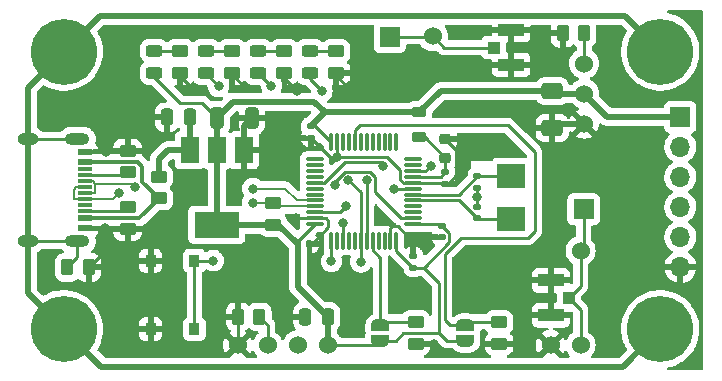
<source format=gbr>
%TF.GenerationSoftware,KiCad,Pcbnew,(6.0.11)*%
%TF.CreationDate,2025-09-27T21:04:19-04:00*%
%TF.ProjectId,433MHz-SRX882S-Dongle,3433334d-487a-42d5-9352-58383832532d,rev?*%
%TF.SameCoordinates,Original*%
%TF.FileFunction,Copper,L1,Top*%
%TF.FilePolarity,Positive*%
%FSLAX46Y46*%
G04 Gerber Fmt 4.6, Leading zero omitted, Abs format (unit mm)*
G04 Created by KiCad (PCBNEW (6.0.11)) date 2025-09-27 21:04:19*
%MOMM*%
%LPD*%
G01*
G04 APERTURE LIST*
G04 Aperture macros list*
%AMRoundRect*
0 Rectangle with rounded corners*
0 $1 Rounding radius*
0 $2 $3 $4 $5 $6 $7 $8 $9 X,Y pos of 4 corners*
0 Add a 4 corners polygon primitive as box body*
4,1,4,$2,$3,$4,$5,$6,$7,$8,$9,$2,$3,0*
0 Add four circle primitives for the rounded corners*
1,1,$1+$1,$2,$3*
1,1,$1+$1,$4,$5*
1,1,$1+$1,$6,$7*
1,1,$1+$1,$8,$9*
0 Add four rect primitives between the rounded corners*
20,1,$1+$1,$2,$3,$4,$5,0*
20,1,$1+$1,$4,$5,$6,$7,0*
20,1,$1+$1,$6,$7,$8,$9,0*
20,1,$1+$1,$8,$9,$2,$3,0*%
%AMFreePoly0*
4,1,22,0.500000,-0.750000,0.000000,-0.750000,0.000000,-0.745033,-0.079941,-0.743568,-0.215256,-0.701293,-0.333266,-0.622738,-0.424486,-0.514219,-0.481581,-0.384460,-0.499164,-0.250000,-0.500000,-0.250000,-0.500000,0.250000,-0.499164,0.250000,-0.499963,0.256109,-0.478152,0.396186,-0.417904,0.524511,-0.324060,0.630769,-0.204165,0.706417,-0.067858,0.745374,0.000000,0.744959,0.000000,0.750000,
0.500000,0.750000,0.500000,-0.750000,0.500000,-0.750000,$1*%
%AMFreePoly1*
4,1,20,0.000000,0.744959,0.073905,0.744508,0.209726,0.703889,0.328688,0.626782,0.421226,0.519385,0.479903,0.390333,0.500000,0.250000,0.500000,-0.250000,0.499851,-0.262216,0.476331,-0.402017,0.414519,-0.529596,0.319384,-0.634700,0.198574,-0.708877,0.061801,-0.746166,0.000000,-0.745033,0.000000,-0.750000,-0.500000,-0.750000,-0.500000,0.750000,0.000000,0.750000,0.000000,0.744959,
0.000000,0.744959,$1*%
G04 Aperture macros list end*
%TA.AperFunction,SMDPad,CuDef*%
%ADD10RoundRect,0.243750X-0.456250X0.243750X-0.456250X-0.243750X0.456250X-0.243750X0.456250X0.243750X0*%
%TD*%
%TA.AperFunction,SMDPad,CuDef*%
%ADD11RoundRect,0.250000X-0.250000X-0.475000X0.250000X-0.475000X0.250000X0.475000X-0.250000X0.475000X0*%
%TD*%
%TA.AperFunction,ConnectorPad*%
%ADD12C,5.600000*%
%TD*%
%TA.AperFunction,ComponentPad*%
%ADD13C,3.600000*%
%TD*%
%TA.AperFunction,ComponentPad*%
%ADD14R,1.700000X1.700000*%
%TD*%
%TA.AperFunction,ComponentPad*%
%ADD15O,1.700000X1.700000*%
%TD*%
%TA.AperFunction,SMDPad,CuDef*%
%ADD16RoundRect,0.250000X-0.450000X0.262500X-0.450000X-0.262500X0.450000X-0.262500X0.450000X0.262500X0*%
%TD*%
%TA.AperFunction,SMDPad,CuDef*%
%ADD17RoundRect,0.250000X0.450000X-0.262500X0.450000X0.262500X-0.450000X0.262500X-0.450000X-0.262500X0*%
%TD*%
%TA.AperFunction,SMDPad,CuDef*%
%ADD18RoundRect,0.140000X-0.170000X0.140000X-0.170000X-0.140000X0.170000X-0.140000X0.170000X0.140000X0*%
%TD*%
%TA.AperFunction,SMDPad,CuDef*%
%ADD19RoundRect,0.140000X0.140000X0.170000X-0.140000X0.170000X-0.140000X-0.170000X0.140000X-0.170000X0*%
%TD*%
%TA.AperFunction,SMDPad,CuDef*%
%ADD20FreePoly0,270.000000*%
%TD*%
%TA.AperFunction,SMDPad,CuDef*%
%ADD21FreePoly1,270.000000*%
%TD*%
%TA.AperFunction,SMDPad,CuDef*%
%ADD22RoundRect,0.140000X0.170000X-0.140000X0.170000X0.140000X-0.170000X0.140000X-0.170000X-0.140000X0*%
%TD*%
%TA.AperFunction,SMDPad,CuDef*%
%ADD23RoundRect,0.250000X-0.650000X0.412500X-0.650000X-0.412500X0.650000X-0.412500X0.650000X0.412500X0*%
%TD*%
%TA.AperFunction,SMDPad,CuDef*%
%ADD24R,1.240000X0.600000*%
%TD*%
%TA.AperFunction,SMDPad,CuDef*%
%ADD25R,1.240000X0.300000*%
%TD*%
%TA.AperFunction,ComponentPad*%
%ADD26O,1.800000X1.000000*%
%TD*%
%TA.AperFunction,ComponentPad*%
%ADD27O,2.100000X1.000000*%
%TD*%
%TA.AperFunction,SMDPad,CuDef*%
%ADD28RoundRect,0.075000X0.662500X0.075000X-0.662500X0.075000X-0.662500X-0.075000X0.662500X-0.075000X0*%
%TD*%
%TA.AperFunction,SMDPad,CuDef*%
%ADD29RoundRect,0.075000X0.075000X0.662500X-0.075000X0.662500X-0.075000X-0.662500X0.075000X-0.662500X0*%
%TD*%
%TA.AperFunction,SMDPad,CuDef*%
%ADD30RoundRect,0.250000X-0.262500X-0.450000X0.262500X-0.450000X0.262500X0.450000X-0.262500X0.450000X0*%
%TD*%
%TA.AperFunction,SMDPad,CuDef*%
%ADD31RoundRect,0.250000X0.262500X0.450000X-0.262500X0.450000X-0.262500X-0.450000X0.262500X-0.450000X0*%
%TD*%
%TA.AperFunction,SMDPad,CuDef*%
%ADD32R,1.500000X2.200000*%
%TD*%
%TA.AperFunction,SMDPad,CuDef*%
%ADD33R,3.800000X2.200000*%
%TD*%
%TA.AperFunction,SMDPad,CuDef*%
%ADD34RoundRect,0.225000X-0.250000X0.225000X-0.250000X-0.225000X0.250000X-0.225000X0.250000X0.225000X0*%
%TD*%
%TA.AperFunction,SMDPad,CuDef*%
%ADD35R,0.900000X1.000000*%
%TD*%
%TA.AperFunction,SMDPad,CuDef*%
%ADD36R,2.400000X2.000000*%
%TD*%
%TA.AperFunction,SMDPad,CuDef*%
%ADD37RoundRect,0.218750X-0.381250X0.218750X-0.381250X-0.218750X0.381250X-0.218750X0.381250X0.218750X0*%
%TD*%
%TA.AperFunction,SMDPad,CuDef*%
%ADD38R,2.200000X1.050000*%
%TD*%
%TA.AperFunction,SMDPad,CuDef*%
%ADD39R,1.050000X1.000000*%
%TD*%
%TA.AperFunction,SMDPad,CuDef*%
%ADD40RoundRect,0.250000X0.325000X0.650000X-0.325000X0.650000X-0.325000X-0.650000X0.325000X-0.650000X0*%
%TD*%
%TA.AperFunction,ComponentPad*%
%ADD41C,1.524000*%
%TD*%
%TA.AperFunction,ViaPad*%
%ADD42C,0.800000*%
%TD*%
%TA.AperFunction,Conductor*%
%ADD43C,0.500000*%
%TD*%
%TA.AperFunction,Conductor*%
%ADD44C,0.250000*%
%TD*%
%TA.AperFunction,Conductor*%
%ADD45C,0.300000*%
%TD*%
%TA.AperFunction,Conductor*%
%ADD46C,0.200000*%
%TD*%
G04 APERTURE END LIST*
D10*
%TO.P,D3,1,K*%
%TO.N,Net-(D3-Pad1)*%
X85700000Y-92325000D03*
%TO.P,D3,2,A*%
%TO.N,LED2*%
X85700000Y-94200000D03*
%TD*%
D11*
%TO.P,C1,1*%
%TO.N,GND*%
X89700000Y-114850000D03*
%TO.P,C1,2*%
%TO.N,+3V3*%
X91600000Y-114850000D03*
%TD*%
%TO.P,C4,1*%
%TO.N,GND*%
X78000000Y-97950000D03*
%TO.P,C4,2*%
%TO.N,Net-(C4-Pad2)*%
X79900000Y-97950000D03*
%TD*%
D12*
%TO.P,M3,1*%
%TO.N,Earth_Protective*%
X119750000Y-115900000D03*
D13*
X119750000Y-115900000D03*
%TD*%
D14*
%TO.P,J4,1,Pin_1*%
%TO.N,+3V3*%
X121450000Y-97926250D03*
D15*
%TO.P,J4,2,Pin_2*%
%TO.N,NRST*%
X121450000Y-100466250D03*
%TO.P,J4,3,Pin_3*%
%TO.N,SWDIO*%
X121450000Y-103006250D03*
%TO.P,J4,4,Pin_4*%
%TO.N,SWCLK*%
X121450000Y-105546250D03*
%TO.P,J4,5,Pin_5*%
%TO.N,SWO*%
X121450000Y-108086250D03*
%TO.P,J4,6,Pin_6*%
%TO.N,GND*%
X121450000Y-110626250D03*
%TD*%
D13*
%TO.P,M3,1*%
%TO.N,Earth_Protective*%
X119750000Y-92400000D03*
D12*
X119750000Y-92400000D03*
%TD*%
D16*
%TO.P,R10,1*%
%TO.N,Net-(D3-Pad1)*%
X87897886Y-92350000D03*
%TO.P,R10,2*%
%TO.N,GND*%
X87897886Y-94175000D03*
%TD*%
D17*
%TO.P,FB1,1*%
%TO.N,+5V*%
X77300000Y-104812500D03*
%TO.P,FB1,2*%
%TO.N,Net-(C4-Pad2)*%
X77300000Y-102987500D03*
%TD*%
D18*
%TO.P,C5,1*%
%TO.N,GND*%
X98850000Y-109720000D03*
%TO.P,C5,2*%
%TO.N,+3V3*%
X98850000Y-110680000D03*
%TD*%
D19*
%TO.P,C3,1*%
%TO.N,GND*%
X90030000Y-108700000D03*
%TO.P,C3,2*%
%TO.N,+3V3*%
X89070000Y-108700000D03*
%TD*%
D16*
%TO.P,R12,1*%
%TO.N,USB_D+*%
X86950000Y-105237500D03*
%TO.P,R12,2*%
%TO.N,+3V3*%
X86950000Y-107062500D03*
%TD*%
D12*
%TO.P,M3,1*%
%TO.N,Earth_Protective*%
X69250000Y-115900000D03*
D13*
X69250000Y-115900000D03*
%TD*%
D20*
%TO.P,JP1,1,A*%
%TO.N,BOOT0*%
X96050000Y-115580000D03*
D21*
%TO.P,JP1,2,B*%
%TO.N,+3V3*%
X96050000Y-116880000D03*
%TD*%
D22*
%TO.P,C11,1*%
%TO.N,GND*%
X104250000Y-103920000D03*
%TO.P,C11,2*%
%TO.N,Net-(C11-Pad2)*%
X104250000Y-102960000D03*
%TD*%
D14*
%TO.P,J5,1,Pin_1*%
%TO.N,Net-(J5-Pad1)*%
X113250000Y-105750000D03*
%TD*%
D23*
%TO.P,C2,1*%
%TO.N,+3V3*%
X110600000Y-95737500D03*
%TO.P,C2,2*%
%TO.N,GND*%
X110600000Y-98862500D03*
%TD*%
D24*
%TO.P,J1,A1,GND*%
%TO.N,GND*%
X71000000Y-100920000D03*
%TO.P,J1,A4,VBUS*%
%TO.N,+5V*%
X71000000Y-101720000D03*
D25*
%TO.P,J1,A5,CC1*%
%TO.N,Net-(J1-PadA5)*%
X71000000Y-102870000D03*
%TO.P,J1,A6,D+*%
%TO.N,USB_D+*%
X71000000Y-103870000D03*
%TO.P,J1,A7,D-*%
%TO.N,USB_D-*%
X71000000Y-104370000D03*
%TO.P,J1,A8,SBU1*%
%TO.N,unconnected-(J1-PadA8)*%
X71000000Y-105370000D03*
D24*
%TO.P,J1,A9,VBUS*%
%TO.N,+5V*%
X71000000Y-106520000D03*
%TO.P,J1,A12,GND*%
%TO.N,GND*%
X71000000Y-107320000D03*
%TO.P,J1,B1,GND*%
X71000000Y-107320000D03*
%TO.P,J1,B4,VBUS*%
%TO.N,+5V*%
X71000000Y-106520000D03*
D25*
%TO.P,J1,B5,CC2*%
%TO.N,Net-(J1-PadB5)*%
X71000000Y-105870000D03*
%TO.P,J1,B6,D+*%
%TO.N,USB_D+*%
X71000000Y-104870000D03*
%TO.P,J1,B7,D-*%
%TO.N,USB_D-*%
X71000000Y-103370000D03*
%TO.P,J1,B8,SBU2*%
%TO.N,unconnected-(J1-PadB8)*%
X71000000Y-102370000D03*
D24*
%TO.P,J1,B9,VBUS*%
%TO.N,+5V*%
X71000000Y-101720000D03*
%TO.P,J1,B12,GND*%
%TO.N,GND*%
X71000000Y-100920000D03*
D26*
%TO.P,J1,S1,SHIELD*%
%TO.N,Earth_Protective*%
X66200000Y-108440000D03*
X66200000Y-99800000D03*
D27*
X70400000Y-99800000D03*
X70400000Y-108440000D03*
%TD*%
D28*
%TO.P,U4,1,VBAT*%
%TO.N,+3V3*%
X98812500Y-107000000D03*
%TO.P,U4,2,PC13*%
%TO.N,LED*%
X98812500Y-106500000D03*
%TO.P,U4,3,PC14*%
%TO.N,PC14*%
X98812500Y-106000000D03*
%TO.P,U4,4,PC15*%
%TO.N,PC15*%
X98812500Y-105500000D03*
%TO.P,U4,5,PD0*%
%TO.N,Net-(C10-Pad2)*%
X98812500Y-105000000D03*
%TO.P,U4,6,PD1*%
%TO.N,Net-(C11-Pad2)*%
X98812500Y-104500000D03*
%TO.P,U4,7,NRST*%
%TO.N,NRST*%
X98812500Y-104000000D03*
%TO.P,U4,8,VSSA*%
%TO.N,GND*%
X98812500Y-103500000D03*
%TO.P,U4,9,VDDA*%
%TO.N,+3.3VADC*%
X98812500Y-103000000D03*
%TO.P,U4,10,PA0*%
%TO.N,RXD*%
X98812500Y-102500000D03*
%TO.P,U4,11,PA1*%
%TO.N,PA01*%
X98812500Y-102000000D03*
%TO.P,U4,12,PA2*%
%TO.N,PA02*%
X98812500Y-101500000D03*
D29*
%TO.P,U4,13,PA3*%
%TO.N,PA03*%
X97400000Y-100087500D03*
%TO.P,U4,14,PA4*%
%TO.N,PA04*%
X96900000Y-100087500D03*
%TO.P,U4,15,PA5*%
%TO.N,PA05*%
X96400000Y-100087500D03*
%TO.P,U4,16,PA6*%
%TO.N,PA06*%
X95900000Y-100087500D03*
%TO.P,U4,17,PA7*%
%TO.N,PA07*%
X95400000Y-100087500D03*
%TO.P,U4,18,PB0*%
%TO.N,PB00*%
X94900000Y-100087500D03*
%TO.P,U4,19,PB1*%
%TO.N,PB01*%
X94400000Y-100087500D03*
%TO.P,U4,20,PB2*%
%TO.N,BOOT1*%
X93900000Y-100087500D03*
%TO.P,U4,21,PB10*%
%TO.N,PB10*%
X93400000Y-100087500D03*
%TO.P,U4,22,PB11*%
%TO.N,PB11*%
X92900000Y-100087500D03*
%TO.P,U4,23,VSS*%
%TO.N,GND*%
X92400000Y-100087500D03*
%TO.P,U4,24,VDD*%
%TO.N,+3V3*%
X91900000Y-100087500D03*
D28*
%TO.P,U4,25,PB12*%
%TO.N,PB12*%
X90487500Y-101500000D03*
%TO.P,U4,26,PB13*%
%TO.N,PB13*%
X90487500Y-102000000D03*
%TO.P,U4,27,PB14*%
%TO.N,PB14*%
X90487500Y-102500000D03*
%TO.P,U4,28,PB15*%
%TO.N,PB15*%
X90487500Y-103000000D03*
%TO.P,U4,29,PA8*%
%TO.N,TXD*%
X90487500Y-103500000D03*
%TO.P,U4,30,PA9*%
%TO.N,PA09*%
X90487500Y-104000000D03*
%TO.P,U4,31,PA10*%
%TO.N,PA10*%
X90487500Y-104500000D03*
%TO.P,U4,32,PA11*%
%TO.N,USB_D-*%
X90487500Y-105000000D03*
%TO.P,U4,33,PA12*%
%TO.N,USB_D+*%
X90487500Y-105500000D03*
%TO.P,U4,34,PA13*%
%TO.N,SWDIO*%
X90487500Y-106000000D03*
%TO.P,U4,35,VSS*%
%TO.N,GND*%
X90487500Y-106500000D03*
%TO.P,U4,36,VDD*%
%TO.N,+3V3*%
X90487500Y-107000000D03*
D29*
%TO.P,U4,37,PA14*%
%TO.N,SWCLK*%
X91900000Y-108412500D03*
%TO.P,U4,38,PA15*%
%TO.N,PA15*%
X92400000Y-108412500D03*
%TO.P,U4,39,PB3*%
%TO.N,SWO*%
X92900000Y-108412500D03*
%TO.P,U4,40,PB4*%
%TO.N,PB04*%
X93400000Y-108412500D03*
%TO.P,U4,41,PB5*%
%TO.N,PB05*%
X93900000Y-108412500D03*
%TO.P,U4,42,PB6*%
%TO.N,RX_EN*%
X94400000Y-108412500D03*
%TO.P,U4,43,PB7*%
%TO.N,LED2*%
X94900000Y-108412500D03*
%TO.P,U4,44,BOOT0*%
%TO.N,BOOT0*%
X95400000Y-108412500D03*
%TO.P,U4,45,PB8*%
%TO.N,PB08*%
X95900000Y-108412500D03*
%TO.P,U4,46,PB9*%
%TO.N,PB09*%
X96400000Y-108412500D03*
%TO.P,U4,47,VSS*%
%TO.N,GND*%
X96900000Y-108412500D03*
%TO.P,U4,48,VDD*%
%TO.N,+3V3*%
X97400000Y-108412500D03*
%TD*%
D17*
%TO.P,R2,1*%
%TO.N,GND*%
X99050000Y-117112500D03*
%TO.P,R2,2*%
%TO.N,BOOT0*%
X99050000Y-115287500D03*
%TD*%
D10*
%TO.P,D4,1,K*%
%TO.N,Net-(D4-Pad1)*%
X90102114Y-92325000D03*
%TO.P,D4,2,A*%
%TO.N,RX_EN*%
X90102114Y-94200000D03*
%TD*%
D30*
%TO.P,R1,1*%
%TO.N,Earth_Protective*%
X69532500Y-110670000D03*
%TO.P,R1,2*%
%TO.N,GND*%
X71357500Y-110670000D03*
%TD*%
D16*
%TO.P,R7,1*%
%TO.N,Net-(D1-Pad1)*%
X79112684Y-92350000D03*
%TO.P,R7,2*%
%TO.N,GND*%
X79112684Y-94175000D03*
%TD*%
D31*
%TO.P,R6,1*%
%TO.N,TXD*%
X113312500Y-90850000D03*
%TO.P,R6,2*%
%TO.N,GND*%
X111487500Y-90850000D03*
%TD*%
D17*
%TO.P,R5,1*%
%TO.N,Net-(J1-PadA5)*%
X74650000Y-102612500D03*
%TO.P,R5,2*%
%TO.N,GND*%
X74650000Y-100787500D03*
%TD*%
D32*
%TO.P,U2,1,ADJ/GND*%
%TO.N,GND*%
X84500000Y-100750000D03*
%TO.P,U2,2,OUT*%
%TO.N,+3V3*%
X82200000Y-100750000D03*
%TO.P,U2,3,IN*%
%TO.N,Net-(C4-Pad2)*%
X79900000Y-100750000D03*
D33*
%TO.P,U2,4,VOUT*%
%TO.N,+3V3*%
X82200000Y-107050000D03*
%TD*%
D22*
%TO.P,C6,1*%
%TO.N,GND*%
X90150000Y-99680000D03*
%TO.P,C6,2*%
%TO.N,+3V3*%
X90150000Y-98720000D03*
%TD*%
D16*
%TO.P,R9,1*%
%TO.N,Net-(D2-Pad1)*%
X83508456Y-92350000D03*
%TO.P,R9,2*%
%TO.N,GND*%
X83508456Y-94175000D03*
%TD*%
D18*
%TO.P,C10,1*%
%TO.N,GND*%
X104250000Y-105560000D03*
%TO.P,C10,2*%
%TO.N,Net-(C10-Pad2)*%
X104250000Y-106520000D03*
%TD*%
D31*
%TO.P,R8,1*%
%TO.N,RXD*%
X85812500Y-114850000D03*
%TO.P,R8,2*%
%TO.N,GND*%
X83987500Y-114850000D03*
%TD*%
D22*
%TO.P,C12,1*%
%TO.N,GND*%
X101250000Y-108080000D03*
%TO.P,C12,2*%
%TO.N,+3V3*%
X101250000Y-107120000D03*
%TD*%
D34*
%TO.P,C8,1*%
%TO.N,GND*%
X101550000Y-99825000D03*
%TO.P,C8,2*%
%TO.N,+3.3VADC*%
X101550000Y-101375000D03*
%TD*%
D35*
%TO.P,SW1,1,1*%
%TO.N,NRST*%
X80300000Y-110100000D03*
X80300000Y-115900000D03*
%TO.P,SW1,2,2*%
%TO.N,GND*%
X76600000Y-115900000D03*
X76600000Y-110100000D03*
%TD*%
D36*
%TO.P,Y1,1,1*%
%TO.N,Net-(C11-Pad2)*%
X107150000Y-102890000D03*
%TO.P,Y1,2,2*%
%TO.N,Net-(C10-Pad2)*%
X107150000Y-106590000D03*
%TD*%
D16*
%TO.P,R3,1*%
%TO.N,BOOT1*%
X106100000Y-115287500D03*
%TO.P,R3,2*%
%TO.N,GND*%
X106100000Y-117112500D03*
%TD*%
%TO.P,R4,1*%
%TO.N,Net-(J1-PadB5)*%
X74650000Y-105587500D03*
%TO.P,R4,2*%
%TO.N,GND*%
X74650000Y-107412500D03*
%TD*%
%TO.P,R11,1*%
%TO.N,Net-(D4-Pad1)*%
X92300000Y-92350000D03*
%TO.P,R11,2*%
%TO.N,GND*%
X92300000Y-94175000D03*
%TD*%
D37*
%TO.P,L1,1,1*%
%TO.N,+3V3*%
X99350000Y-97537500D03*
%TO.P,L1,2,2*%
%TO.N,+3.3VADC*%
X99350000Y-99662500D03*
%TD*%
D10*
%TO.P,D1,1,K*%
%TO.N,Net-(D1-Pad1)*%
X76914798Y-92325000D03*
%TO.P,D1,2,A*%
%TO.N,+3V3*%
X76914798Y-94200000D03*
%TD*%
D38*
%TO.P,J3,1*%
%TO.N,GND*%
X107140000Y-93525000D03*
X107140000Y-90575000D03*
D39*
%TO.P,J3,2*%
%TO.N,Net-(J2-Pad1)*%
X105640000Y-92050000D03*
%TD*%
D14*
%TO.P,J2,1,Pin_1*%
%TO.N,Net-(J2-Pad1)*%
X96850000Y-91155000D03*
%TD*%
D40*
%TO.P,C7,1*%
%TO.N,GND*%
X85175000Y-98000000D03*
%TO.P,C7,2*%
%TO.N,+3V3*%
X82225000Y-98000000D03*
%TD*%
D10*
%TO.P,D2,1,K*%
%TO.N,Net-(D2-Pad1)*%
X81310570Y-92325000D03*
%TO.P,D2,2,A*%
%TO.N,LED*%
X81310570Y-94200000D03*
%TD*%
D38*
%TO.P,J6,1*%
%TO.N,GND*%
X110500000Y-114725000D03*
X110500000Y-111775000D03*
D39*
%TO.P,J6,2*%
%TO.N,Net-(J5-Pad1)*%
X112000000Y-113250000D03*
%TD*%
D20*
%TO.P,JP2,1,A*%
%TO.N,BOOT1*%
X103250000Y-115580000D03*
D21*
%TO.P,JP2,2,B*%
%TO.N,+3V3*%
X103250000Y-116880000D03*
%TD*%
D13*
%TO.P,M3,1*%
%TO.N,Earth_Protective*%
X69250000Y-92400000D03*
D12*
X69250000Y-92400000D03*
%TD*%
D22*
%TO.P,C9,1*%
%TO.N,GND*%
X101550000Y-103580000D03*
%TO.P,C9,2*%
%TO.N,+3.3VADC*%
X101550000Y-102620000D03*
%TD*%
D41*
%TO.P,U3,1,ANT*%
%TO.N,Net-(J5-Pad1)*%
X113000000Y-117250000D03*
%TO.P,U3,2,GND*%
%TO.N,GND*%
X110460000Y-117250000D03*
%TO.P,U3,3,VCC*%
%TO.N,+3V3*%
X91600000Y-117250000D03*
%TO.P,U3,4,CS*%
%TO.N,RX_EN*%
X89060000Y-117250000D03*
%TO.P,U3,5,DATA*%
%TO.N,RXD*%
X86520000Y-117250000D03*
%TO.P,U3,6,GND*%
%TO.N,GND*%
X83980000Y-117250000D03*
%TO.P,U3,7,ANT*%
%TO.N,Net-(J5-Pad1)*%
X113000000Y-109250000D03*
%TD*%
%TO.P,U1,1,ANT*%
%TO.N,Net-(J2-Pad1)*%
X100500000Y-91090000D03*
%TO.P,U1,2,DATA*%
%TO.N,TXD*%
X113300000Y-93410000D03*
%TO.P,U1,3,VCC*%
%TO.N,+3V3*%
X113300000Y-95950000D03*
%TO.P,U1,4,GND*%
%TO.N,GND*%
X113300000Y-98490000D03*
%TD*%
D42*
%TO.N,GND*%
X104250000Y-104740000D03*
X86950000Y-98000000D03*
X88150000Y-114850000D03*
X100600000Y-117150000D03*
X88900000Y-106500000D03*
X93350000Y-95450000D03*
X72810000Y-100920000D03*
X107600000Y-117200000D03*
X72710000Y-107320000D03*
X80100000Y-95450000D03*
X88950000Y-95724500D03*
X103050000Y-99800000D03*
X97250000Y-110650000D03*
X84500000Y-95350000D03*
X98850000Y-108500000D03*
X92400000Y-101300000D03*
%TO.N,LED*%
X92200000Y-103650000D03*
X82350000Y-95350000D03*
%TO.N,LED2*%
X94900000Y-103275500D03*
X86825000Y-95275000D03*
%TO.N,RX_EN*%
X94400000Y-110200000D03*
X91100000Y-95724500D03*
X93350000Y-103275500D03*
%TO.N,USB_D+*%
X73950000Y-104350000D03*
X85250000Y-105200000D03*
%TO.N,USB_D-*%
X75294398Y-103854085D03*
X85250000Y-104000000D03*
%TO.N,NRST*%
X97162701Y-104000500D03*
X81900000Y-110100000D03*
%TO.N,SWDIO*%
X93155747Y-105455247D03*
%TO.N,SWCLK*%
X91900000Y-110150000D03*
%TO.N,SWO*%
X92900000Y-106929747D03*
%TO.N,TXD*%
X96300000Y-102050000D03*
%TO.N,RXD*%
X100300000Y-102050000D03*
%TD*%
D43*
%TO.N,GND*%
X110600000Y-98862500D02*
X110972500Y-98490000D01*
D44*
X98009315Y-103500000D02*
X98812500Y-103500000D01*
X100562500Y-117112500D02*
X100600000Y-117150000D01*
X88150000Y-114850000D02*
X89700000Y-114850000D01*
D45*
X74517500Y-100920000D02*
X74650000Y-100787500D01*
X71000000Y-100920000D02*
X72810000Y-100920000D01*
D44*
X79112684Y-94462684D02*
X79112684Y-94175000D01*
X74557500Y-107320000D02*
X74650000Y-107412500D01*
D43*
X84500000Y-100750000D02*
X84500000Y-98675000D01*
D44*
X91450000Y-106500000D02*
X90487500Y-106500000D01*
X83987500Y-117242500D02*
X83980000Y-117250000D01*
X96900000Y-107300000D02*
X96900000Y-108412500D01*
D45*
X72810000Y-100920000D02*
X74517500Y-100920000D01*
D43*
X110972500Y-98490000D02*
X113300000Y-98490000D01*
D44*
X83987500Y-114850000D02*
X83987500Y-117242500D01*
X98850000Y-108500000D02*
X99270000Y-108080000D01*
X98850000Y-108500000D02*
X98850000Y-109720000D01*
D45*
X72710000Y-107320000D02*
X71000000Y-107320000D01*
D44*
X92400000Y-101300000D02*
X92400000Y-100087500D01*
X91750000Y-101300000D02*
X90150000Y-99700000D01*
X98850000Y-108500000D02*
X97500000Y-107150000D01*
X97750000Y-103240685D02*
X98009315Y-103500000D01*
X103050000Y-99800000D02*
X103025000Y-99825000D01*
X92300000Y-94400000D02*
X92300000Y-94175000D01*
X101470000Y-103500000D02*
X101550000Y-103580000D01*
X102450000Y-100725000D02*
X101550000Y-99825000D01*
X92400000Y-101300000D02*
X91750000Y-101300000D01*
X97050000Y-107150000D02*
X96900000Y-107300000D01*
X99050000Y-117112500D02*
X100562500Y-117112500D01*
X88950000Y-95724500D02*
X87897886Y-94672386D01*
X104250000Y-104740000D02*
X104250000Y-105660000D01*
X97500000Y-107150000D02*
X97050000Y-107150000D01*
D43*
X86950000Y-98000000D02*
X85175000Y-98000000D01*
D44*
X99270000Y-108080000D02*
X101250000Y-108080000D01*
X107600000Y-117200000D02*
X106187500Y-117200000D01*
X91650000Y-107279657D02*
X91650000Y-106700000D01*
X72710000Y-109317500D02*
X71357500Y-110670000D01*
X101745000Y-103580000D02*
X102450000Y-102875000D01*
X90030000Y-108700000D02*
X90229657Y-108700000D01*
X84500000Y-95350000D02*
X83508456Y-94358456D01*
X98812500Y-103500000D02*
X101470000Y-103500000D01*
X92400000Y-101300000D02*
X96650000Y-101300000D01*
X80100000Y-95450000D02*
X79112684Y-94462684D01*
D43*
X84500000Y-98675000D02*
X85175000Y-98000000D01*
D44*
X106187500Y-117200000D02*
X106100000Y-117112500D01*
X93350000Y-95450000D02*
X92300000Y-94400000D01*
X72710000Y-107320000D02*
X74557500Y-107320000D01*
X72710000Y-107320000D02*
X72710000Y-109317500D01*
X87897886Y-94672386D02*
X87897886Y-94175000D01*
X110500000Y-117210000D02*
X110460000Y-117250000D01*
X83508456Y-94358456D02*
X83508456Y-94175000D01*
X104250000Y-103870000D02*
X104250000Y-104740000D01*
X103025000Y-99825000D02*
X101550000Y-99825000D01*
X97750000Y-102400000D02*
X97750000Y-103240685D01*
X88900000Y-106500000D02*
X90487500Y-106500000D01*
X90150000Y-99700000D02*
X90150000Y-99680000D01*
X102450000Y-102875000D02*
X102450000Y-100725000D01*
X91650000Y-106700000D02*
X91450000Y-106500000D01*
X90229657Y-108700000D02*
X91650000Y-107279657D01*
X96650000Y-101300000D02*
X97750000Y-102400000D01*
X101550000Y-103580000D02*
X101745000Y-103580000D01*
%TO.N,+3V3*%
X101257609Y-107120000D02*
X101250000Y-107120000D01*
D43*
X89070000Y-108700000D02*
X89070000Y-112320000D01*
X83575000Y-96650000D02*
X90445000Y-96650000D01*
D44*
X96050000Y-116880000D02*
X97370000Y-116880000D01*
D43*
X90445000Y-96650000D02*
X91332500Y-97537500D01*
D44*
X98850000Y-110680000D02*
X99720000Y-110680000D01*
D43*
X82200000Y-100750000D02*
X82200000Y-98025000D01*
D44*
X91600000Y-117250000D02*
X95680000Y-117250000D01*
X101050000Y-116250000D02*
X101680000Y-116880000D01*
X89070000Y-108700000D02*
X89070000Y-108417500D01*
X76914798Y-94200000D02*
X76914798Y-94577419D01*
X97370000Y-116880000D02*
X98000000Y-116250000D01*
X99720000Y-110680000D02*
X101885000Y-108515000D01*
D43*
X82225000Y-98000000D02*
X83575000Y-96650000D01*
X82200000Y-98025000D02*
X82225000Y-98000000D01*
X110812500Y-95950000D02*
X110600000Y-95737500D01*
X110600000Y-95737500D02*
X101150000Y-95737500D01*
D44*
X98850000Y-110680000D02*
X99730000Y-110680000D01*
D43*
X82200000Y-107050000D02*
X82200000Y-100750000D01*
D44*
X76914798Y-94577419D02*
X79087379Y-96750000D01*
X95680000Y-117250000D02*
X96050000Y-116880000D01*
X79087379Y-96750000D02*
X80975000Y-96750000D01*
D43*
X91332500Y-97537500D02*
X90150000Y-98720000D01*
X115250000Y-97900000D02*
X113300000Y-95950000D01*
D44*
X101680000Y-116880000D02*
X103250000Y-116880000D01*
X90532500Y-98720000D02*
X91900000Y-100087500D01*
X99730000Y-110680000D02*
X101050000Y-112000000D01*
X98812500Y-107000000D02*
X101130000Y-107000000D01*
X101885000Y-108515000D02*
X101885000Y-107747391D01*
D43*
X99350000Y-97537500D02*
X91332500Y-97537500D01*
D44*
X98842391Y-110680000D02*
X98850000Y-110680000D01*
X90150000Y-98720000D02*
X90532500Y-98720000D01*
D43*
X82200000Y-107050000D02*
X87420000Y-107050000D01*
X91600000Y-114850000D02*
X91600000Y-117250000D01*
D44*
X101130000Y-107000000D02*
X101250000Y-107120000D01*
X80975000Y-96750000D02*
X82225000Y-98000000D01*
D43*
X121423750Y-97900000D02*
X115250000Y-97900000D01*
D44*
X101885000Y-107747391D02*
X101257609Y-107120000D01*
D43*
X121450000Y-97926250D02*
X121423750Y-97900000D01*
X87420000Y-107050000D02*
X89070000Y-108700000D01*
D44*
X89070000Y-108417500D02*
X90487500Y-107000000D01*
X98000000Y-116250000D02*
X101050000Y-116250000D01*
D43*
X101150000Y-95737500D02*
X99350000Y-97537500D01*
D44*
X101050000Y-112000000D02*
X101050000Y-116250000D01*
X97400000Y-109237609D02*
X98842391Y-110680000D01*
X97400000Y-108412500D02*
X97400000Y-109237609D01*
D43*
X113300000Y-95950000D02*
X110812500Y-95950000D01*
X89070000Y-112320000D02*
X91600000Y-114850000D01*
%TO.N,Net-(C4-Pad2)*%
X78050000Y-100750000D02*
X77300000Y-101500000D01*
X79900000Y-100750000D02*
X78050000Y-100750000D01*
X77300000Y-101500000D02*
X77300000Y-102987500D01*
X79900000Y-100750000D02*
X79900000Y-97950000D01*
D44*
%TO.N,+3.3VADC*%
X98812500Y-103000000D02*
X101170000Y-103000000D01*
X101170000Y-103000000D02*
X101550000Y-102620000D01*
X99350000Y-99662500D02*
X99837500Y-99662500D01*
X99837500Y-99662500D02*
X101550000Y-101375000D01*
X101550000Y-102620000D02*
X101550000Y-101375000D01*
%TO.N,Net-(C10-Pad2)*%
X104250000Y-106520000D02*
X104320000Y-106590000D01*
X104242391Y-106520000D02*
X104250000Y-106520000D01*
X98812500Y-105000000D02*
X102722391Y-105000000D01*
X104320000Y-106590000D02*
X107150000Y-106590000D01*
X102722391Y-105000000D02*
X104242391Y-106520000D01*
%TO.N,Net-(C11-Pad2)*%
X102702391Y-104500000D02*
X104242391Y-102960000D01*
X98812500Y-104500000D02*
X102702391Y-104500000D01*
X104242391Y-102960000D02*
X104250000Y-102960000D01*
X104320000Y-102890000D02*
X107150000Y-102890000D01*
X104250000Y-102960000D02*
X104320000Y-102890000D01*
%TO.N,Net-(D1-Pad1)*%
X79087684Y-92325000D02*
X79112684Y-92350000D01*
X76914798Y-92325000D02*
X79087684Y-92325000D01*
%TO.N,Net-(D2-Pad1)*%
X81310570Y-92325000D02*
X83483456Y-92325000D01*
X83483456Y-92325000D02*
X83508456Y-92350000D01*
%TO.N,LED*%
X93049695Y-102550500D02*
X95200305Y-102550500D01*
X81310570Y-94200000D02*
X81310570Y-94310570D01*
X95200305Y-102550500D02*
X95625000Y-102975195D01*
X95625000Y-104325000D02*
X97800000Y-106500000D01*
X97800000Y-106500000D02*
X98812500Y-106500000D01*
X92200000Y-103650000D02*
X92200000Y-103400195D01*
X81310570Y-94310570D02*
X82350000Y-95350000D01*
X95625000Y-102975195D02*
X95625000Y-104325000D01*
X92200000Y-103400195D02*
X93049695Y-102550500D01*
%TO.N,Net-(D3-Pad1)*%
X87872886Y-92325000D02*
X87897886Y-92350000D01*
X85700000Y-92325000D02*
X87872886Y-92325000D01*
%TO.N,LED2*%
X86775000Y-95275000D02*
X85700000Y-94200000D01*
X86825000Y-95275000D02*
X86775000Y-95275000D01*
X94900000Y-103275500D02*
X94900000Y-108412500D01*
%TO.N,Net-(D4-Pad1)*%
X90102114Y-92325000D02*
X92275000Y-92325000D01*
X92275000Y-92325000D02*
X92300000Y-92350000D01*
%TO.N,RX_EN*%
X90102114Y-94200000D02*
X90102114Y-94726614D01*
X94400000Y-108412500D02*
X94400000Y-110200000D01*
X94400000Y-104325500D02*
X94400000Y-108412500D01*
X90102114Y-94726614D02*
X91100000Y-95724500D01*
X93350000Y-103275500D02*
X94400000Y-104325500D01*
D45*
%TO.N,+5V*%
X75493528Y-101720000D02*
X75900000Y-102126472D01*
X75900000Y-103412500D02*
X77300000Y-104812500D01*
X77300000Y-104850000D02*
X77300000Y-104812500D01*
X71000000Y-101720000D02*
X75493528Y-101720000D01*
X75900000Y-102126472D02*
X75900000Y-103412500D01*
X71000000Y-106520000D02*
X75630000Y-106520000D01*
X75630000Y-106520000D02*
X77300000Y-104850000D01*
D44*
%TO.N,Net-(J1-PadA5)*%
X74392500Y-102870000D02*
X74650000Y-102612500D01*
X73122500Y-102870000D02*
X74392500Y-102870000D01*
X71000000Y-102870000D02*
X73122500Y-102870000D01*
D46*
%TO.N,USB_D+*%
X70130000Y-104870000D02*
X70080000Y-104820000D01*
X70080000Y-104820000D02*
X70080000Y-104090000D01*
X90487500Y-105500000D02*
X87212500Y-105500000D01*
X70300000Y-103870000D02*
X71000000Y-103870000D01*
X73430000Y-104870000D02*
X73950000Y-104350000D01*
X87212500Y-105500000D02*
X86950000Y-105237500D01*
X71000000Y-104870000D02*
X70130000Y-104870000D01*
X86912500Y-105200000D02*
X86950000Y-105237500D01*
X70080000Y-104090000D02*
X70300000Y-103870000D01*
X85250000Y-105200000D02*
X86912500Y-105200000D01*
X71000000Y-104870000D02*
X73430000Y-104870000D01*
%TO.N,USB_D-*%
X71920000Y-104320000D02*
X71920000Y-103590000D01*
X71700000Y-103370000D02*
X71000000Y-103370000D01*
X71000000Y-104370000D02*
X71870000Y-104370000D01*
X71920000Y-103590000D02*
X75030313Y-103590000D01*
X75030313Y-103590000D02*
X75294398Y-103854085D01*
X90487500Y-105000000D02*
X89000000Y-105000000D01*
X71870000Y-104370000D02*
X71920000Y-104320000D01*
X88000000Y-104000000D02*
X85250000Y-104000000D01*
X71920000Y-103590000D02*
X71700000Y-103370000D01*
X89000000Y-105000000D02*
X88000000Y-104000000D01*
D44*
%TO.N,Net-(J1-PadB5)*%
X71000000Y-105870000D02*
X73622500Y-105870000D01*
X74367500Y-105870000D02*
X74650000Y-105587500D01*
X73622500Y-105870000D02*
X74367500Y-105870000D01*
%TO.N,Earth_Protective*%
X70400000Y-108440000D02*
X66200000Y-108440000D01*
X70400000Y-109802500D02*
X70400000Y-108440000D01*
D43*
X119750000Y-115900000D02*
X119750000Y-115910000D01*
X116770000Y-89350000D02*
X119750000Y-92330000D01*
D44*
X69532500Y-110670000D02*
X70400000Y-109802500D01*
D43*
X72415000Y-119075000D02*
X66200000Y-112860000D01*
X72300000Y-89350000D02*
X116770000Y-89350000D01*
X66200000Y-95450000D02*
X72300000Y-89350000D01*
X66200000Y-112860000D02*
X66200000Y-108440000D01*
X119750000Y-115910000D02*
X116585000Y-119075000D01*
X119750000Y-92330000D02*
X119750000Y-92400000D01*
X66200000Y-99800000D02*
X66200000Y-108440000D01*
X116585000Y-119075000D02*
X72415000Y-119075000D01*
X66200000Y-99800000D02*
X66200000Y-95450000D01*
D44*
X70400000Y-99800000D02*
X66200000Y-99800000D01*
%TO.N,Net-(J2-Pad1)*%
X101460000Y-92050000D02*
X100500000Y-91090000D01*
X96850000Y-91155000D02*
X100435000Y-91155000D01*
X105640000Y-92050000D02*
X101460000Y-92050000D01*
X100435000Y-91155000D02*
X100500000Y-91090000D01*
%TO.N,NRST*%
X81900000Y-110100000D02*
X80300000Y-110100000D01*
X97162701Y-104000500D02*
X97162201Y-104000000D01*
X97162201Y-104000000D02*
X98812500Y-104000000D01*
X80300000Y-115900000D02*
X80300000Y-110100000D01*
%TO.N,SWDIO*%
X93155747Y-105455247D02*
X92610994Y-106000000D01*
X92610994Y-106000000D02*
X90487500Y-106000000D01*
%TO.N,SWCLK*%
X91900000Y-108412500D02*
X91900000Y-110150000D01*
%TO.N,SWO*%
X92900000Y-106929747D02*
X92900000Y-108412500D01*
%TO.N,Net-(J5-Pad1)*%
X113000000Y-114250000D02*
X112000000Y-113250000D01*
X113000000Y-109250000D02*
X113000000Y-112250000D01*
X113250000Y-105750000D02*
X113250000Y-109000000D01*
X113250000Y-109000000D02*
X113000000Y-109250000D01*
X113000000Y-117250000D02*
X113000000Y-114250000D01*
X113000000Y-112250000D02*
X112000000Y-113250000D01*
%TO.N,BOOT0*%
X99050000Y-115287500D02*
X96342500Y-115287500D01*
X95400000Y-109215685D02*
X96050000Y-109865685D01*
X96050000Y-109865685D02*
X96050000Y-115580000D01*
X95400000Y-108412500D02*
X95400000Y-109215685D01*
X96342500Y-115287500D02*
X96050000Y-115580000D01*
%TO.N,BOOT1*%
X102886396Y-108150000D02*
X101500000Y-109536396D01*
X94300000Y-98650000D02*
X106850000Y-98650000D01*
X109100000Y-100900000D02*
X109100000Y-107600000D01*
X103542500Y-115287500D02*
X103250000Y-115580000D01*
X109100000Y-107600000D02*
X108550000Y-108150000D01*
X93900000Y-100087500D02*
X93900000Y-99050000D01*
X101500000Y-115100000D02*
X101980000Y-115580000D01*
X106100000Y-115287500D02*
X103542500Y-115287500D01*
X101980000Y-115580000D02*
X103250000Y-115580000D01*
X101500000Y-109536396D02*
X101500000Y-115100000D01*
X106850000Y-98650000D02*
X109100000Y-100900000D01*
X93900000Y-99050000D02*
X94300000Y-98650000D01*
X108550000Y-108150000D02*
X102886396Y-108150000D01*
%TO.N,TXD*%
X93050000Y-101750000D02*
X91300000Y-103500000D01*
X96300000Y-102050000D02*
X96000000Y-101750000D01*
X96000000Y-101750000D02*
X93050000Y-101750000D01*
X113300000Y-93410000D02*
X113300000Y-90862500D01*
X113300000Y-90862500D02*
X113312500Y-90850000D01*
X91300000Y-103500000D02*
X90487500Y-103500000D01*
%TO.N,RXD*%
X86520000Y-115557500D02*
X85812500Y-114850000D01*
X86520000Y-117250000D02*
X86520000Y-115557500D01*
X99850000Y-102500000D02*
X98812500Y-102500000D01*
X100300000Y-102050000D02*
X99850000Y-102500000D01*
%TD*%
%TA.AperFunction,Conductor*%
%TO.N,GND*%
G36*
X123333621Y-88928502D02*
G01*
X123380114Y-88982158D01*
X123391500Y-89034500D01*
X123391500Y-119265500D01*
X123371498Y-119333621D01*
X123317842Y-119380114D01*
X123265500Y-119391500D01*
X120435919Y-119391500D01*
X120367798Y-119371498D01*
X120321305Y-119317842D01*
X120311201Y-119247568D01*
X120340695Y-119182988D01*
X120400421Y-119144604D01*
X120409507Y-119142299D01*
X120458678Y-119131757D01*
X120618727Y-119097446D01*
X120958968Y-118984922D01*
X121285066Y-118836311D01*
X121484949Y-118717629D01*
X121590262Y-118655099D01*
X121590267Y-118655096D01*
X121593207Y-118653350D01*
X121879786Y-118438180D01*
X122141451Y-118193319D01*
X122375140Y-117921630D01*
X122514367Y-117719054D01*
X122576190Y-117629101D01*
X122576195Y-117629094D01*
X122578120Y-117626292D01*
X122579732Y-117623298D01*
X122579737Y-117623290D01*
X122718004Y-117366500D01*
X122748017Y-117310760D01*
X122860355Y-117034104D01*
X122881562Y-116981877D01*
X122881564Y-116981872D01*
X122882842Y-116978724D01*
X122893142Y-116942568D01*
X122920948Y-116844952D01*
X122981020Y-116634070D01*
X123038450Y-116298094D01*
X123040829Y-116284175D01*
X123040829Y-116284173D01*
X123041401Y-116280828D01*
X123041641Y-116276918D01*
X123063168Y-115924928D01*
X123063278Y-115923131D01*
X123063348Y-115903146D01*
X123063353Y-115901819D01*
X123063353Y-115901806D01*
X123063359Y-115900000D01*
X123043979Y-115542159D01*
X122986066Y-115188505D01*
X122890297Y-114843173D01*
X122888428Y-114838474D01*
X122759052Y-114513369D01*
X122757793Y-114510205D01*
X122711014Y-114421854D01*
X122591702Y-114196513D01*
X122591698Y-114196506D01*
X122590103Y-114193494D01*
X122389190Y-113896746D01*
X122352116Y-113853029D01*
X122233159Y-113712761D01*
X122157403Y-113623432D01*
X121897454Y-113376750D01*
X121612384Y-113159585D01*
X121609472Y-113157828D01*
X121609467Y-113157825D01*
X121308443Y-112976236D01*
X121308437Y-112976233D01*
X121305528Y-112974478D01*
X120980475Y-112823593D01*
X120773857Y-112753657D01*
X120644255Y-112709789D01*
X120644250Y-112709788D01*
X120641028Y-112708697D01*
X120429875Y-112661885D01*
X120294493Y-112631871D01*
X120294487Y-112631870D01*
X120291158Y-112631132D01*
X120287769Y-112630758D01*
X120287764Y-112630757D01*
X119938338Y-112592180D01*
X119938333Y-112592180D01*
X119934957Y-112591807D01*
X119931558Y-112591801D01*
X119931557Y-112591801D01*
X119762080Y-112591505D01*
X119576592Y-112591182D01*
X119504569Y-112598879D01*
X119223639Y-112628901D01*
X119223631Y-112628902D01*
X119220256Y-112629263D01*
X118870117Y-112705606D01*
X118530271Y-112819317D01*
X118527178Y-112820739D01*
X118527177Y-112820740D01*
X118520974Y-112823593D01*
X118204694Y-112969066D01*
X118201760Y-112970822D01*
X118201758Y-112970823D01*
X117991812Y-113096473D01*
X117897193Y-113153101D01*
X117894467Y-113155163D01*
X117894465Y-113155164D01*
X117620730Y-113362189D01*
X117611367Y-113369270D01*
X117350559Y-113615043D01*
X117348347Y-113617633D01*
X117348345Y-113617635D01*
X117327535Y-113642001D01*
X117117819Y-113887546D01*
X117115900Y-113890358D01*
X117115897Y-113890363D01*
X117048213Y-113989584D01*
X116915871Y-114183591D01*
X116747077Y-114499714D01*
X116613411Y-114832218D01*
X116612491Y-114835492D01*
X116612489Y-114835497D01*
X116520797Y-115161703D01*
X116516437Y-115177213D01*
X116515875Y-115180570D01*
X116515875Y-115180571D01*
X116461811Y-115503649D01*
X116457290Y-115530663D01*
X116436661Y-115888434D01*
X116436833Y-115891829D01*
X116436833Y-115891830D01*
X116451032Y-116172115D01*
X116454792Y-116246340D01*
X116455329Y-116249695D01*
X116455330Y-116249701D01*
X116474726Y-116370792D01*
X116511470Y-116600195D01*
X116606033Y-116945859D01*
X116638601Y-117028537D01*
X116723681Y-117244525D01*
X116737374Y-117279288D01*
X116765919Y-117333658D01*
X116890730Y-117571389D01*
X116904685Y-117641001D01*
X116878791Y-117707106D01*
X116868265Y-117719054D01*
X116307724Y-118279595D01*
X116245412Y-118313621D01*
X116218629Y-118316500D01*
X114034448Y-118316500D01*
X113966327Y-118296498D01*
X113919834Y-118242842D01*
X113909730Y-118172568D01*
X113939224Y-118107988D01*
X113945353Y-118101405D01*
X113976977Y-118069781D01*
X114064894Y-117944223D01*
X114101331Y-117892185D01*
X114101332Y-117892183D01*
X114104488Y-117887676D01*
X114106811Y-117882694D01*
X114106814Y-117882689D01*
X114196117Y-117691178D01*
X114196118Y-117691177D01*
X114198440Y-117686196D01*
X114206608Y-117655715D01*
X114222106Y-117597873D01*
X114255978Y-117471463D01*
X114275353Y-117250000D01*
X114255978Y-117028537D01*
X114209148Y-116853767D01*
X114199863Y-116819114D01*
X114199862Y-116819112D01*
X114198440Y-116813804D01*
X114193358Y-116802905D01*
X114106814Y-116617311D01*
X114106811Y-116617306D01*
X114104488Y-116612324D01*
X114095995Y-116600195D01*
X113980136Y-116434730D01*
X113980134Y-116434727D01*
X113976977Y-116430219D01*
X113819781Y-116273023D01*
X113815273Y-116269866D01*
X113815270Y-116269864D01*
X113733028Y-116212278D01*
X113687229Y-116180209D01*
X113642901Y-116124752D01*
X113633500Y-116076996D01*
X113633500Y-114328768D01*
X113634027Y-114317585D01*
X113635702Y-114310092D01*
X113634655Y-114276762D01*
X113633562Y-114242002D01*
X113633500Y-114238044D01*
X113633500Y-114210144D01*
X113632996Y-114206153D01*
X113632063Y-114194311D01*
X113632038Y-114193494D01*
X113630674Y-114150111D01*
X113625021Y-114130652D01*
X113621012Y-114111293D01*
X113620846Y-114109983D01*
X113618474Y-114091203D01*
X113615558Y-114083837D01*
X113615556Y-114083831D01*
X113602200Y-114050098D01*
X113598355Y-114038868D01*
X113588230Y-114004017D01*
X113588230Y-114004016D01*
X113586019Y-113996407D01*
X113575705Y-113978966D01*
X113567008Y-113961213D01*
X113562472Y-113949758D01*
X113559552Y-113942383D01*
X113533563Y-113906612D01*
X113527047Y-113896692D01*
X113522272Y-113888618D01*
X113504542Y-113858638D01*
X113490221Y-113844317D01*
X113477380Y-113829283D01*
X113470131Y-113819306D01*
X113465472Y-113812893D01*
X113431395Y-113784702D01*
X113422616Y-113776712D01*
X113070405Y-113424501D01*
X113036379Y-113362189D01*
X113033500Y-113335406D01*
X113033500Y-113164594D01*
X113053502Y-113096473D01*
X113070405Y-113075499D01*
X113392247Y-112753657D01*
X113400537Y-112746113D01*
X113407018Y-112742000D01*
X113423159Y-112724812D01*
X113453658Y-112692333D01*
X113456413Y-112689491D01*
X113476135Y-112669769D01*
X113478612Y-112666576D01*
X113486317Y-112657555D01*
X113494020Y-112649352D01*
X113516586Y-112625321D01*
X113520407Y-112618371D01*
X113526346Y-112607568D01*
X113537202Y-112591041D01*
X113544757Y-112581302D01*
X113544758Y-112581300D01*
X113549614Y-112575040D01*
X113567174Y-112534460D01*
X113572391Y-112523812D01*
X113589875Y-112492009D01*
X113589876Y-112492007D01*
X113593695Y-112485060D01*
X113598733Y-112465437D01*
X113605137Y-112446734D01*
X113610033Y-112435420D01*
X113610033Y-112435419D01*
X113613181Y-112428145D01*
X113614420Y-112420322D01*
X113614423Y-112420312D01*
X113620099Y-112384476D01*
X113622505Y-112372856D01*
X113631528Y-112337711D01*
X113631528Y-112337710D01*
X113633500Y-112330030D01*
X113633500Y-112309776D01*
X113635051Y-112290065D01*
X113636980Y-112277886D01*
X113638220Y-112270057D01*
X113634059Y-112226038D01*
X113633500Y-112214181D01*
X113633500Y-110894216D01*
X120118257Y-110894216D01*
X120148565Y-111028696D01*
X120151645Y-111038525D01*
X120231770Y-111235853D01*
X120236413Y-111245044D01*
X120347694Y-111426638D01*
X120353777Y-111434949D01*
X120493213Y-111595917D01*
X120500580Y-111603133D01*
X120664434Y-111739166D01*
X120672881Y-111745081D01*
X120856756Y-111852529D01*
X120866042Y-111856979D01*
X121065001Y-111932953D01*
X121074899Y-111935829D01*
X121178250Y-111956856D01*
X121192299Y-111955660D01*
X121196000Y-111945315D01*
X121196000Y-111944767D01*
X121704000Y-111944767D01*
X121708064Y-111958609D01*
X121721478Y-111960643D01*
X121728184Y-111959784D01*
X121738262Y-111957642D01*
X121942255Y-111896441D01*
X121951842Y-111892683D01*
X122143095Y-111798989D01*
X122151945Y-111793714D01*
X122325328Y-111670042D01*
X122333200Y-111663389D01*
X122484052Y-111513062D01*
X122490730Y-111505215D01*
X122615003Y-111332270D01*
X122620313Y-111323433D01*
X122714670Y-111132517D01*
X122718469Y-111122922D01*
X122780377Y-110919160D01*
X122782555Y-110909087D01*
X122783986Y-110898212D01*
X122781775Y-110884028D01*
X122768617Y-110880250D01*
X121722115Y-110880250D01*
X121706876Y-110884725D01*
X121705671Y-110886115D01*
X121704000Y-110893798D01*
X121704000Y-111944767D01*
X121196000Y-111944767D01*
X121196000Y-110898365D01*
X121191525Y-110883126D01*
X121190135Y-110881921D01*
X121182452Y-110880250D01*
X120133225Y-110880250D01*
X120119694Y-110884223D01*
X120118257Y-110894216D01*
X113633500Y-110894216D01*
X113633500Y-110423004D01*
X113653502Y-110354883D01*
X113687229Y-110319791D01*
X113815270Y-110230136D01*
X113815273Y-110230134D01*
X113819781Y-110226977D01*
X113976977Y-110069781D01*
X113980228Y-110065139D01*
X114101331Y-109892185D01*
X114101332Y-109892183D01*
X114104488Y-109887676D01*
X114106811Y-109882694D01*
X114106814Y-109882689D01*
X114196117Y-109691178D01*
X114196118Y-109691177D01*
X114198440Y-109686196D01*
X114204641Y-109663056D01*
X114229903Y-109568774D01*
X114255978Y-109471463D01*
X114275353Y-109250000D01*
X114255978Y-109028537D01*
X114204955Y-108838119D01*
X114199863Y-108819114D01*
X114199862Y-108819112D01*
X114198440Y-108813804D01*
X114196117Y-108808822D01*
X114106814Y-108617311D01*
X114106811Y-108617306D01*
X114104488Y-108612324D01*
X114101331Y-108607815D01*
X113980136Y-108434730D01*
X113980134Y-108434727D01*
X113976977Y-108430219D01*
X113920405Y-108373647D01*
X113886379Y-108311335D01*
X113883500Y-108284552D01*
X113883500Y-107234500D01*
X113903502Y-107166379D01*
X113957158Y-107119886D01*
X114009500Y-107108500D01*
X114148134Y-107108500D01*
X114210316Y-107101745D01*
X114346705Y-107050615D01*
X114463261Y-106963261D01*
X114550615Y-106846705D01*
X114601745Y-106710316D01*
X114608500Y-106648134D01*
X114608500Y-104851866D01*
X114601745Y-104789684D01*
X114550615Y-104653295D01*
X114463261Y-104536739D01*
X114346705Y-104449385D01*
X114210316Y-104398255D01*
X114148134Y-104391500D01*
X112351866Y-104391500D01*
X112289684Y-104398255D01*
X112153295Y-104449385D01*
X112036739Y-104536739D01*
X111949385Y-104653295D01*
X111898255Y-104789684D01*
X111891500Y-104851866D01*
X111891500Y-106648134D01*
X111898255Y-106710316D01*
X111949385Y-106846705D01*
X112036739Y-106963261D01*
X112153295Y-107050615D01*
X112289684Y-107101745D01*
X112351866Y-107108500D01*
X112490500Y-107108500D01*
X112558621Y-107128502D01*
X112605114Y-107182158D01*
X112616500Y-107234500D01*
X112616500Y-107946716D01*
X112596498Y-108014837D01*
X112543750Y-108060911D01*
X112367311Y-108143186D01*
X112367306Y-108143189D01*
X112362324Y-108145512D01*
X112357817Y-108148668D01*
X112357815Y-108148669D01*
X112184730Y-108269864D01*
X112184727Y-108269866D01*
X112180219Y-108273023D01*
X112023023Y-108430219D01*
X112019866Y-108434727D01*
X112019864Y-108434730D01*
X111898669Y-108607815D01*
X111895512Y-108612324D01*
X111893189Y-108617306D01*
X111893186Y-108617311D01*
X111803883Y-108808822D01*
X111801560Y-108813804D01*
X111800138Y-108819112D01*
X111800137Y-108819114D01*
X111795045Y-108838119D01*
X111744022Y-109028537D01*
X111724647Y-109250000D01*
X111744022Y-109471463D01*
X111770097Y-109568774D01*
X111795360Y-109663056D01*
X111801560Y-109686196D01*
X111803882Y-109691177D01*
X111803883Y-109691178D01*
X111893186Y-109882689D01*
X111893189Y-109882694D01*
X111895512Y-109887676D01*
X111898668Y-109892183D01*
X111898669Y-109892185D01*
X112019773Y-110065139D01*
X112023023Y-110069781D01*
X112180219Y-110226977D01*
X112184727Y-110230134D01*
X112184730Y-110230136D01*
X112312771Y-110319791D01*
X112357099Y-110375248D01*
X112366500Y-110423004D01*
X112366500Y-111935406D01*
X112346498Y-112003527D01*
X112329595Y-112024501D01*
X112303327Y-112050769D01*
X112241015Y-112084795D01*
X112170200Y-112079730D01*
X112134300Y-112052856D01*
X112131486Y-112056104D01*
X112102135Y-112030671D01*
X112094452Y-112029000D01*
X110772115Y-112029000D01*
X110756876Y-112033475D01*
X110755671Y-112034865D01*
X110754000Y-112042548D01*
X110754000Y-112789884D01*
X110758475Y-112805123D01*
X110759865Y-112806328D01*
X110767548Y-112807999D01*
X110840500Y-112807999D01*
X110908621Y-112828001D01*
X110955114Y-112881657D01*
X110966500Y-112933999D01*
X110966500Y-113566000D01*
X110946498Y-113634121D01*
X110892842Y-113680614D01*
X110840500Y-113692000D01*
X110772115Y-113692000D01*
X110756876Y-113696475D01*
X110755671Y-113697865D01*
X110754000Y-113705548D01*
X110754000Y-114452885D01*
X110758475Y-114468124D01*
X110759865Y-114469329D01*
X110767548Y-114471000D01*
X112089884Y-114471000D01*
X112105123Y-114466525D01*
X112116541Y-114453348D01*
X112176267Y-114414964D01*
X112247264Y-114414964D01*
X112300861Y-114446765D01*
X112329595Y-114475499D01*
X112363621Y-114537811D01*
X112366500Y-114564594D01*
X112366500Y-116076996D01*
X112346498Y-116145117D01*
X112312771Y-116180209D01*
X112184730Y-116269864D01*
X112184727Y-116269866D01*
X112180219Y-116273023D01*
X112023023Y-116430219D01*
X112019866Y-116434727D01*
X112019864Y-116434730D01*
X111904005Y-116600195D01*
X111895512Y-116612324D01*
X111893189Y-116617306D01*
X111893186Y-116617311D01*
X111843919Y-116722965D01*
X111797001Y-116776250D01*
X111728724Y-116795711D01*
X111660764Y-116775169D01*
X111615529Y-116722965D01*
X111566377Y-116617559D01*
X111560897Y-116608068D01*
X111530206Y-116564235D01*
X111519729Y-116555860D01*
X111506282Y-116562928D01*
X110832022Y-117237188D01*
X110824408Y-117251132D01*
X110824539Y-117252965D01*
X110828790Y-117259580D01*
X111507003Y-117937793D01*
X111518777Y-117944223D01*
X111530793Y-117934926D01*
X111560897Y-117891932D01*
X111566377Y-117882441D01*
X111615529Y-117777035D01*
X111662447Y-117723750D01*
X111730724Y-117704289D01*
X111798684Y-117724831D01*
X111843919Y-117777035D01*
X111893186Y-117882689D01*
X111893189Y-117882694D01*
X111895512Y-117887676D01*
X111898668Y-117892183D01*
X111898669Y-117892185D01*
X111935107Y-117944223D01*
X112023023Y-118069781D01*
X112054647Y-118101405D01*
X112088673Y-118163717D01*
X112083608Y-118234532D01*
X112041061Y-118291368D01*
X111974541Y-118316179D01*
X111965552Y-118316500D01*
X111219480Y-118316500D01*
X111151359Y-118296498D01*
X111130385Y-118279595D01*
X110472812Y-117622022D01*
X110458868Y-117614408D01*
X110457035Y-117614539D01*
X110450420Y-117618790D01*
X109789615Y-118279595D01*
X109727303Y-118313621D01*
X109700520Y-118316500D01*
X106898975Y-118316500D01*
X106830854Y-118296498D01*
X106784361Y-118242842D01*
X106774257Y-118172568D01*
X106803751Y-118107988D01*
X106859098Y-118070977D01*
X106866779Y-118068414D01*
X106879962Y-118062239D01*
X107017807Y-117976937D01*
X107029208Y-117967901D01*
X107143739Y-117853171D01*
X107152751Y-117841760D01*
X107237816Y-117703757D01*
X107243963Y-117690576D01*
X107295138Y-117536290D01*
X107298005Y-117522914D01*
X107307672Y-117428562D01*
X107308000Y-117422145D01*
X107308000Y-117384615D01*
X107303525Y-117369376D01*
X107302135Y-117368171D01*
X107294452Y-117366500D01*
X104910116Y-117366500D01*
X104894877Y-117370975D01*
X104893672Y-117372365D01*
X104892001Y-117380048D01*
X104892001Y-117422095D01*
X104892338Y-117428614D01*
X104902257Y-117524206D01*
X104905149Y-117537600D01*
X104956588Y-117691784D01*
X104962761Y-117704962D01*
X105048063Y-117842807D01*
X105057099Y-117854208D01*
X105171829Y-117968739D01*
X105183240Y-117977751D01*
X105321243Y-118062816D01*
X105334424Y-118068963D01*
X105340285Y-118070907D01*
X105398645Y-118111338D01*
X105425881Y-118176903D01*
X105413347Y-118246784D01*
X105365022Y-118298796D01*
X105300617Y-118316500D01*
X99848975Y-118316500D01*
X99780854Y-118296498D01*
X99734361Y-118242842D01*
X99724257Y-118172568D01*
X99753751Y-118107988D01*
X99809098Y-118070977D01*
X99816779Y-118068414D01*
X99829962Y-118062239D01*
X99967807Y-117976937D01*
X99979208Y-117967901D01*
X100093739Y-117853171D01*
X100102751Y-117841760D01*
X100187816Y-117703757D01*
X100193963Y-117690576D01*
X100245138Y-117536290D01*
X100248005Y-117522914D01*
X100257672Y-117428562D01*
X100258000Y-117422146D01*
X100258000Y-117384615D01*
X100253525Y-117369376D01*
X100252135Y-117368171D01*
X100244452Y-117366500D01*
X98922000Y-117366500D01*
X98853879Y-117346498D01*
X98807386Y-117292842D01*
X98796000Y-117240500D01*
X98796000Y-117009500D01*
X98816002Y-116941379D01*
X98869658Y-116894886D01*
X98922000Y-116883500D01*
X100735406Y-116883500D01*
X100803527Y-116903502D01*
X100824501Y-116920405D01*
X101176343Y-117272247D01*
X101183887Y-117280537D01*
X101188000Y-117287018D01*
X101193777Y-117292443D01*
X101237667Y-117333658D01*
X101240509Y-117336413D01*
X101260231Y-117356135D01*
X101263355Y-117358558D01*
X101263359Y-117358562D01*
X101263424Y-117358612D01*
X101272445Y-117366317D01*
X101304679Y-117396586D01*
X101311627Y-117400405D01*
X101311629Y-117400407D01*
X101322432Y-117406346D01*
X101338959Y-117417202D01*
X101348698Y-117424757D01*
X101348700Y-117424758D01*
X101354960Y-117429614D01*
X101395540Y-117447174D01*
X101406188Y-117452391D01*
X101430976Y-117466018D01*
X101444940Y-117473695D01*
X101452616Y-117475666D01*
X101452619Y-117475667D01*
X101464562Y-117478733D01*
X101483267Y-117485137D01*
X101501855Y-117493181D01*
X101509678Y-117494420D01*
X101509688Y-117494423D01*
X101545524Y-117500099D01*
X101557144Y-117502505D01*
X101588959Y-117510673D01*
X101599970Y-117513500D01*
X101620224Y-117513500D01*
X101639934Y-117515051D01*
X101659943Y-117518220D01*
X101667835Y-117517474D01*
X101686580Y-117515702D01*
X101703962Y-117514059D01*
X101715819Y-117513500D01*
X102149287Y-117513500D01*
X102217408Y-117533502D01*
X102246232Y-117559016D01*
X102266592Y-117583540D01*
X102372776Y-117679654D01*
X102376492Y-117682161D01*
X102376494Y-117682162D01*
X102489817Y-117758599D01*
X102489822Y-117758602D01*
X102493536Y-117761107D01*
X102497573Y-117763063D01*
X102497575Y-117763064D01*
X102518531Y-117773217D01*
X102622428Y-117823554D01*
X102761188Y-117867838D01*
X102902426Y-117891600D01*
X102981373Y-117898682D01*
X102983795Y-117898712D01*
X102983802Y-117898712D01*
X102987116Y-117898752D01*
X102993715Y-117898833D01*
X103064619Y-117894217D01*
X103068036Y-117893995D01*
X103076221Y-117893729D01*
X103420519Y-117893729D01*
X103431778Y-117894233D01*
X103481373Y-117898682D01*
X103483795Y-117898712D01*
X103483802Y-117898712D01*
X103487116Y-117898752D01*
X103493715Y-117898833D01*
X103530007Y-117896471D01*
X103570408Y-117893841D01*
X103570418Y-117893840D01*
X103572829Y-117893683D01*
X103576840Y-117893109D01*
X103710161Y-117874016D01*
X103710167Y-117874015D01*
X103714606Y-117873379D01*
X103718911Y-117872120D01*
X103718916Y-117872119D01*
X103850108Y-117833755D01*
X103854410Y-117832497D01*
X103984789Y-117773217D01*
X103988560Y-117770805D01*
X103988568Y-117770801D01*
X104103721Y-117697157D01*
X104103722Y-117697156D01*
X104107497Y-117694742D01*
X104215998Y-117601252D01*
X104311750Y-117491489D01*
X104317774Y-117482196D01*
X104381022Y-117384615D01*
X104389650Y-117371304D01*
X104431364Y-117281026D01*
X104443171Y-117255475D01*
X109185628Y-117255475D01*
X109204038Y-117465896D01*
X109205941Y-117476691D01*
X109260609Y-117680715D01*
X109264355Y-117691007D01*
X109353623Y-117882441D01*
X109359103Y-117891932D01*
X109389794Y-117935765D01*
X109400271Y-117944140D01*
X109413718Y-117937072D01*
X110087978Y-117262812D01*
X110095592Y-117248868D01*
X110095461Y-117247035D01*
X110091210Y-117240420D01*
X109412997Y-116562207D01*
X109401223Y-116555777D01*
X109389207Y-116565074D01*
X109359103Y-116608068D01*
X109353623Y-116617559D01*
X109264355Y-116808993D01*
X109260609Y-116819285D01*
X109205941Y-117023309D01*
X109204038Y-117034104D01*
X109185628Y-117244525D01*
X109185628Y-117255475D01*
X104443171Y-117255475D01*
X104448868Y-117243145D01*
X104448869Y-117243143D01*
X104450748Y-117239076D01*
X104491784Y-117101858D01*
X104501910Y-117034104D01*
X104512650Y-116962235D01*
X104512650Y-116962232D01*
X104513312Y-116957804D01*
X104514000Y-116845229D01*
X104514160Y-116819055D01*
X104514160Y-116819050D01*
X104514187Y-116814583D01*
X104513852Y-116812139D01*
X104513729Y-116808344D01*
X104513729Y-116380000D01*
X104508500Y-116306889D01*
X104497833Y-116270560D01*
X104494012Y-116217131D01*
X104496044Y-116202997D01*
X104513729Y-116080000D01*
X104513729Y-116047000D01*
X104533731Y-115978879D01*
X104587387Y-115932386D01*
X104639729Y-115921000D01*
X104917366Y-115921000D01*
X104985487Y-115941002D01*
X105024509Y-115980696D01*
X105051522Y-116024348D01*
X105056704Y-116029521D01*
X105138463Y-116111138D01*
X105172542Y-116173421D01*
X105167539Y-116244241D01*
X105138618Y-116289329D01*
X105056261Y-116371829D01*
X105047249Y-116383240D01*
X104962184Y-116521243D01*
X104956037Y-116534424D01*
X104904862Y-116688710D01*
X104901995Y-116702086D01*
X104892328Y-116796438D01*
X104892000Y-116802855D01*
X104892000Y-116840385D01*
X104896475Y-116855624D01*
X104897865Y-116856829D01*
X104905548Y-116858500D01*
X107289884Y-116858500D01*
X107305123Y-116854025D01*
X107306328Y-116852635D01*
X107307999Y-116844952D01*
X107307999Y-116802905D01*
X107307662Y-116796386D01*
X107297743Y-116700794D01*
X107294851Y-116687400D01*
X107243412Y-116533216D01*
X107237239Y-116520038D01*
X107151937Y-116382193D01*
X107142901Y-116370792D01*
X107061538Y-116289570D01*
X107027459Y-116227287D01*
X107032462Y-116156467D01*
X107061383Y-116111380D01*
X107144130Y-116028488D01*
X107144134Y-116028483D01*
X107149305Y-116023303D01*
X107159776Y-116006316D01*
X107238275Y-115878968D01*
X107238276Y-115878966D01*
X107242115Y-115872738D01*
X107280295Y-115757629D01*
X107295632Y-115711389D01*
X107295632Y-115711387D01*
X107297797Y-115704861D01*
X107298830Y-115694786D01*
X107303999Y-115644329D01*
X107308500Y-115600400D01*
X107308500Y-115294669D01*
X108892001Y-115294669D01*
X108892371Y-115301490D01*
X108897895Y-115352352D01*
X108901521Y-115367604D01*
X108946676Y-115488054D01*
X108955214Y-115503649D01*
X109031715Y-115605724D01*
X109044276Y-115618285D01*
X109146351Y-115694786D01*
X109161946Y-115703324D01*
X109282394Y-115748478D01*
X109297649Y-115752105D01*
X109348514Y-115757631D01*
X109355328Y-115758000D01*
X110164253Y-115758000D01*
X110232374Y-115778002D01*
X110278867Y-115831658D01*
X110288971Y-115901932D01*
X110259477Y-115966512D01*
X110196864Y-116005707D01*
X110029285Y-116050609D01*
X110018993Y-116054355D01*
X109827559Y-116143623D01*
X109818068Y-116149103D01*
X109774235Y-116179794D01*
X109765860Y-116190271D01*
X109772928Y-116203718D01*
X110447188Y-116877978D01*
X110461132Y-116885592D01*
X110462965Y-116885461D01*
X110469580Y-116881210D01*
X111147793Y-116202997D01*
X111154223Y-116191223D01*
X111144926Y-116179207D01*
X111101931Y-116149102D01*
X111092445Y-116143624D01*
X110901007Y-116054355D01*
X110890715Y-116050609D01*
X110723135Y-116005706D01*
X110662512Y-115968754D01*
X110631491Y-115904893D01*
X110639919Y-115834399D01*
X110685122Y-115779652D01*
X110755746Y-115757999D01*
X111644669Y-115757999D01*
X111651490Y-115757629D01*
X111702352Y-115752105D01*
X111717604Y-115748479D01*
X111838054Y-115703324D01*
X111853649Y-115694786D01*
X111955724Y-115618285D01*
X111968285Y-115605724D01*
X112044786Y-115503649D01*
X112053324Y-115488054D01*
X112098478Y-115367606D01*
X112102105Y-115352351D01*
X112107631Y-115301486D01*
X112108000Y-115294672D01*
X112108000Y-114997115D01*
X112103525Y-114981876D01*
X112102135Y-114980671D01*
X112094452Y-114979000D01*
X108910116Y-114979000D01*
X108894877Y-114983475D01*
X108893672Y-114984865D01*
X108892001Y-114992548D01*
X108892001Y-115294669D01*
X107308500Y-115294669D01*
X107308500Y-114974600D01*
X107306164Y-114952085D01*
X107298238Y-114875692D01*
X107298237Y-114875688D01*
X107297526Y-114868834D01*
X107292376Y-114853396D01*
X107243868Y-114708002D01*
X107241550Y-114701054D01*
X107148478Y-114550652D01*
X107050540Y-114452885D01*
X108892000Y-114452885D01*
X108896475Y-114468124D01*
X108897865Y-114469329D01*
X108905548Y-114471000D01*
X110227885Y-114471000D01*
X110243124Y-114466525D01*
X110244329Y-114465135D01*
X110246000Y-114457452D01*
X110246000Y-113710116D01*
X110241525Y-113694877D01*
X110240135Y-113693672D01*
X110232452Y-113692001D01*
X109355331Y-113692001D01*
X109348510Y-113692371D01*
X109297648Y-113697895D01*
X109282396Y-113701521D01*
X109161946Y-113746676D01*
X109146351Y-113755214D01*
X109044276Y-113831715D01*
X109031715Y-113844276D01*
X108955214Y-113946351D01*
X108946676Y-113961946D01*
X108901522Y-114082394D01*
X108897895Y-114097649D01*
X108892369Y-114148514D01*
X108892000Y-114155328D01*
X108892000Y-114452885D01*
X107050540Y-114452885D01*
X107023303Y-114425695D01*
X106905153Y-114352866D01*
X106878968Y-114336725D01*
X106878966Y-114336724D01*
X106872738Y-114332885D01*
X106712254Y-114279655D01*
X106711389Y-114279368D01*
X106711387Y-114279368D01*
X106704861Y-114277203D01*
X106698025Y-114276503D01*
X106698022Y-114276502D01*
X106654969Y-114272091D01*
X106600400Y-114266500D01*
X105599600Y-114266500D01*
X105596354Y-114266837D01*
X105596350Y-114266837D01*
X105500692Y-114276762D01*
X105500688Y-114276763D01*
X105493834Y-114277474D01*
X105487298Y-114279655D01*
X105487296Y-114279655D01*
X105419826Y-114302165D01*
X105326054Y-114333450D01*
X105175652Y-114426522D01*
X105050695Y-114551697D01*
X105046853Y-114557929D01*
X105046852Y-114557931D01*
X105024546Y-114594117D01*
X104971774Y-114641610D01*
X104917287Y-114654000D01*
X103941188Y-114654000D01*
X103887638Y-114642054D01*
X103870081Y-114633811D01*
X103870079Y-114633810D01*
X103866021Y-114631905D01*
X103861738Y-114630596D01*
X103861734Y-114630594D01*
X103731011Y-114590628D01*
X103726723Y-114589317D01*
X103722300Y-114588628D01*
X103722294Y-114588627D01*
X103662432Y-114579307D01*
X103585205Y-114567283D01*
X103580738Y-114567228D01*
X103580733Y-114567228D01*
X103507169Y-114566329D01*
X103439562Y-114565503D01*
X103435277Y-114566063D01*
X103428240Y-114566271D01*
X103038953Y-114566271D01*
X103038953Y-114566273D01*
X103035986Y-114566682D01*
X102939562Y-114565504D01*
X102935120Y-114566085D01*
X102935117Y-114566085D01*
X102801998Y-114583492D01*
X102801996Y-114583492D01*
X102797548Y-114584074D01*
X102657252Y-114623245D01*
X102526159Y-114680928D01*
X102473827Y-114713502D01*
X102406306Y-114755530D01*
X102406302Y-114755533D01*
X102402504Y-114757897D01*
X102399076Y-114760779D01*
X102399074Y-114760780D01*
X102340575Y-114809953D01*
X102275559Y-114838474D01*
X102205444Y-114827318D01*
X102152492Y-114780025D01*
X102133500Y-114713502D01*
X102133500Y-112344669D01*
X108892001Y-112344669D01*
X108892371Y-112351490D01*
X108897895Y-112402352D01*
X108901521Y-112417604D01*
X108946676Y-112538054D01*
X108955214Y-112553649D01*
X109031715Y-112655724D01*
X109044276Y-112668285D01*
X109146351Y-112744786D01*
X109161946Y-112753324D01*
X109282394Y-112798478D01*
X109297649Y-112802105D01*
X109348514Y-112807631D01*
X109355328Y-112808000D01*
X110227885Y-112808000D01*
X110243124Y-112803525D01*
X110244329Y-112802135D01*
X110246000Y-112794452D01*
X110246000Y-112047115D01*
X110241525Y-112031876D01*
X110240135Y-112030671D01*
X110232452Y-112029000D01*
X108910116Y-112029000D01*
X108894877Y-112033475D01*
X108893672Y-112034865D01*
X108892001Y-112042548D01*
X108892001Y-112344669D01*
X102133500Y-112344669D01*
X102133500Y-111502885D01*
X108892000Y-111502885D01*
X108896475Y-111518124D01*
X108897865Y-111519329D01*
X108905548Y-111521000D01*
X110227885Y-111521000D01*
X110243124Y-111516525D01*
X110244329Y-111515135D01*
X110246000Y-111507452D01*
X110246000Y-111502885D01*
X110754000Y-111502885D01*
X110758475Y-111518124D01*
X110759865Y-111519329D01*
X110767548Y-111521000D01*
X112089884Y-111521000D01*
X112105123Y-111516525D01*
X112106328Y-111515135D01*
X112107999Y-111507452D01*
X112107999Y-111205331D01*
X112107629Y-111198510D01*
X112102105Y-111147648D01*
X112098479Y-111132396D01*
X112053324Y-111011946D01*
X112044786Y-110996351D01*
X111968285Y-110894276D01*
X111955724Y-110881715D01*
X111853649Y-110805214D01*
X111838054Y-110796676D01*
X111717606Y-110751522D01*
X111702351Y-110747895D01*
X111651486Y-110742369D01*
X111644672Y-110742000D01*
X110772115Y-110742000D01*
X110756876Y-110746475D01*
X110755671Y-110747865D01*
X110754000Y-110755548D01*
X110754000Y-111502885D01*
X110246000Y-111502885D01*
X110246000Y-110760116D01*
X110241525Y-110744877D01*
X110240135Y-110743672D01*
X110232452Y-110742001D01*
X109355331Y-110742001D01*
X109348510Y-110742371D01*
X109297648Y-110747895D01*
X109282396Y-110751521D01*
X109161946Y-110796676D01*
X109146351Y-110805214D01*
X109044276Y-110881715D01*
X109031715Y-110894276D01*
X108955214Y-110996351D01*
X108946676Y-111011946D01*
X108901522Y-111132394D01*
X108897895Y-111147649D01*
X108892369Y-111198514D01*
X108892000Y-111205328D01*
X108892000Y-111502885D01*
X102133500Y-111502885D01*
X102133500Y-109850990D01*
X102153502Y-109782869D01*
X102170401Y-109761899D01*
X103111898Y-108820403D01*
X103174208Y-108786379D01*
X103200991Y-108783500D01*
X108471233Y-108783500D01*
X108482416Y-108784027D01*
X108489909Y-108785702D01*
X108497835Y-108785453D01*
X108497836Y-108785453D01*
X108557986Y-108783562D01*
X108561945Y-108783500D01*
X108589856Y-108783500D01*
X108593791Y-108783003D01*
X108593856Y-108782995D01*
X108605693Y-108782062D01*
X108637951Y-108781048D01*
X108641970Y-108780922D01*
X108649889Y-108780673D01*
X108669343Y-108775021D01*
X108688700Y-108771013D01*
X108700930Y-108769468D01*
X108700931Y-108769468D01*
X108708797Y-108768474D01*
X108716168Y-108765555D01*
X108716170Y-108765555D01*
X108749912Y-108752196D01*
X108761142Y-108748351D01*
X108795983Y-108738229D01*
X108795984Y-108738229D01*
X108803593Y-108736018D01*
X108810412Y-108731985D01*
X108810417Y-108731983D01*
X108821028Y-108725707D01*
X108838776Y-108717012D01*
X108857617Y-108709552D01*
X108869573Y-108700866D01*
X108893387Y-108683564D01*
X108903307Y-108677048D01*
X108934535Y-108658580D01*
X108934538Y-108658578D01*
X108941362Y-108654542D01*
X108955683Y-108640221D01*
X108970717Y-108627380D01*
X108980694Y-108620131D01*
X108987107Y-108615472D01*
X109015298Y-108581395D01*
X109023288Y-108572616D01*
X109492247Y-108103657D01*
X109500537Y-108096113D01*
X109507018Y-108092000D01*
X109553659Y-108042332D01*
X109556413Y-108039491D01*
X109576134Y-108019770D01*
X109578612Y-108016575D01*
X109586318Y-108007553D01*
X109601126Y-107991784D01*
X109616586Y-107975321D01*
X109626346Y-107957568D01*
X109637199Y-107941045D01*
X109644753Y-107931306D01*
X109649613Y-107925041D01*
X109667176Y-107884457D01*
X109672383Y-107873827D01*
X109693695Y-107835060D01*
X109695666Y-107827383D01*
X109695668Y-107827378D01*
X109698732Y-107815442D01*
X109705138Y-107796730D01*
X109706038Y-107794652D01*
X109713181Y-107778145D01*
X109720097Y-107734481D01*
X109722504Y-107722860D01*
X109731528Y-107687711D01*
X109731528Y-107687710D01*
X109733500Y-107680030D01*
X109733500Y-107659769D01*
X109735051Y-107640058D01*
X109735749Y-107635655D01*
X109738219Y-107620057D01*
X109734059Y-107576046D01*
X109733500Y-107564189D01*
X109733500Y-100978768D01*
X109734027Y-100967585D01*
X109735702Y-100960092D01*
X109735118Y-100941492D01*
X109733562Y-100892002D01*
X109733500Y-100888044D01*
X109733500Y-100860144D01*
X109732996Y-100856153D01*
X109732063Y-100844311D01*
X109732014Y-100842725D01*
X109730674Y-100800111D01*
X109728461Y-100792493D01*
X109725021Y-100780652D01*
X109721012Y-100761293D01*
X109720131Y-100754319D01*
X109718474Y-100741203D01*
X109715558Y-100733837D01*
X109715556Y-100733831D01*
X109702200Y-100700098D01*
X109698355Y-100688868D01*
X109688230Y-100654017D01*
X109688230Y-100654016D01*
X109686019Y-100646407D01*
X109675705Y-100628966D01*
X109667008Y-100611213D01*
X109662472Y-100599758D01*
X109659552Y-100592383D01*
X109633563Y-100556612D01*
X109627047Y-100546692D01*
X109618257Y-100531829D01*
X109604542Y-100508638D01*
X109590221Y-100494317D01*
X109577380Y-100479283D01*
X109576379Y-100477905D01*
X109565472Y-100462893D01*
X109531395Y-100434702D01*
X109522616Y-100426712D01*
X108418000Y-99322095D01*
X109192001Y-99322095D01*
X109192338Y-99328614D01*
X109202257Y-99424206D01*
X109205149Y-99437600D01*
X109256588Y-99591784D01*
X109262761Y-99604962D01*
X109348063Y-99742807D01*
X109357099Y-99754208D01*
X109471829Y-99868739D01*
X109483240Y-99877751D01*
X109621243Y-99962816D01*
X109634424Y-99968963D01*
X109788710Y-100020138D01*
X109802086Y-100023005D01*
X109896438Y-100032672D01*
X109902854Y-100033000D01*
X110327885Y-100033000D01*
X110343124Y-100028525D01*
X110344329Y-100027135D01*
X110346000Y-100019452D01*
X110346000Y-100014884D01*
X110854000Y-100014884D01*
X110858475Y-100030123D01*
X110859865Y-100031328D01*
X110867548Y-100032999D01*
X111297095Y-100032999D01*
X111303614Y-100032662D01*
X111399206Y-100022743D01*
X111412600Y-100019851D01*
X111566784Y-99968412D01*
X111579962Y-99962239D01*
X111717807Y-99876937D01*
X111729208Y-99867901D01*
X111843739Y-99753171D01*
X111852751Y-99741760D01*
X111937816Y-99603757D01*
X111943963Y-99590576D01*
X111957827Y-99548777D01*
X112605777Y-99548777D01*
X112615074Y-99560793D01*
X112658069Y-99590898D01*
X112667555Y-99596376D01*
X112858993Y-99685645D01*
X112869285Y-99689391D01*
X113073309Y-99744059D01*
X113084104Y-99745962D01*
X113294525Y-99764372D01*
X113305475Y-99764372D01*
X113515896Y-99745962D01*
X113526691Y-99744059D01*
X113730715Y-99689391D01*
X113741007Y-99685645D01*
X113932445Y-99596376D01*
X113941931Y-99590898D01*
X113985764Y-99560207D01*
X113994139Y-99549729D01*
X113987071Y-99536281D01*
X113312812Y-98862022D01*
X113298868Y-98854408D01*
X113297035Y-98854539D01*
X113290420Y-98858790D01*
X112612207Y-99537003D01*
X112605777Y-99548777D01*
X111957827Y-99548777D01*
X111995138Y-99436290D01*
X111998005Y-99422914D01*
X112007672Y-99328562D01*
X112008000Y-99322146D01*
X112008000Y-99258631D01*
X112028002Y-99190510D01*
X112081658Y-99144017D01*
X112151932Y-99133913D01*
X112216512Y-99163407D01*
X112222138Y-99169645D01*
X112240271Y-99184140D01*
X112253718Y-99177072D01*
X112927978Y-98502812D01*
X112935592Y-98488868D01*
X112935461Y-98487035D01*
X112931210Y-98480420D01*
X112252997Y-97802207D01*
X112241223Y-97795777D01*
X112229207Y-97805074D01*
X112199103Y-97848068D01*
X112193623Y-97857559D01*
X112112235Y-98032096D01*
X112065318Y-98085381D01*
X111997040Y-98104842D01*
X111929081Y-98084300D01*
X111890896Y-98045150D01*
X111851934Y-97982190D01*
X111842901Y-97970792D01*
X111728171Y-97856261D01*
X111716760Y-97847249D01*
X111578757Y-97762184D01*
X111565576Y-97756037D01*
X111411290Y-97704862D01*
X111397914Y-97701995D01*
X111303562Y-97692328D01*
X111297145Y-97692000D01*
X110872115Y-97692000D01*
X110856876Y-97696475D01*
X110855671Y-97697865D01*
X110854000Y-97705548D01*
X110854000Y-100014884D01*
X110346000Y-100014884D01*
X110346000Y-99134615D01*
X110341525Y-99119376D01*
X110340135Y-99118171D01*
X110332452Y-99116500D01*
X109210116Y-99116500D01*
X109194877Y-99120975D01*
X109193672Y-99122365D01*
X109192001Y-99130048D01*
X109192001Y-99322095D01*
X108418000Y-99322095D01*
X107686290Y-98590385D01*
X109192000Y-98590385D01*
X109196475Y-98605624D01*
X109197865Y-98606829D01*
X109205548Y-98608500D01*
X110327885Y-98608500D01*
X110343124Y-98604025D01*
X110344329Y-98602635D01*
X110346000Y-98594952D01*
X110346000Y-97710116D01*
X110341525Y-97694877D01*
X110340135Y-97693672D01*
X110332452Y-97692001D01*
X109902905Y-97692001D01*
X109896386Y-97692338D01*
X109800794Y-97702257D01*
X109787400Y-97705149D01*
X109633216Y-97756588D01*
X109620038Y-97762761D01*
X109482193Y-97848063D01*
X109470792Y-97857099D01*
X109356261Y-97971829D01*
X109347249Y-97983240D01*
X109262184Y-98121243D01*
X109256037Y-98134424D01*
X109204862Y-98288710D01*
X109201995Y-98302086D01*
X109192328Y-98396438D01*
X109192000Y-98402855D01*
X109192000Y-98590385D01*
X107686290Y-98590385D01*
X107353652Y-98257747D01*
X107346112Y-98249461D01*
X107342000Y-98242982D01*
X107292348Y-98196356D01*
X107289507Y-98193602D01*
X107269770Y-98173865D01*
X107266573Y-98171385D01*
X107257551Y-98163680D01*
X107231100Y-98138841D01*
X107225321Y-98133414D01*
X107218375Y-98129595D01*
X107218372Y-98129593D01*
X107207566Y-98123652D01*
X107191047Y-98112801D01*
X107190583Y-98112441D01*
X107175041Y-98100386D01*
X107167772Y-98097241D01*
X107167768Y-98097238D01*
X107134463Y-98082826D01*
X107123813Y-98077609D01*
X107085060Y-98056305D01*
X107065437Y-98051267D01*
X107046734Y-98044863D01*
X107035420Y-98039967D01*
X107035419Y-98039967D01*
X107028145Y-98036819D01*
X107020322Y-98035580D01*
X107020312Y-98035577D01*
X106984476Y-98029901D01*
X106972856Y-98027495D01*
X106937711Y-98018472D01*
X106937710Y-98018472D01*
X106930030Y-98016500D01*
X106909776Y-98016500D01*
X106890065Y-98014949D01*
X106877886Y-98013020D01*
X106870057Y-98011780D01*
X106862165Y-98012526D01*
X106826039Y-98015941D01*
X106814181Y-98016500D01*
X100576356Y-98016500D01*
X100508235Y-97996498D01*
X100461742Y-97942842D01*
X100451012Y-97877658D01*
X100458172Y-97807771D01*
X100458500Y-97804572D01*
X100458500Y-97553871D01*
X100478502Y-97485750D01*
X100495405Y-97464776D01*
X101427276Y-96532905D01*
X101489588Y-96498879D01*
X101516371Y-96496000D01*
X109201895Y-96496000D01*
X109270016Y-96516002D01*
X109309039Y-96555697D01*
X109351522Y-96624348D01*
X109476697Y-96749305D01*
X109482927Y-96753145D01*
X109482928Y-96753146D01*
X109620090Y-96837694D01*
X109627262Y-96842115D01*
X109707005Y-96868564D01*
X109788611Y-96895632D01*
X109788613Y-96895632D01*
X109795139Y-96897797D01*
X109801975Y-96898497D01*
X109801978Y-96898498D01*
X109845031Y-96902909D01*
X109899600Y-96908500D01*
X111300400Y-96908500D01*
X111303646Y-96908163D01*
X111303650Y-96908163D01*
X111399308Y-96898238D01*
X111399312Y-96898237D01*
X111406166Y-96897526D01*
X111412702Y-96895345D01*
X111412704Y-96895345D01*
X111544806Y-96851272D01*
X111573946Y-96841550D01*
X111689923Y-96769781D01*
X111718122Y-96752331D01*
X111718123Y-96752330D01*
X111724348Y-96748478D01*
X111729521Y-96743296D01*
X111735255Y-96738751D01*
X111736581Y-96740424D01*
X111789625Y-96711402D01*
X111816511Y-96708500D01*
X112214523Y-96708500D01*
X112282644Y-96728502D01*
X112317736Y-96762230D01*
X112323023Y-96769781D01*
X112480219Y-96926977D01*
X112484727Y-96930134D01*
X112484730Y-96930136D01*
X112525288Y-96958535D01*
X112662323Y-97054488D01*
X112667305Y-97056811D01*
X112667310Y-97056814D01*
X112772965Y-97106081D01*
X112826250Y-97152998D01*
X112845711Y-97221275D01*
X112825169Y-97289235D01*
X112772965Y-97334471D01*
X112667559Y-97383623D01*
X112658068Y-97389103D01*
X112614235Y-97419794D01*
X112605860Y-97430271D01*
X112612928Y-97443718D01*
X114347003Y-99177793D01*
X114358777Y-99184223D01*
X114370793Y-99174926D01*
X114400897Y-99131932D01*
X114406377Y-99122441D01*
X114495645Y-98931007D01*
X114499391Y-98920715D01*
X114554059Y-98716691D01*
X114555962Y-98705896D01*
X114567301Y-98576298D01*
X114593165Y-98510180D01*
X114650668Y-98468541D01*
X114721555Y-98464600D01*
X114774401Y-98491255D01*
X114820703Y-98530592D01*
X114820710Y-98530597D01*
X114826285Y-98535333D01*
X114832799Y-98538660D01*
X114837850Y-98542028D01*
X114842979Y-98545195D01*
X114848716Y-98549734D01*
X114914875Y-98580655D01*
X114918769Y-98582558D01*
X114983808Y-98615769D01*
X114990916Y-98617508D01*
X114996559Y-98619607D01*
X115002322Y-98621524D01*
X115008950Y-98624622D01*
X115016112Y-98626112D01*
X115016113Y-98626112D01*
X115049748Y-98633108D01*
X115073845Y-98638120D01*
X115080412Y-98639486D01*
X115084696Y-98640456D01*
X115155610Y-98657808D01*
X115161212Y-98658156D01*
X115161215Y-98658156D01*
X115166764Y-98658500D01*
X115166762Y-98658536D01*
X115170755Y-98658775D01*
X115174947Y-98659149D01*
X115182115Y-98660640D01*
X115259520Y-98658546D01*
X115262928Y-98658500D01*
X119965500Y-98658500D01*
X120033621Y-98678502D01*
X120080114Y-98732158D01*
X120091500Y-98784500D01*
X120091500Y-98824384D01*
X120098255Y-98886566D01*
X120149385Y-99022955D01*
X120236739Y-99139511D01*
X120353295Y-99226865D01*
X120361704Y-99230017D01*
X120361705Y-99230018D01*
X120470451Y-99270785D01*
X120527216Y-99313426D01*
X120551916Y-99379988D01*
X120536709Y-99449337D01*
X120517316Y-99475818D01*
X120396862Y-99601866D01*
X120390629Y-99608388D01*
X120387715Y-99612660D01*
X120387714Y-99612661D01*
X120330182Y-99697000D01*
X120264743Y-99792930D01*
X120246799Y-99831588D01*
X120183032Y-99968963D01*
X120170688Y-99995555D01*
X120110989Y-100210820D01*
X120087251Y-100432945D01*
X120087548Y-100438098D01*
X120087548Y-100438101D01*
X120096788Y-100598345D01*
X120100110Y-100655965D01*
X120101247Y-100661011D01*
X120101248Y-100661017D01*
X120109963Y-100699686D01*
X120149222Y-100873889D01*
X120233266Y-101080866D01*
X120274576Y-101148278D01*
X120342847Y-101259686D01*
X120349987Y-101271338D01*
X120496250Y-101440188D01*
X120668126Y-101582882D01*
X120713031Y-101609122D01*
X120741445Y-101625726D01*
X120790169Y-101677364D01*
X120803240Y-101747147D01*
X120776509Y-101812919D01*
X120736055Y-101846277D01*
X120723607Y-101852757D01*
X120719474Y-101855860D01*
X120719471Y-101855862D01*
X120570642Y-101967606D01*
X120544965Y-101986885D01*
X120541393Y-101990623D01*
X120415986Y-102121854D01*
X120390629Y-102148388D01*
X120387715Y-102152660D01*
X120387714Y-102152661D01*
X120336644Y-102227527D01*
X120264743Y-102332930D01*
X120243940Y-102377746D01*
X120210364Y-102450081D01*
X120170688Y-102535555D01*
X120110989Y-102750820D01*
X120087251Y-102972945D01*
X120087548Y-102978098D01*
X120087548Y-102978101D01*
X120098720Y-103171866D01*
X120100110Y-103195965D01*
X120101247Y-103201011D01*
X120101248Y-103201017D01*
X120104008Y-103213263D01*
X120149222Y-103413889D01*
X120233266Y-103620866D01*
X120251724Y-103650987D01*
X120326171Y-103772473D01*
X120349987Y-103811338D01*
X120496250Y-103980188D01*
X120668126Y-104122882D01*
X120711980Y-104148508D01*
X120741445Y-104165726D01*
X120790169Y-104217364D01*
X120803240Y-104287147D01*
X120776509Y-104352919D01*
X120736055Y-104386277D01*
X120723607Y-104392757D01*
X120719474Y-104395860D01*
X120719471Y-104395862D01*
X120549100Y-104523780D01*
X120544965Y-104526885D01*
X120523544Y-104549301D01*
X120431898Y-104645203D01*
X120390629Y-104688388D01*
X120387715Y-104692660D01*
X120387714Y-104692661D01*
X120306435Y-104811812D01*
X120264743Y-104872930D01*
X120236512Y-104933749D01*
X120198038Y-105016635D01*
X120170688Y-105075555D01*
X120110989Y-105290820D01*
X120087251Y-105512945D01*
X120087548Y-105518098D01*
X120087548Y-105518101D01*
X120094202Y-105633500D01*
X120100110Y-105735965D01*
X120101247Y-105741011D01*
X120101248Y-105741017D01*
X120107525Y-105768868D01*
X120149222Y-105953889D01*
X120233266Y-106160866D01*
X120251368Y-106190406D01*
X120342219Y-106338661D01*
X120349987Y-106351338D01*
X120496250Y-106520188D01*
X120605327Y-106610745D01*
X120657481Y-106654044D01*
X120668126Y-106662882D01*
X120676171Y-106667583D01*
X120741445Y-106705726D01*
X120790169Y-106757364D01*
X120803240Y-106827147D01*
X120776509Y-106892919D01*
X120736055Y-106926277D01*
X120723607Y-106932757D01*
X120719474Y-106935860D01*
X120719471Y-106935862D01*
X120559241Y-107056166D01*
X120544965Y-107066885D01*
X120500663Y-107113244D01*
X120399469Y-107219138D01*
X120390629Y-107228388D01*
X120387715Y-107232660D01*
X120387714Y-107232661D01*
X120322337Y-107328500D01*
X120264743Y-107412930D01*
X120226345Y-107495652D01*
X120174282Y-107607813D01*
X120170688Y-107615555D01*
X120110989Y-107830820D01*
X120087251Y-108052945D01*
X120087548Y-108058098D01*
X120087548Y-108058101D01*
X120098973Y-108256251D01*
X120100110Y-108275965D01*
X120101247Y-108281011D01*
X120101248Y-108281017D01*
X120108081Y-108311335D01*
X120149222Y-108493889D01*
X120195482Y-108607815D01*
X120223595Y-108677048D01*
X120233266Y-108700866D01*
X120349987Y-108891338D01*
X120496250Y-109060188D01*
X120668126Y-109202882D01*
X120736667Y-109242934D01*
X120741955Y-109246024D01*
X120790679Y-109297662D01*
X120803750Y-109367445D01*
X120777019Y-109433217D01*
X120736562Y-109466577D01*
X120728457Y-109470796D01*
X120719738Y-109476286D01*
X120549433Y-109604155D01*
X120541726Y-109610998D01*
X120394590Y-109764967D01*
X120388104Y-109772977D01*
X120268098Y-109948899D01*
X120263000Y-109957873D01*
X120173338Y-110151033D01*
X120169775Y-110160720D01*
X120114389Y-110360433D01*
X120115912Y-110368857D01*
X120128292Y-110372250D01*
X122768344Y-110372250D01*
X122781875Y-110368277D01*
X122783180Y-110359197D01*
X122741214Y-110192125D01*
X122737894Y-110182374D01*
X122652972Y-109987064D01*
X122648105Y-109977989D01*
X122532426Y-109799176D01*
X122526136Y-109791007D01*
X122382806Y-109633490D01*
X122375273Y-109626465D01*
X122208139Y-109494472D01*
X122199556Y-109488770D01*
X122162602Y-109468370D01*
X122112631Y-109417937D01*
X122097859Y-109348495D01*
X122122975Y-109282089D01*
X122150327Y-109255482D01*
X122189803Y-109227324D01*
X122329860Y-109127423D01*
X122339988Y-109117331D01*
X122473179Y-108984604D01*
X122488096Y-108969739D01*
X122501148Y-108951576D01*
X122615435Y-108792527D01*
X122618453Y-108788327D01*
X122621085Y-108783003D01*
X122715136Y-108592703D01*
X122715137Y-108592701D01*
X122717430Y-108588061D01*
X122761911Y-108441656D01*
X122780865Y-108379273D01*
X122780865Y-108379271D01*
X122782370Y-108374319D01*
X122811529Y-108152840D01*
X122812232Y-108124074D01*
X122813074Y-108089615D01*
X122813074Y-108089611D01*
X122813156Y-108086250D01*
X122794852Y-107863611D01*
X122740431Y-107646952D01*
X122651354Y-107442090D01*
X122586414Y-107341708D01*
X122532822Y-107258867D01*
X122532820Y-107258864D01*
X122530014Y-107254527D01*
X122379670Y-107089301D01*
X122375619Y-107086102D01*
X122375615Y-107086098D01*
X122208414Y-106954050D01*
X122208410Y-106954048D01*
X122204359Y-106950848D01*
X122163053Y-106928046D01*
X122113084Y-106877614D01*
X122098312Y-106808171D01*
X122123428Y-106741766D01*
X122150780Y-106715159D01*
X122217685Y-106667436D01*
X122329860Y-106587423D01*
X122488096Y-106429739D01*
X122547594Y-106346939D01*
X122615435Y-106252527D01*
X122618453Y-106248327D01*
X122626222Y-106232609D01*
X122715136Y-106052703D01*
X122715137Y-106052701D01*
X122717430Y-106048061D01*
X122782370Y-105834319D01*
X122811529Y-105612840D01*
X122812538Y-105571533D01*
X122813074Y-105549615D01*
X122813074Y-105549611D01*
X122813156Y-105546250D01*
X122794852Y-105323611D01*
X122740431Y-105106952D01*
X122651354Y-104902090D01*
X122578635Y-104789684D01*
X122532822Y-104718867D01*
X122532820Y-104718864D01*
X122530014Y-104714527D01*
X122379670Y-104549301D01*
X122375619Y-104546102D01*
X122375615Y-104546098D01*
X122208414Y-104414050D01*
X122208410Y-104414048D01*
X122204359Y-104410848D01*
X122163053Y-104388046D01*
X122113084Y-104337614D01*
X122098312Y-104268171D01*
X122123428Y-104201766D01*
X122150780Y-104175159D01*
X122214259Y-104129880D01*
X122329860Y-104047423D01*
X122488096Y-103889739D01*
X122544658Y-103811025D01*
X122615435Y-103712527D01*
X122618453Y-103708327D01*
X122628537Y-103687925D01*
X122715136Y-103512703D01*
X122715137Y-103512701D01*
X122717430Y-103508061D01*
X122775251Y-103317751D01*
X122780865Y-103299273D01*
X122780865Y-103299271D01*
X122782370Y-103294319D01*
X122811529Y-103072840D01*
X122811644Y-103068134D01*
X122813074Y-103009615D01*
X122813074Y-103009611D01*
X122813156Y-103006250D01*
X122794852Y-102783611D01*
X122740431Y-102566952D01*
X122651354Y-102362090D01*
X122605566Y-102291312D01*
X122532822Y-102178867D01*
X122532820Y-102178864D01*
X122530014Y-102174527D01*
X122379670Y-102009301D01*
X122375619Y-102006102D01*
X122375615Y-102006098D01*
X122208414Y-101874050D01*
X122208410Y-101874048D01*
X122204359Y-101870848D01*
X122163053Y-101848046D01*
X122113084Y-101797614D01*
X122098312Y-101728171D01*
X122123428Y-101661766D01*
X122150780Y-101635159D01*
X122199170Y-101600643D01*
X122329860Y-101507423D01*
X122488096Y-101349739D01*
X122500152Y-101332962D01*
X122615435Y-101172527D01*
X122618453Y-101168327D01*
X122620773Y-101163634D01*
X122715136Y-100972703D01*
X122715137Y-100972701D01*
X122717430Y-100968061D01*
X122762641Y-100819255D01*
X122780865Y-100759273D01*
X122780865Y-100759271D01*
X122782370Y-100754319D01*
X122811529Y-100532840D01*
X122811656Y-100527635D01*
X122813074Y-100469615D01*
X122813074Y-100469611D01*
X122813156Y-100466250D01*
X122794852Y-100243611D01*
X122740431Y-100026952D01*
X122651354Y-99822090D01*
X122602105Y-99745962D01*
X122532822Y-99638867D01*
X122532820Y-99638864D01*
X122530014Y-99634527D01*
X122513384Y-99616251D01*
X122382798Y-99472738D01*
X122351746Y-99408892D01*
X122360141Y-99338393D01*
X122405317Y-99283625D01*
X122431761Y-99269956D01*
X122538297Y-99230017D01*
X122546705Y-99226865D01*
X122663261Y-99139511D01*
X122750615Y-99022955D01*
X122801745Y-98886566D01*
X122808500Y-98824384D01*
X122808500Y-97028116D01*
X122801745Y-96965934D01*
X122750615Y-96829545D01*
X122663261Y-96712989D01*
X122546705Y-96625635D01*
X122410316Y-96574505D01*
X122348134Y-96567750D01*
X120551866Y-96567750D01*
X120489684Y-96574505D01*
X120353295Y-96625635D01*
X120236739Y-96712989D01*
X120149385Y-96829545D01*
X120098255Y-96965934D01*
X120091500Y-97028116D01*
X120090014Y-97027955D01*
X120068322Y-97089282D01*
X120012218Y-97132789D01*
X119966183Y-97141500D01*
X115616371Y-97141500D01*
X115548250Y-97121498D01*
X115527276Y-97104595D01*
X114600595Y-96177914D01*
X114566569Y-96115602D01*
X114564169Y-96077838D01*
X114574874Y-95955476D01*
X114574874Y-95955475D01*
X114575353Y-95950000D01*
X114555978Y-95728537D01*
X114504005Y-95534572D01*
X114499863Y-95519114D01*
X114499862Y-95519112D01*
X114498440Y-95513804D01*
X114478576Y-95471206D01*
X114406814Y-95317311D01*
X114406811Y-95317306D01*
X114404488Y-95312324D01*
X114386459Y-95286576D01*
X114280136Y-95134730D01*
X114280132Y-95134725D01*
X114276977Y-95130219D01*
X114119781Y-94973023D01*
X114115273Y-94969866D01*
X114115270Y-94969864D01*
X114026863Y-94907961D01*
X113937677Y-94845512D01*
X113932695Y-94843189D01*
X113932690Y-94843186D01*
X113827627Y-94794195D01*
X113774342Y-94747278D01*
X113754881Y-94679001D01*
X113775423Y-94611041D01*
X113827627Y-94565805D01*
X113932690Y-94516814D01*
X113932695Y-94516811D01*
X113937677Y-94514488D01*
X114070292Y-94421630D01*
X114115270Y-94390136D01*
X114115273Y-94390134D01*
X114119781Y-94386977D01*
X114276977Y-94229781D01*
X114320513Y-94167606D01*
X114401331Y-94052185D01*
X114401332Y-94052183D01*
X114404488Y-94047676D01*
X114406811Y-94042694D01*
X114406814Y-94042689D01*
X114496117Y-93851178D01*
X114496118Y-93851177D01*
X114498440Y-93846196D01*
X114508784Y-93807594D01*
X114554554Y-93636776D01*
X114555978Y-93631463D01*
X114575353Y-93410000D01*
X114555978Y-93188537D01*
X114498440Y-92973804D01*
X114486645Y-92948510D01*
X114406814Y-92777311D01*
X114406811Y-92777306D01*
X114404488Y-92772324D01*
X114374968Y-92730165D01*
X114280136Y-92594730D01*
X114280134Y-92594727D01*
X114276977Y-92590219D01*
X114119781Y-92433023D01*
X114115273Y-92429866D01*
X114115270Y-92429864D01*
X114024064Y-92366001D01*
X113987229Y-92340209D01*
X113942901Y-92284752D01*
X113933500Y-92236996D01*
X113933500Y-92040369D01*
X113953502Y-91972248D01*
X113993193Y-91933228D01*
X114049348Y-91898478D01*
X114174305Y-91773303D01*
X114178146Y-91767072D01*
X114263275Y-91628968D01*
X114263276Y-91628966D01*
X114267115Y-91622738D01*
X114310461Y-91492054D01*
X114320632Y-91461389D01*
X114320632Y-91461387D01*
X114322797Y-91454861D01*
X114326728Y-91416500D01*
X114328833Y-91395950D01*
X114333500Y-91350400D01*
X114333500Y-90349600D01*
X114330360Y-90319329D01*
X114322907Y-90247503D01*
X114335772Y-90177682D01*
X114384343Y-90125900D01*
X114448234Y-90108500D01*
X116403629Y-90108500D01*
X116471750Y-90128502D01*
X116492724Y-90145405D01*
X116889867Y-90542548D01*
X116923893Y-90604860D01*
X116918828Y-90675675D01*
X116911921Y-90690988D01*
X116747077Y-90999714D01*
X116613411Y-91332218D01*
X116612491Y-91335492D01*
X116612489Y-91335497D01*
X116519623Y-91665879D01*
X116516437Y-91677213D01*
X116515875Y-91680570D01*
X116515875Y-91680571D01*
X116467414Y-91970167D01*
X116457290Y-92030663D01*
X116436661Y-92388434D01*
X116436833Y-92391829D01*
X116436833Y-92391830D01*
X116441908Y-92492001D01*
X116454792Y-92746340D01*
X116455329Y-92749695D01*
X116455330Y-92749701D01*
X116478805Y-92896257D01*
X116511470Y-93100195D01*
X116606033Y-93445859D01*
X116737374Y-93779288D01*
X116768151Y-93837909D01*
X116878281Y-94047676D01*
X116903957Y-94096582D01*
X116905858Y-94099411D01*
X116905864Y-94099421D01*
X116981848Y-94212496D01*
X117103834Y-94394029D01*
X117334665Y-94668150D01*
X117593751Y-94915738D01*
X117878061Y-95133897D01*
X117907250Y-95151644D01*
X118181355Y-95318303D01*
X118181360Y-95318306D01*
X118184270Y-95320075D01*
X118187353Y-95321519D01*
X118187357Y-95321521D01*
X118505710Y-95470649D01*
X118505720Y-95470653D01*
X118508794Y-95472093D01*
X118512012Y-95473195D01*
X118512015Y-95473196D01*
X118844615Y-95587071D01*
X118844623Y-95587073D01*
X118847838Y-95588174D01*
X119197435Y-95666959D01*
X119278404Y-95676184D01*
X119550114Y-95707142D01*
X119550122Y-95707142D01*
X119553497Y-95707527D01*
X119556901Y-95707545D01*
X119556904Y-95707545D01*
X119751227Y-95708562D01*
X119911857Y-95709403D01*
X119915243Y-95709053D01*
X119915245Y-95709053D01*
X120264932Y-95672917D01*
X120264941Y-95672916D01*
X120268324Y-95672566D01*
X120271657Y-95671852D01*
X120271660Y-95671851D01*
X120444186Y-95634864D01*
X120618727Y-95597446D01*
X120958968Y-95484922D01*
X121285066Y-95336311D01*
X121405179Y-95264993D01*
X121590262Y-95155099D01*
X121590267Y-95155096D01*
X121593207Y-95153350D01*
X121612432Y-95138916D01*
X121742985Y-95040893D01*
X121879786Y-94938180D01*
X122141451Y-94693319D01*
X122375140Y-94421630D01*
X122506994Y-94229781D01*
X122576190Y-94129101D01*
X122576195Y-94129094D01*
X122578120Y-94126292D01*
X122579732Y-94123298D01*
X122579737Y-94123290D01*
X122746395Y-93813772D01*
X122748017Y-93810760D01*
X122840688Y-93582538D01*
X122881562Y-93481877D01*
X122881564Y-93481872D01*
X122882842Y-93478724D01*
X122888975Y-93457196D01*
X122931833Y-93306741D01*
X122981020Y-93134070D01*
X122989092Y-93086848D01*
X123040829Y-92784175D01*
X123040829Y-92784173D01*
X123041401Y-92780828D01*
X123041617Y-92777311D01*
X123061621Y-92450229D01*
X123063278Y-92423131D01*
X123063359Y-92400000D01*
X123043979Y-92042159D01*
X122986066Y-91688505D01*
X122890297Y-91343173D01*
X122888989Y-91339884D01*
X122759052Y-91013369D01*
X122757793Y-91010205D01*
X122682784Y-90868537D01*
X122591702Y-90696513D01*
X122591698Y-90696506D01*
X122590103Y-90693494D01*
X122389190Y-90396746D01*
X122349208Y-90349600D01*
X122207206Y-90182158D01*
X122157403Y-90123432D01*
X121897454Y-89876750D01*
X121612384Y-89659585D01*
X121609472Y-89657828D01*
X121609467Y-89657825D01*
X121308443Y-89476236D01*
X121308437Y-89476233D01*
X121305528Y-89474478D01*
X120980475Y-89323593D01*
X120810751Y-89266145D01*
X120644255Y-89209789D01*
X120644250Y-89209788D01*
X120641028Y-89208697D01*
X120415896Y-89158786D01*
X120410154Y-89157513D01*
X120347978Y-89123241D01*
X120314200Y-89060794D01*
X120319546Y-88989999D01*
X120362318Y-88933333D01*
X120428936Y-88908786D01*
X120437426Y-88908500D01*
X123265500Y-88908500D01*
X123333621Y-88928502D01*
G37*
%TD.AperFunction*%
%TA.AperFunction,Conductor*%
G36*
X78583621Y-101528502D02*
G01*
X78630114Y-101582158D01*
X78641500Y-101634500D01*
X78641500Y-101898134D01*
X78648255Y-101960316D01*
X78699385Y-102096705D01*
X78786739Y-102213261D01*
X78903295Y-102300615D01*
X79039684Y-102351745D01*
X79101866Y-102358500D01*
X80698134Y-102358500D01*
X80760316Y-102351745D01*
X80896705Y-102300615D01*
X80934255Y-102272473D01*
X80974435Y-102242360D01*
X81040942Y-102217512D01*
X81110324Y-102232565D01*
X81125565Y-102242360D01*
X81165745Y-102272473D01*
X81203295Y-102300615D01*
X81211703Y-102303767D01*
X81332286Y-102348972D01*
X81332289Y-102348973D01*
X81339684Y-102351745D01*
X81345453Y-102352372D01*
X81406291Y-102387126D01*
X81439113Y-102450081D01*
X81441500Y-102474493D01*
X81441500Y-105315500D01*
X81421498Y-105383621D01*
X81367842Y-105430114D01*
X81315500Y-105441500D01*
X80251866Y-105441500D01*
X80189684Y-105448255D01*
X80053295Y-105499385D01*
X79936739Y-105586739D01*
X79849385Y-105703295D01*
X79798255Y-105839684D01*
X79791500Y-105901866D01*
X79791500Y-108198134D01*
X79798255Y-108260316D01*
X79849385Y-108396705D01*
X79936739Y-108513261D01*
X80053295Y-108600615D01*
X80189684Y-108651745D01*
X80251866Y-108658500D01*
X84148134Y-108658500D01*
X84210316Y-108651745D01*
X84346705Y-108600615D01*
X84463261Y-108513261D01*
X84550615Y-108396705D01*
X84601745Y-108260316D01*
X84608500Y-108198134D01*
X84608500Y-107934500D01*
X84628502Y-107866379D01*
X84682158Y-107819886D01*
X84734500Y-107808500D01*
X85858563Y-107808500D01*
X85926684Y-107828502D01*
X85947581Y-107845327D01*
X85987434Y-107885110D01*
X86026697Y-107924305D01*
X86032927Y-107928145D01*
X86032928Y-107928146D01*
X86161750Y-108007553D01*
X86177262Y-108017115D01*
X86231796Y-108035203D01*
X86338611Y-108070632D01*
X86338613Y-108070632D01*
X86345139Y-108072797D01*
X86351975Y-108073497D01*
X86351978Y-108073498D01*
X86395031Y-108077909D01*
X86449600Y-108083500D01*
X87328629Y-108083500D01*
X87396750Y-108103502D01*
X87417724Y-108120405D01*
X88267586Y-108970267D01*
X88299488Y-109024209D01*
X88306497Y-109048334D01*
X88311500Y-109083487D01*
X88311500Y-112252930D01*
X88310067Y-112271880D01*
X88306801Y-112293349D01*
X88307394Y-112300641D01*
X88307394Y-112300644D01*
X88311085Y-112346018D01*
X88311500Y-112356233D01*
X88311500Y-112364293D01*
X88311925Y-112367937D01*
X88314789Y-112392507D01*
X88315222Y-112396882D01*
X88316908Y-112417604D01*
X88321140Y-112469637D01*
X88323396Y-112476601D01*
X88324587Y-112482560D01*
X88325971Y-112488415D01*
X88326818Y-112495681D01*
X88351735Y-112564327D01*
X88353152Y-112568455D01*
X88360632Y-112591543D01*
X88375649Y-112637899D01*
X88379445Y-112644154D01*
X88381951Y-112649628D01*
X88384670Y-112655058D01*
X88387167Y-112661937D01*
X88391180Y-112668057D01*
X88391180Y-112668058D01*
X88427186Y-112722976D01*
X88429523Y-112726680D01*
X88467405Y-112789107D01*
X88471121Y-112793315D01*
X88471122Y-112793316D01*
X88474803Y-112797484D01*
X88474776Y-112797508D01*
X88477429Y-112800500D01*
X88480132Y-112803733D01*
X88484144Y-112809852D01*
X88498649Y-112823593D01*
X88540383Y-112863128D01*
X88542825Y-112865506D01*
X89159905Y-113482586D01*
X89193931Y-113544898D01*
X89188866Y-113615713D01*
X89146319Y-113672549D01*
X89124266Y-113685779D01*
X89120047Y-113687755D01*
X88982193Y-113773063D01*
X88970792Y-113782099D01*
X88856261Y-113896829D01*
X88847249Y-113908240D01*
X88762184Y-114046243D01*
X88756037Y-114059424D01*
X88704862Y-114213710D01*
X88701995Y-114227086D01*
X88692328Y-114321438D01*
X88692000Y-114327855D01*
X88692000Y-114577885D01*
X88696475Y-114593124D01*
X88697865Y-114594329D01*
X88705548Y-114596000D01*
X89828000Y-114596000D01*
X89896121Y-114616002D01*
X89942614Y-114669658D01*
X89954000Y-114722000D01*
X89954000Y-114978000D01*
X89933998Y-115046121D01*
X89880342Y-115092614D01*
X89828000Y-115104000D01*
X88710116Y-115104000D01*
X88694877Y-115108475D01*
X88693672Y-115109865D01*
X88692001Y-115117548D01*
X88692001Y-115372095D01*
X88692338Y-115378614D01*
X88702257Y-115474206D01*
X88705149Y-115487600D01*
X88756588Y-115641784D01*
X88762761Y-115654962D01*
X88848066Y-115792811D01*
X88858794Y-115806348D01*
X88885429Y-115872158D01*
X88872256Y-115941922D01*
X88823458Y-115993490D01*
X88792660Y-116006315D01*
X88706054Y-116029521D01*
X88629114Y-116050137D01*
X88629112Y-116050138D01*
X88623804Y-116051560D01*
X88618823Y-116053882D01*
X88618822Y-116053883D01*
X88427311Y-116143186D01*
X88427306Y-116143189D01*
X88422324Y-116145512D01*
X88417817Y-116148668D01*
X88417815Y-116148669D01*
X88244730Y-116269864D01*
X88244727Y-116269866D01*
X88240219Y-116273023D01*
X88083023Y-116430219D01*
X88079866Y-116434727D01*
X88079864Y-116434730D01*
X87964005Y-116600195D01*
X87955512Y-116612324D01*
X87953189Y-116617306D01*
X87953186Y-116617311D01*
X87904195Y-116722373D01*
X87857277Y-116775658D01*
X87789000Y-116795119D01*
X87721040Y-116774577D01*
X87675805Y-116722373D01*
X87626814Y-116617311D01*
X87626811Y-116617306D01*
X87624488Y-116612324D01*
X87615995Y-116600195D01*
X87500136Y-116434730D01*
X87500134Y-116434727D01*
X87496977Y-116430219D01*
X87339781Y-116273023D01*
X87335273Y-116269866D01*
X87335270Y-116269864D01*
X87253028Y-116212278D01*
X87207229Y-116180209D01*
X87162901Y-116124752D01*
X87153500Y-116076996D01*
X87153500Y-115636267D01*
X87154027Y-115625084D01*
X87155702Y-115617591D01*
X87155061Y-115597183D01*
X87153562Y-115549514D01*
X87153500Y-115545555D01*
X87153500Y-115517644D01*
X87152995Y-115513644D01*
X87152062Y-115501801D01*
X87151827Y-115494301D01*
X87150673Y-115457610D01*
X87145022Y-115438158D01*
X87141014Y-115418806D01*
X87139467Y-115406563D01*
X87138474Y-115398703D01*
X87135556Y-115391332D01*
X87122200Y-115357597D01*
X87118355Y-115346370D01*
X87117016Y-115341760D01*
X87106018Y-115303907D01*
X87100557Y-115294672D01*
X87095707Y-115286472D01*
X87087012Y-115268724D01*
X87079552Y-115249883D01*
X87053564Y-115214113D01*
X87047048Y-115204193D01*
X87028580Y-115172965D01*
X87028578Y-115172962D01*
X87024542Y-115166138D01*
X87010221Y-115151817D01*
X86997380Y-115136783D01*
X86990132Y-115126807D01*
X86985472Y-115120393D01*
X86951401Y-115092207D01*
X86942622Y-115084218D01*
X86870405Y-115012001D01*
X86836379Y-114949689D01*
X86833500Y-114922906D01*
X86833500Y-114349600D01*
X86833163Y-114346350D01*
X86823238Y-114250692D01*
X86823237Y-114250688D01*
X86822526Y-114243834D01*
X86816939Y-114227086D01*
X86768868Y-114083002D01*
X86766550Y-114076054D01*
X86673478Y-113925652D01*
X86647351Y-113899570D01*
X86553483Y-113805866D01*
X86548303Y-113800695D01*
X86503476Y-113773063D01*
X86403968Y-113711725D01*
X86403966Y-113711724D01*
X86397738Y-113707885D01*
X86291203Y-113672549D01*
X86236389Y-113654368D01*
X86236387Y-113654368D01*
X86229861Y-113652203D01*
X86223025Y-113651503D01*
X86223022Y-113651502D01*
X86179969Y-113647091D01*
X86125400Y-113641500D01*
X85499600Y-113641500D01*
X85496354Y-113641837D01*
X85496350Y-113641837D01*
X85400692Y-113651762D01*
X85400688Y-113651763D01*
X85393834Y-113652474D01*
X85387298Y-113654655D01*
X85387296Y-113654655D01*
X85274248Y-113692371D01*
X85226054Y-113708450D01*
X85075652Y-113801522D01*
X85070479Y-113806704D01*
X84988862Y-113888463D01*
X84926579Y-113922542D01*
X84855759Y-113917539D01*
X84810671Y-113888618D01*
X84728171Y-113806261D01*
X84716760Y-113797249D01*
X84578757Y-113712184D01*
X84565576Y-113706037D01*
X84411290Y-113654862D01*
X84397914Y-113651995D01*
X84303562Y-113642328D01*
X84297145Y-113642000D01*
X84259615Y-113642000D01*
X84244376Y-113646475D01*
X84243171Y-113647865D01*
X84241500Y-113655548D01*
X84241500Y-114978000D01*
X84221498Y-115046121D01*
X84167842Y-115092614D01*
X84115500Y-115104000D01*
X82985116Y-115104000D01*
X82969877Y-115108475D01*
X82968672Y-115109865D01*
X82967001Y-115117548D01*
X82967001Y-115347095D01*
X82967338Y-115353614D01*
X82977257Y-115449206D01*
X82980149Y-115462600D01*
X83031588Y-115616784D01*
X83037761Y-115629962D01*
X83123063Y-115767807D01*
X83132099Y-115779208D01*
X83246829Y-115893739D01*
X83258240Y-115902751D01*
X83324672Y-115943700D01*
X83372165Y-115996472D01*
X83383589Y-116066544D01*
X83355315Y-116131668D01*
X83330826Y-116154174D01*
X83294234Y-116179796D01*
X83285860Y-116190271D01*
X83292928Y-116203718D01*
X83967188Y-116877978D01*
X83981132Y-116885592D01*
X83982965Y-116885461D01*
X83989580Y-116881210D01*
X84667793Y-116202997D01*
X84674223Y-116191223D01*
X84664927Y-116179208D01*
X84636206Y-116159097D01*
X84591878Y-116103640D01*
X84584569Y-116033020D01*
X84616600Y-115969660D01*
X84642174Y-115948740D01*
X84717807Y-115901937D01*
X84729208Y-115892901D01*
X84810430Y-115811538D01*
X84872713Y-115777459D01*
X84943533Y-115782462D01*
X84988620Y-115811383D01*
X85071512Y-115894130D01*
X85071517Y-115894134D01*
X85076697Y-115899305D01*
X85082927Y-115903145D01*
X85082928Y-115903146D01*
X85208739Y-115980697D01*
X85227262Y-115992115D01*
X85268238Y-116005706D01*
X85388611Y-116045632D01*
X85388613Y-116045632D01*
X85395139Y-116047797D01*
X85401975Y-116048497D01*
X85401978Y-116048498D01*
X85445031Y-116052909D01*
X85499600Y-116058500D01*
X85610552Y-116058500D01*
X85678673Y-116078502D01*
X85725166Y-116132158D01*
X85735270Y-116202432D01*
X85705776Y-116267012D01*
X85699647Y-116273595D01*
X85543023Y-116430219D01*
X85539866Y-116434727D01*
X85539864Y-116434730D01*
X85424005Y-116600195D01*
X85415512Y-116612324D01*
X85413189Y-116617306D01*
X85413186Y-116617311D01*
X85363919Y-116722965D01*
X85317001Y-116776250D01*
X85248724Y-116795711D01*
X85180764Y-116775169D01*
X85135529Y-116722965D01*
X85086377Y-116617559D01*
X85080897Y-116608068D01*
X85050206Y-116564235D01*
X85039729Y-116555860D01*
X85026282Y-116562928D01*
X84352022Y-117237188D01*
X84344408Y-117251132D01*
X84344539Y-117252965D01*
X84348790Y-117259580D01*
X85027003Y-117937793D01*
X85038777Y-117944223D01*
X85050793Y-117934926D01*
X85080897Y-117891932D01*
X85086377Y-117882441D01*
X85135529Y-117777035D01*
X85182447Y-117723750D01*
X85250724Y-117704289D01*
X85318684Y-117724831D01*
X85363919Y-117777035D01*
X85413186Y-117882689D01*
X85413189Y-117882694D01*
X85415512Y-117887676D01*
X85418668Y-117892183D01*
X85418669Y-117892185D01*
X85455107Y-117944223D01*
X85543023Y-118069781D01*
X85574647Y-118101405D01*
X85608673Y-118163717D01*
X85603608Y-118234532D01*
X85561061Y-118291368D01*
X85494541Y-118316179D01*
X85485552Y-118316500D01*
X84739480Y-118316500D01*
X84671359Y-118296498D01*
X84650385Y-118279595D01*
X83992812Y-117622022D01*
X83978868Y-117614408D01*
X83977035Y-117614539D01*
X83970420Y-117618790D01*
X83309615Y-118279595D01*
X83247303Y-118313621D01*
X83220520Y-118316500D01*
X72781371Y-118316500D01*
X72713250Y-118296498D01*
X72692276Y-118279595D01*
X72130708Y-117718027D01*
X72096682Y-117655715D01*
X72101747Y-117584900D01*
X72108863Y-117569197D01*
X72218004Y-117366500D01*
X72248017Y-117310760D01*
X72270466Y-117255475D01*
X82705628Y-117255475D01*
X82724038Y-117465896D01*
X82725941Y-117476691D01*
X82780609Y-117680715D01*
X82784355Y-117691007D01*
X82873623Y-117882441D01*
X82879103Y-117891932D01*
X82909794Y-117935765D01*
X82920271Y-117944140D01*
X82933718Y-117937072D01*
X83607978Y-117262812D01*
X83615592Y-117248868D01*
X83615461Y-117247035D01*
X83611210Y-117240420D01*
X82932997Y-116562207D01*
X82921223Y-116555777D01*
X82909207Y-116565074D01*
X82879103Y-116608068D01*
X82873623Y-116617559D01*
X82784355Y-116808993D01*
X82780609Y-116819285D01*
X82725941Y-117023309D01*
X82724038Y-117034104D01*
X82705628Y-117244525D01*
X82705628Y-117255475D01*
X72270466Y-117255475D01*
X72360355Y-117034104D01*
X72381562Y-116981877D01*
X72381564Y-116981872D01*
X72382842Y-116978724D01*
X72393142Y-116942568D01*
X72420948Y-116844952D01*
X72481020Y-116634070D01*
X72513395Y-116444669D01*
X75642001Y-116444669D01*
X75642371Y-116451490D01*
X75647895Y-116502352D01*
X75651521Y-116517604D01*
X75696676Y-116638054D01*
X75705214Y-116653649D01*
X75781715Y-116755724D01*
X75794276Y-116768285D01*
X75896351Y-116844786D01*
X75911946Y-116853324D01*
X76032394Y-116898478D01*
X76047649Y-116902105D01*
X76098514Y-116907631D01*
X76105328Y-116908000D01*
X76327885Y-116908000D01*
X76343124Y-116903525D01*
X76344329Y-116902135D01*
X76346000Y-116894452D01*
X76346000Y-116889884D01*
X76854000Y-116889884D01*
X76858475Y-116905123D01*
X76859865Y-116906328D01*
X76867548Y-116907999D01*
X77094669Y-116907999D01*
X77101490Y-116907629D01*
X77152352Y-116902105D01*
X77167604Y-116898479D01*
X77288054Y-116853324D01*
X77303649Y-116844786D01*
X77405724Y-116768285D01*
X77418285Y-116755724D01*
X77494786Y-116653649D01*
X77503324Y-116638054D01*
X77548478Y-116517606D01*
X77552105Y-116502351D01*
X77557631Y-116451486D01*
X77557813Y-116448134D01*
X79341500Y-116448134D01*
X79348255Y-116510316D01*
X79399385Y-116646705D01*
X79486739Y-116763261D01*
X79603295Y-116850615D01*
X79739684Y-116901745D01*
X79801866Y-116908500D01*
X80798134Y-116908500D01*
X80860316Y-116901745D01*
X80996705Y-116850615D01*
X81113261Y-116763261D01*
X81200615Y-116646705D01*
X81251745Y-116510316D01*
X81258500Y-116448134D01*
X81258500Y-115351866D01*
X81251745Y-115289684D01*
X81200615Y-115153295D01*
X81113261Y-115036739D01*
X80996705Y-114949385D01*
X80996049Y-114949139D01*
X80948843Y-114901825D01*
X80933500Y-114841567D01*
X80933500Y-114577885D01*
X82967000Y-114577885D01*
X82971475Y-114593124D01*
X82972865Y-114594329D01*
X82980548Y-114596000D01*
X83715385Y-114596000D01*
X83730624Y-114591525D01*
X83731829Y-114590135D01*
X83733500Y-114582452D01*
X83733500Y-113660116D01*
X83729025Y-113644877D01*
X83727635Y-113643672D01*
X83719952Y-113642001D01*
X83677905Y-113642001D01*
X83671386Y-113642338D01*
X83575794Y-113652257D01*
X83562400Y-113655149D01*
X83408216Y-113706588D01*
X83395038Y-113712761D01*
X83257193Y-113798063D01*
X83245792Y-113807099D01*
X83131261Y-113921829D01*
X83122249Y-113933240D01*
X83037184Y-114071243D01*
X83031037Y-114084424D01*
X82979862Y-114238710D01*
X82976995Y-114252086D01*
X82967328Y-114346438D01*
X82967000Y-114352855D01*
X82967000Y-114577885D01*
X80933500Y-114577885D01*
X80933500Y-111158433D01*
X80953502Y-111090312D01*
X80995678Y-111051000D01*
X80996705Y-111050615D01*
X81113261Y-110963261D01*
X81162013Y-110898212D01*
X81190152Y-110860666D01*
X81247011Y-110818151D01*
X81317830Y-110813125D01*
X81365035Y-110834293D01*
X81443248Y-110891118D01*
X81449276Y-110893802D01*
X81449278Y-110893803D01*
X81611681Y-110966109D01*
X81617712Y-110968794D01*
X81704479Y-110987237D01*
X81798056Y-111007128D01*
X81798061Y-111007128D01*
X81804513Y-111008500D01*
X81995487Y-111008500D01*
X82001939Y-111007128D01*
X82001944Y-111007128D01*
X82095521Y-110987237D01*
X82182288Y-110968794D01*
X82188319Y-110966109D01*
X82350722Y-110893803D01*
X82350724Y-110893802D01*
X82356752Y-110891118D01*
X82371711Y-110880250D01*
X82417881Y-110846705D01*
X82511253Y-110778866D01*
X82515675Y-110773955D01*
X82634621Y-110641852D01*
X82634622Y-110641851D01*
X82639040Y-110636944D01*
X82734527Y-110471556D01*
X82793542Y-110289928D01*
X82805842Y-110172905D01*
X82812814Y-110106565D01*
X82813504Y-110100000D01*
X82811561Y-110081517D01*
X82794232Y-109916635D01*
X82794232Y-109916633D01*
X82793542Y-109910072D01*
X82734527Y-109728444D01*
X82713012Y-109691178D01*
X82672795Y-109621522D01*
X82639040Y-109563056D01*
X82632085Y-109555331D01*
X82515675Y-109426045D01*
X82515674Y-109426044D01*
X82511253Y-109421134D01*
X82383363Y-109328216D01*
X82362094Y-109312763D01*
X82362093Y-109312762D01*
X82356752Y-109308882D01*
X82350724Y-109306198D01*
X82350722Y-109306197D01*
X82188319Y-109233891D01*
X82188318Y-109233891D01*
X82182288Y-109231206D01*
X82088888Y-109211353D01*
X82001944Y-109192872D01*
X82001939Y-109192872D01*
X81995487Y-109191500D01*
X81804513Y-109191500D01*
X81798061Y-109192872D01*
X81798056Y-109192872D01*
X81711112Y-109211353D01*
X81617712Y-109231206D01*
X81611682Y-109233891D01*
X81611681Y-109233891D01*
X81449278Y-109306197D01*
X81449276Y-109306198D01*
X81443248Y-109308882D01*
X81365036Y-109365706D01*
X81298172Y-109389563D01*
X81229020Y-109373483D01*
X81190152Y-109339334D01*
X81118643Y-109243920D01*
X81118642Y-109243919D01*
X81113261Y-109236739D01*
X80996705Y-109149385D01*
X80860316Y-109098255D01*
X80798134Y-109091500D01*
X79801866Y-109091500D01*
X79739684Y-109098255D01*
X79603295Y-109149385D01*
X79486739Y-109236739D01*
X79399385Y-109353295D01*
X79348255Y-109489684D01*
X79341500Y-109551866D01*
X79341500Y-110648134D01*
X79348255Y-110710316D01*
X79399385Y-110846705D01*
X79486739Y-110963261D01*
X79603295Y-111050615D01*
X79603951Y-111050861D01*
X79651157Y-111098175D01*
X79666500Y-111158433D01*
X79666500Y-114841567D01*
X79646498Y-114909688D01*
X79604322Y-114949000D01*
X79603295Y-114949385D01*
X79486739Y-115036739D01*
X79399385Y-115153295D01*
X79348255Y-115289684D01*
X79341500Y-115351866D01*
X79341500Y-116448134D01*
X77557813Y-116448134D01*
X77558000Y-116444672D01*
X77558000Y-116172115D01*
X77553525Y-116156876D01*
X77552135Y-116155671D01*
X77544452Y-116154000D01*
X76872115Y-116154000D01*
X76856876Y-116158475D01*
X76855671Y-116159865D01*
X76854000Y-116167548D01*
X76854000Y-116889884D01*
X76346000Y-116889884D01*
X76346000Y-116172115D01*
X76341525Y-116156876D01*
X76340135Y-116155671D01*
X76332452Y-116154000D01*
X75660116Y-116154000D01*
X75644877Y-116158475D01*
X75643672Y-116159865D01*
X75642001Y-116167548D01*
X75642001Y-116444669D01*
X72513395Y-116444669D01*
X72538450Y-116298094D01*
X72540829Y-116284175D01*
X72540829Y-116284173D01*
X72541401Y-116280828D01*
X72541641Y-116276918D01*
X72563168Y-115924928D01*
X72563278Y-115923131D01*
X72563348Y-115903146D01*
X72563353Y-115901819D01*
X72563353Y-115901806D01*
X72563359Y-115900000D01*
X72548622Y-115627885D01*
X75642000Y-115627885D01*
X75646475Y-115643124D01*
X75647865Y-115644329D01*
X75655548Y-115646000D01*
X76327885Y-115646000D01*
X76343124Y-115641525D01*
X76344329Y-115640135D01*
X76346000Y-115632452D01*
X76346000Y-115627885D01*
X76854000Y-115627885D01*
X76858475Y-115643124D01*
X76859865Y-115644329D01*
X76867548Y-115646000D01*
X77539884Y-115646000D01*
X77555123Y-115641525D01*
X77556328Y-115640135D01*
X77557999Y-115632452D01*
X77557999Y-115355331D01*
X77557629Y-115348510D01*
X77552105Y-115297648D01*
X77548479Y-115282396D01*
X77503324Y-115161946D01*
X77494786Y-115146351D01*
X77418285Y-115044276D01*
X77405724Y-115031715D01*
X77303649Y-114955214D01*
X77288054Y-114946676D01*
X77167606Y-114901522D01*
X77152351Y-114897895D01*
X77101486Y-114892369D01*
X77094672Y-114892000D01*
X76872115Y-114892000D01*
X76856876Y-114896475D01*
X76855671Y-114897865D01*
X76854000Y-114905548D01*
X76854000Y-115627885D01*
X76346000Y-115627885D01*
X76346000Y-114910116D01*
X76341525Y-114894877D01*
X76340135Y-114893672D01*
X76332452Y-114892001D01*
X76105331Y-114892001D01*
X76098510Y-114892371D01*
X76047648Y-114897895D01*
X76032396Y-114901521D01*
X75911946Y-114946676D01*
X75896351Y-114955214D01*
X75794276Y-115031715D01*
X75781715Y-115044276D01*
X75705214Y-115146351D01*
X75696676Y-115161946D01*
X75651522Y-115282394D01*
X75647895Y-115297649D01*
X75642369Y-115348514D01*
X75642000Y-115355328D01*
X75642000Y-115627885D01*
X72548622Y-115627885D01*
X72543979Y-115542159D01*
X72486066Y-115188505D01*
X72390297Y-114843173D01*
X72388428Y-114838474D01*
X72259052Y-114513369D01*
X72257793Y-114510205D01*
X72211014Y-114421854D01*
X72091702Y-114196513D01*
X72091698Y-114196506D01*
X72090103Y-114193494D01*
X71889190Y-113896746D01*
X71852116Y-113853029D01*
X71733159Y-113712761D01*
X71657403Y-113623432D01*
X71397454Y-113376750D01*
X71112384Y-113159585D01*
X71109472Y-113157828D01*
X71109467Y-113157825D01*
X70808443Y-112976236D01*
X70808437Y-112976233D01*
X70805528Y-112974478D01*
X70480475Y-112823593D01*
X70273857Y-112753657D01*
X70144255Y-112709789D01*
X70144250Y-112709788D01*
X70141028Y-112708697D01*
X69929875Y-112661885D01*
X69794493Y-112631871D01*
X69794487Y-112631870D01*
X69791158Y-112631132D01*
X69787769Y-112630758D01*
X69787764Y-112630757D01*
X69438338Y-112592180D01*
X69438333Y-112592180D01*
X69434957Y-112591807D01*
X69431558Y-112591801D01*
X69431557Y-112591801D01*
X69262080Y-112591505D01*
X69076592Y-112591182D01*
X69004569Y-112598879D01*
X68723639Y-112628901D01*
X68723631Y-112628902D01*
X68720256Y-112629263D01*
X68370117Y-112705606D01*
X68030271Y-112819317D01*
X68027178Y-112820739D01*
X68027177Y-112820740D01*
X68020974Y-112823593D01*
X67704694Y-112969066D01*
X67701760Y-112970822D01*
X67701758Y-112970823D01*
X67586978Y-113039517D01*
X67518254Y-113057337D01*
X67450806Y-113035173D01*
X67433177Y-113020496D01*
X66995405Y-112582724D01*
X66961379Y-112520412D01*
X66958500Y-112493629D01*
X66958500Y-109467337D01*
X66978502Y-109399216D01*
X67025347Y-109356085D01*
X67155355Y-109286959D01*
X67160796Y-109284066D01*
X67260337Y-109202882D01*
X67309287Y-109162960D01*
X67309290Y-109162957D01*
X67314062Y-109159065D01*
X67340239Y-109127423D01*
X67347055Y-109119184D01*
X67405889Y-109079446D01*
X67444139Y-109073500D01*
X69004876Y-109073500D01*
X69072997Y-109093502D01*
X69103069Y-109120544D01*
X69125968Y-109149025D01*
X69130692Y-109152989D01*
X69239873Y-109244603D01*
X69279200Y-109303712D01*
X69280326Y-109374700D01*
X69242895Y-109435027D01*
X69171886Y-109466451D01*
X69154718Y-109468232D01*
X69120692Y-109471762D01*
X69120688Y-109471763D01*
X69113834Y-109472474D01*
X69107298Y-109474655D01*
X69107296Y-109474655D01*
X68995055Y-109512102D01*
X68946054Y-109528450D01*
X68795652Y-109621522D01*
X68670695Y-109746697D01*
X68666855Y-109752927D01*
X68666854Y-109752928D01*
X68597012Y-109866233D01*
X68577885Y-109897262D01*
X68522203Y-110065139D01*
X68521503Y-110071975D01*
X68521502Y-110071978D01*
X68517091Y-110115031D01*
X68511500Y-110169600D01*
X68511500Y-111170400D01*
X68511837Y-111173646D01*
X68511837Y-111173650D01*
X68521618Y-111267914D01*
X68522474Y-111276166D01*
X68524655Y-111282702D01*
X68524655Y-111282704D01*
X68540729Y-111330882D01*
X68578450Y-111443946D01*
X68671522Y-111594348D01*
X68796697Y-111719305D01*
X68802927Y-111723145D01*
X68802928Y-111723146D01*
X68940288Y-111807816D01*
X68947262Y-111812115D01*
X69027005Y-111838564D01*
X69108611Y-111865632D01*
X69108613Y-111865632D01*
X69115139Y-111867797D01*
X69121975Y-111868497D01*
X69121978Y-111868498D01*
X69165031Y-111872909D01*
X69219600Y-111878500D01*
X69845400Y-111878500D01*
X69848646Y-111878163D01*
X69848650Y-111878163D01*
X69944308Y-111868238D01*
X69944312Y-111868237D01*
X69951166Y-111867526D01*
X69957702Y-111865345D01*
X69957704Y-111865345D01*
X70089806Y-111821272D01*
X70118946Y-111811550D01*
X70269348Y-111718478D01*
X70356137Y-111631537D01*
X70418421Y-111597458D01*
X70489241Y-111602461D01*
X70534329Y-111631382D01*
X70616829Y-111713739D01*
X70628240Y-111722751D01*
X70766243Y-111807816D01*
X70779424Y-111813963D01*
X70933710Y-111865138D01*
X70947086Y-111868005D01*
X71041438Y-111877672D01*
X71047854Y-111878000D01*
X71085385Y-111878000D01*
X71100624Y-111873525D01*
X71101829Y-111872135D01*
X71103500Y-111864452D01*
X71103500Y-111859884D01*
X71611500Y-111859884D01*
X71615975Y-111875123D01*
X71617365Y-111876328D01*
X71625048Y-111877999D01*
X71667095Y-111877999D01*
X71673614Y-111877662D01*
X71769206Y-111867743D01*
X71782600Y-111864851D01*
X71936784Y-111813412D01*
X71949962Y-111807239D01*
X72087807Y-111721937D01*
X72099208Y-111712901D01*
X72213739Y-111598171D01*
X72222751Y-111586760D01*
X72307816Y-111448757D01*
X72313963Y-111435576D01*
X72365138Y-111281290D01*
X72368005Y-111267914D01*
X72377672Y-111173562D01*
X72378000Y-111167146D01*
X72378000Y-110942115D01*
X72373525Y-110926876D01*
X72372135Y-110925671D01*
X72364452Y-110924000D01*
X71629615Y-110924000D01*
X71614376Y-110928475D01*
X71613171Y-110929865D01*
X71611500Y-110937548D01*
X71611500Y-111859884D01*
X71103500Y-111859884D01*
X71103500Y-110644669D01*
X75642001Y-110644669D01*
X75642371Y-110651490D01*
X75647895Y-110702352D01*
X75651521Y-110717604D01*
X75696676Y-110838054D01*
X75705214Y-110853649D01*
X75781715Y-110955724D01*
X75794276Y-110968285D01*
X75896351Y-111044786D01*
X75911946Y-111053324D01*
X76032394Y-111098478D01*
X76047649Y-111102105D01*
X76098514Y-111107631D01*
X76105328Y-111108000D01*
X76327885Y-111108000D01*
X76343124Y-111103525D01*
X76344329Y-111102135D01*
X76346000Y-111094452D01*
X76346000Y-111089884D01*
X76854000Y-111089884D01*
X76858475Y-111105123D01*
X76859865Y-111106328D01*
X76867548Y-111107999D01*
X77094669Y-111107999D01*
X77101490Y-111107629D01*
X77152352Y-111102105D01*
X77167604Y-111098479D01*
X77288054Y-111053324D01*
X77303649Y-111044786D01*
X77405724Y-110968285D01*
X77418285Y-110955724D01*
X77494786Y-110853649D01*
X77503324Y-110838054D01*
X77548478Y-110717606D01*
X77552105Y-110702351D01*
X77557631Y-110651486D01*
X77558000Y-110644672D01*
X77558000Y-110372115D01*
X77553525Y-110356876D01*
X77552135Y-110355671D01*
X77544452Y-110354000D01*
X76872115Y-110354000D01*
X76856876Y-110358475D01*
X76855671Y-110359865D01*
X76854000Y-110367548D01*
X76854000Y-111089884D01*
X76346000Y-111089884D01*
X76346000Y-110372115D01*
X76341525Y-110356876D01*
X76340135Y-110355671D01*
X76332452Y-110354000D01*
X75660116Y-110354000D01*
X75644877Y-110358475D01*
X75643672Y-110359865D01*
X75642001Y-110367548D01*
X75642001Y-110644669D01*
X71103500Y-110644669D01*
X71103500Y-110542000D01*
X71123502Y-110473879D01*
X71177158Y-110427386D01*
X71229500Y-110416000D01*
X72359884Y-110416000D01*
X72375123Y-110411525D01*
X72376328Y-110410135D01*
X72377999Y-110402452D01*
X72377999Y-110172905D01*
X72377662Y-110166386D01*
X72367743Y-110070794D01*
X72364851Y-110057400D01*
X72313412Y-109903216D01*
X72307239Y-109890038D01*
X72268777Y-109827885D01*
X75642000Y-109827885D01*
X75646475Y-109843124D01*
X75647865Y-109844329D01*
X75655548Y-109846000D01*
X76327885Y-109846000D01*
X76343124Y-109841525D01*
X76344329Y-109840135D01*
X76346000Y-109832452D01*
X76346000Y-109827885D01*
X76854000Y-109827885D01*
X76858475Y-109843124D01*
X76859865Y-109844329D01*
X76867548Y-109846000D01*
X77539884Y-109846000D01*
X77555123Y-109841525D01*
X77556328Y-109840135D01*
X77557999Y-109832452D01*
X77557999Y-109555331D01*
X77557629Y-109548510D01*
X77552105Y-109497648D01*
X77548479Y-109482396D01*
X77503324Y-109361946D01*
X77494786Y-109346351D01*
X77418285Y-109244276D01*
X77405724Y-109231715D01*
X77303649Y-109155214D01*
X77288054Y-109146676D01*
X77167606Y-109101522D01*
X77152351Y-109097895D01*
X77101486Y-109092369D01*
X77094672Y-109092000D01*
X76872115Y-109092000D01*
X76856876Y-109096475D01*
X76855671Y-109097865D01*
X76854000Y-109105548D01*
X76854000Y-109827885D01*
X76346000Y-109827885D01*
X76346000Y-109110116D01*
X76341525Y-109094877D01*
X76340135Y-109093672D01*
X76332452Y-109092001D01*
X76105331Y-109092001D01*
X76098510Y-109092371D01*
X76047648Y-109097895D01*
X76032396Y-109101521D01*
X75911946Y-109146676D01*
X75896351Y-109155214D01*
X75794276Y-109231715D01*
X75781715Y-109244276D01*
X75705214Y-109346351D01*
X75696676Y-109361946D01*
X75651522Y-109482394D01*
X75647895Y-109497649D01*
X75642369Y-109548514D01*
X75642000Y-109555328D01*
X75642000Y-109827885D01*
X72268777Y-109827885D01*
X72221937Y-109752193D01*
X72212901Y-109740792D01*
X72098171Y-109626261D01*
X72086760Y-109617249D01*
X71948757Y-109532184D01*
X71935576Y-109526037D01*
X71781290Y-109474862D01*
X71767914Y-109471995D01*
X71673562Y-109462328D01*
X71667145Y-109462000D01*
X71646477Y-109462000D01*
X71578356Y-109441998D01*
X71531863Y-109388342D01*
X71521759Y-109318068D01*
X71551253Y-109253488D01*
X71566841Y-109238357D01*
X71659287Y-109162960D01*
X71659290Y-109162957D01*
X71664062Y-109159065D01*
X71682961Y-109136220D01*
X71786201Y-109011425D01*
X71786203Y-109011421D01*
X71790130Y-109006675D01*
X71884198Y-108832701D01*
X71942682Y-108643768D01*
X71943792Y-108633207D01*
X71962711Y-108453204D01*
X71962711Y-108453202D01*
X71963355Y-108447075D01*
X71949015Y-108289500D01*
X71945989Y-108256251D01*
X71945988Y-108256248D01*
X71945430Y-108250112D01*
X71912473Y-108138132D01*
X71912428Y-108067136D01*
X71950774Y-108007386D01*
X71957782Y-108001732D01*
X71975723Y-107988286D01*
X71988285Y-107975724D01*
X72064786Y-107873649D01*
X72073324Y-107858054D01*
X72118478Y-107737606D01*
X72122105Y-107722351D01*
X72122133Y-107722095D01*
X73442001Y-107722095D01*
X73442338Y-107728614D01*
X73452257Y-107824206D01*
X73455149Y-107837600D01*
X73506588Y-107991784D01*
X73512761Y-108004962D01*
X73598063Y-108142807D01*
X73607099Y-108154208D01*
X73721829Y-108268739D01*
X73733240Y-108277751D01*
X73871243Y-108362816D01*
X73884424Y-108368963D01*
X74038710Y-108420138D01*
X74052086Y-108423005D01*
X74146438Y-108432672D01*
X74152854Y-108433000D01*
X74377885Y-108433000D01*
X74393124Y-108428525D01*
X74394329Y-108427135D01*
X74396000Y-108419452D01*
X74396000Y-108414884D01*
X74904000Y-108414884D01*
X74908475Y-108430123D01*
X74909865Y-108431328D01*
X74917548Y-108432999D01*
X75147095Y-108432999D01*
X75153614Y-108432662D01*
X75249206Y-108422743D01*
X75262600Y-108419851D01*
X75416784Y-108368412D01*
X75429962Y-108362239D01*
X75567807Y-108276937D01*
X75579208Y-108267901D01*
X75693739Y-108153171D01*
X75702751Y-108141760D01*
X75787816Y-108003757D01*
X75793963Y-107990576D01*
X75845138Y-107836290D01*
X75848005Y-107822914D01*
X75857672Y-107728562D01*
X75858000Y-107722146D01*
X75858000Y-107684615D01*
X75853525Y-107669376D01*
X75852135Y-107668171D01*
X75844452Y-107666500D01*
X74922115Y-107666500D01*
X74906876Y-107670975D01*
X74905671Y-107672365D01*
X74904000Y-107680048D01*
X74904000Y-108414884D01*
X74396000Y-108414884D01*
X74396000Y-107684615D01*
X74391525Y-107669376D01*
X74390135Y-107668171D01*
X74382452Y-107666500D01*
X73460116Y-107666500D01*
X73444877Y-107670975D01*
X73443672Y-107672365D01*
X73442001Y-107680048D01*
X73442001Y-107722095D01*
X72122133Y-107722095D01*
X72127631Y-107671486D01*
X72128000Y-107664672D01*
X72128000Y-107592115D01*
X72123525Y-107576876D01*
X72122135Y-107575671D01*
X72114452Y-107574000D01*
X71734792Y-107574000D01*
X71666671Y-107553998D01*
X71620178Y-107500342D01*
X71610074Y-107430068D01*
X71639568Y-107365488D01*
X71699294Y-107327104D01*
X71721185Y-107322737D01*
X71722460Y-107322599D01*
X71722464Y-107322598D01*
X71730316Y-107321745D01*
X71866705Y-107270615D01*
X71956024Y-107203674D01*
X72022530Y-107178826D01*
X72031589Y-107178500D01*
X75547944Y-107178500D01*
X75559800Y-107179059D01*
X75559803Y-107179059D01*
X75567537Y-107180788D01*
X75638369Y-107178562D01*
X75642327Y-107178500D01*
X75671432Y-107178500D01*
X75675832Y-107177944D01*
X75687664Y-107177012D01*
X75733831Y-107175562D01*
X75754421Y-107169580D01*
X75773782Y-107165570D01*
X75778463Y-107164979D01*
X75787197Y-107163876D01*
X75787199Y-107163876D01*
X75795064Y-107162882D01*
X75797734Y-107161825D01*
X75824053Y-107158500D01*
X75839884Y-107158500D01*
X75860779Y-107152365D01*
X75891699Y-107129697D01*
X75893600Y-107129145D01*
X75912065Y-107118225D01*
X75929805Y-107109534D01*
X75949756Y-107101635D01*
X75987129Y-107074482D01*
X75997048Y-107067967D01*
X76029977Y-107048493D01*
X76029981Y-107048490D01*
X76036807Y-107044453D01*
X76051971Y-107029289D01*
X76067005Y-107016448D01*
X76077943Y-107008501D01*
X76084357Y-107003841D01*
X76113803Y-106968247D01*
X76121792Y-106959468D01*
X77210855Y-105870405D01*
X77273167Y-105836379D01*
X77299950Y-105833500D01*
X77800400Y-105833500D01*
X77803646Y-105833163D01*
X77803650Y-105833163D01*
X77899308Y-105823238D01*
X77899312Y-105823237D01*
X77906166Y-105822526D01*
X77912702Y-105820345D01*
X77912704Y-105820345D01*
X78066998Y-105768868D01*
X78073946Y-105766550D01*
X78224348Y-105673478D01*
X78349305Y-105548303D01*
X78410976Y-105448255D01*
X78438275Y-105403968D01*
X78438276Y-105403966D01*
X78442115Y-105397738D01*
X78486036Y-105265319D01*
X78495632Y-105236389D01*
X78495632Y-105236387D01*
X78497797Y-105229861D01*
X78498596Y-105222069D01*
X78502909Y-105179969D01*
X78508500Y-105125400D01*
X78508500Y-104499600D01*
X78501928Y-104436256D01*
X78498238Y-104400692D01*
X78498237Y-104400688D01*
X78497526Y-104393834D01*
X78490094Y-104371556D01*
X78443868Y-104233002D01*
X78441550Y-104226054D01*
X78348478Y-104075652D01*
X78261891Y-103989216D01*
X78227812Y-103926934D01*
X78232815Y-103856114D01*
X78261736Y-103811025D01*
X78344134Y-103728483D01*
X78349305Y-103723303D01*
X78353146Y-103717072D01*
X78438275Y-103578968D01*
X78438276Y-103578966D01*
X78442115Y-103572738D01*
X78486493Y-103438943D01*
X78495632Y-103411389D01*
X78495632Y-103411387D01*
X78497797Y-103404861D01*
X78499277Y-103390422D01*
X78505027Y-103334299D01*
X78508500Y-103300400D01*
X78508500Y-102674600D01*
X78502134Y-102613244D01*
X78498238Y-102575692D01*
X78498237Y-102575688D01*
X78497526Y-102568834D01*
X78441550Y-102401054D01*
X78348478Y-102250652D01*
X78223303Y-102125695D01*
X78118383Y-102061021D01*
X78070891Y-102008250D01*
X78058500Y-101953762D01*
X78058500Y-101866371D01*
X78078502Y-101798250D01*
X78095405Y-101777276D01*
X78327276Y-101545405D01*
X78389588Y-101511379D01*
X78416371Y-101508500D01*
X78515500Y-101508500D01*
X78583621Y-101528502D01*
G37*
%TD.AperFunction*%
%TA.AperFunction,Conductor*%
G36*
X91183621Y-107678502D02*
G01*
X91230114Y-107732158D01*
X91241500Y-107784500D01*
X91241500Y-109113244D01*
X91242038Y-109117330D01*
X91242038Y-109117331D01*
X91253645Y-109205492D01*
X91256519Y-109227324D01*
X91259678Y-109234949D01*
X91261817Y-109242934D01*
X91259930Y-109243440D01*
X91266500Y-109276485D01*
X91266500Y-109447476D01*
X91246498Y-109515597D01*
X91234142Y-109531779D01*
X91160960Y-109613056D01*
X91131711Y-109663717D01*
X91068833Y-109772625D01*
X91065473Y-109778444D01*
X91006458Y-109960072D01*
X91005768Y-109966633D01*
X91005768Y-109966635D01*
X90988799Y-110128090D01*
X90986496Y-110150000D01*
X90987186Y-110156565D01*
X91004342Y-110319791D01*
X91006458Y-110339928D01*
X91065473Y-110521556D01*
X91160960Y-110686944D01*
X91165378Y-110691851D01*
X91165379Y-110691852D01*
X91212038Y-110743672D01*
X91288747Y-110828866D01*
X91369092Y-110887240D01*
X91427760Y-110929865D01*
X91443248Y-110941118D01*
X91449276Y-110943802D01*
X91449278Y-110943803D01*
X91594591Y-111008500D01*
X91617712Y-111018794D01*
X91710539Y-111038525D01*
X91798056Y-111057128D01*
X91798061Y-111057128D01*
X91804513Y-111058500D01*
X91995487Y-111058500D01*
X92001939Y-111057128D01*
X92001944Y-111057128D01*
X92089461Y-111038525D01*
X92182288Y-111018794D01*
X92205409Y-111008500D01*
X92350722Y-110943803D01*
X92350724Y-110943802D01*
X92356752Y-110941118D01*
X92372241Y-110929865D01*
X92430908Y-110887240D01*
X92511253Y-110828866D01*
X92587962Y-110743672D01*
X92634621Y-110691852D01*
X92634622Y-110691851D01*
X92639040Y-110686944D01*
X92734527Y-110521556D01*
X92793542Y-110339928D01*
X92795659Y-110319791D01*
X92812814Y-110156565D01*
X92813504Y-110150000D01*
X92811201Y-110128090D01*
X92794232Y-109966635D01*
X92794232Y-109966633D01*
X92793542Y-109960072D01*
X92763052Y-109866233D01*
X92749146Y-109823436D01*
X92747118Y-109752469D01*
X92783781Y-109691671D01*
X92847493Y-109660345D01*
X92868979Y-109658500D01*
X93013244Y-109658500D01*
X93017330Y-109657962D01*
X93017331Y-109657962D01*
X93127324Y-109643481D01*
X93127527Y-109645026D01*
X93172473Y-109645026D01*
X93172676Y-109643481D01*
X93282669Y-109657962D01*
X93282670Y-109657962D01*
X93286756Y-109658500D01*
X93447870Y-109658500D01*
X93515991Y-109678502D01*
X93562484Y-109732158D01*
X93572588Y-109802432D01*
X93565116Y-109828328D01*
X93565473Y-109828444D01*
X93506458Y-110010072D01*
X93505768Y-110016633D01*
X93505768Y-110016635D01*
X93500182Y-110069781D01*
X93486496Y-110200000D01*
X93487186Y-110206565D01*
X93502775Y-110354883D01*
X93506458Y-110389928D01*
X93565473Y-110571556D01*
X93660960Y-110736944D01*
X93665378Y-110741851D01*
X93665379Y-110741852D01*
X93766259Y-110853891D01*
X93788747Y-110878866D01*
X93869516Y-110937548D01*
X93912313Y-110968642D01*
X93943248Y-110991118D01*
X93949276Y-110993802D01*
X93949278Y-110993803D01*
X94094591Y-111058500D01*
X94117712Y-111068794D01*
X94211112Y-111088647D01*
X94298056Y-111107128D01*
X94298061Y-111107128D01*
X94304513Y-111108500D01*
X94495487Y-111108500D01*
X94501939Y-111107128D01*
X94501944Y-111107128D01*
X94588888Y-111088647D01*
X94682288Y-111068794D01*
X94705409Y-111058500D01*
X94850722Y-110993803D01*
X94850724Y-110993802D01*
X94856752Y-110991118D01*
X94887688Y-110968642D01*
X94930484Y-110937548D01*
X95011253Y-110878866D01*
X95033741Y-110853891D01*
X95134621Y-110741852D01*
X95134622Y-110741851D01*
X95139040Y-110736944D01*
X95181381Y-110663607D01*
X95232763Y-110614614D01*
X95302477Y-110601178D01*
X95368388Y-110627564D01*
X95409570Y-110685396D01*
X95416500Y-110726607D01*
X95416500Y-114558961D01*
X95396498Y-114627082D01*
X95341243Y-114674291D01*
X95326159Y-114680928D01*
X95286237Y-114705777D01*
X95206306Y-114755530D01*
X95206302Y-114755533D01*
X95202504Y-114757897D01*
X95199076Y-114760779D01*
X95199074Y-114760780D01*
X95101055Y-114843173D01*
X95092869Y-114850054D01*
X94995782Y-114958639D01*
X94993297Y-114962372D01*
X94993294Y-114962376D01*
X94938777Y-115044276D01*
X94916419Y-115077864D01*
X94853711Y-115209333D01*
X94852374Y-115213612D01*
X94852373Y-115213615D01*
X94843047Y-115243466D01*
X94811001Y-115346039D01*
X94810284Y-115350463D01*
X94810284Y-115350465D01*
X94805725Y-115378614D01*
X94787713Y-115489821D01*
X94785088Y-115633020D01*
X94785641Y-115637465D01*
X94785878Y-115641944D01*
X94785751Y-115641951D01*
X94786271Y-115650339D01*
X94786271Y-116080000D01*
X94786590Y-116084463D01*
X94790957Y-116145512D01*
X94791500Y-116153111D01*
X94799336Y-116179796D01*
X94802167Y-116189438D01*
X94805988Y-116242868D01*
X94786271Y-116380000D01*
X94786271Y-116490500D01*
X94766269Y-116558621D01*
X94712613Y-116605114D01*
X94660271Y-116616500D01*
X92773004Y-116616500D01*
X92704883Y-116596498D01*
X92669791Y-116562771D01*
X92580136Y-116434730D01*
X92580134Y-116434727D01*
X92576977Y-116430219D01*
X92419781Y-116273023D01*
X92412229Y-116267735D01*
X92411203Y-116266452D01*
X92411057Y-116266329D01*
X92411082Y-116266300D01*
X92367901Y-116212278D01*
X92358500Y-116164522D01*
X92358500Y-115941393D01*
X92378502Y-115873272D01*
X92395327Y-115852375D01*
X92444134Y-115803483D01*
X92449305Y-115798303D01*
X92460802Y-115779652D01*
X92538275Y-115653968D01*
X92538276Y-115653966D01*
X92542115Y-115647738D01*
X92590520Y-115501801D01*
X92595632Y-115486389D01*
X92595632Y-115486387D01*
X92597797Y-115479861D01*
X92599266Y-115465529D01*
X92606112Y-115398703D01*
X92608500Y-115375400D01*
X92608500Y-114324600D01*
X92603807Y-114279368D01*
X92598238Y-114225692D01*
X92598237Y-114225688D01*
X92597526Y-114218834D01*
X92589345Y-114194311D01*
X92543868Y-114058002D01*
X92541550Y-114051054D01*
X92512443Y-114004017D01*
X92452332Y-113906880D01*
X92448478Y-113900652D01*
X92323303Y-113775695D01*
X92221206Y-113712761D01*
X92178968Y-113686725D01*
X92178966Y-113686724D01*
X92172738Y-113682885D01*
X92078121Y-113651502D01*
X92011389Y-113629368D01*
X92011387Y-113629368D01*
X92004861Y-113627203D01*
X91998025Y-113626503D01*
X91998022Y-113626502D01*
X91954969Y-113622091D01*
X91900400Y-113616500D01*
X91491371Y-113616500D01*
X91423250Y-113596498D01*
X91402276Y-113579595D01*
X89865405Y-112042724D01*
X89831379Y-111980412D01*
X89828500Y-111953629D01*
X89828500Y-109493558D01*
X90284000Y-109493558D01*
X90287973Y-109507089D01*
X90295871Y-109508224D01*
X90421784Y-109471643D01*
X90436220Y-109465396D01*
X90563499Y-109390124D01*
X90575926Y-109380484D01*
X90680484Y-109275926D01*
X90690124Y-109263499D01*
X90765396Y-109136220D01*
X90771643Y-109121784D01*
X90813312Y-108978359D01*
X90814768Y-108970391D01*
X90811948Y-108956969D01*
X90800487Y-108954000D01*
X90302115Y-108954000D01*
X90286876Y-108958475D01*
X90285671Y-108959865D01*
X90284000Y-108967548D01*
X90284000Y-109493558D01*
X89828500Y-109493558D01*
X89828500Y-109083486D01*
X89833503Y-109048333D01*
X89853812Y-108978431D01*
X89853813Y-108978426D01*
X89855606Y-108972254D01*
X89856135Y-108965542D01*
X89858307Y-108937940D01*
X89858307Y-108937932D01*
X89858500Y-108935484D01*
X89858500Y-108577094D01*
X89878502Y-108508973D01*
X89895405Y-108487999D01*
X89900499Y-108482905D01*
X89962811Y-108448879D01*
X89989594Y-108446000D01*
X90798424Y-108446000D01*
X90813219Y-108441656D01*
X90815063Y-108431225D01*
X90813312Y-108421641D01*
X90771643Y-108278216D01*
X90765396Y-108263780D01*
X90690124Y-108136501D01*
X90680484Y-108124074D01*
X90575927Y-108019517D01*
X90569440Y-108014485D01*
X90527874Y-107956928D01*
X90524025Y-107886036D01*
X90557572Y-107825833D01*
X90688001Y-107695404D01*
X90750313Y-107661379D01*
X90777096Y-107658500D01*
X91115500Y-107658500D01*
X91183621Y-107678502D01*
G37*
%TD.AperFunction*%
%TA.AperFunction,Conductor*%
G36*
X96880353Y-109629124D02*
G01*
X96923176Y-109663717D01*
X96924444Y-109662526D01*
X96929868Y-109668302D01*
X96934528Y-109674716D01*
X96948405Y-109686196D01*
X96968605Y-109702907D01*
X96977384Y-109710897D01*
X97994595Y-110728109D01*
X98028621Y-110790421D01*
X98031500Y-110817204D01*
X98031500Y-110885484D01*
X98031693Y-110887932D01*
X98031693Y-110887940D01*
X98033358Y-110909087D01*
X98034394Y-110922254D01*
X98044222Y-110956081D01*
X98070902Y-111047915D01*
X98080106Y-111079597D01*
X98163512Y-111220629D01*
X98279371Y-111336488D01*
X98286192Y-111340522D01*
X98319539Y-111360243D01*
X98420403Y-111419894D01*
X98428014Y-111422105D01*
X98428016Y-111422106D01*
X98443616Y-111426638D01*
X98577746Y-111465606D01*
X98584151Y-111466110D01*
X98584156Y-111466111D01*
X98612060Y-111468307D01*
X98612068Y-111468307D01*
X98614516Y-111468500D01*
X99085484Y-111468500D01*
X99087932Y-111468307D01*
X99087940Y-111468307D01*
X99115844Y-111466111D01*
X99115849Y-111466110D01*
X99122254Y-111465606D01*
X99256384Y-111426638D01*
X99271984Y-111422106D01*
X99271986Y-111422105D01*
X99279597Y-111419894D01*
X99380462Y-111360243D01*
X99449277Y-111342783D01*
X99516609Y-111365299D01*
X99533697Y-111379601D01*
X99961334Y-111807239D01*
X100379596Y-112225501D01*
X100413621Y-112287813D01*
X100416500Y-112314596D01*
X100416500Y-114621510D01*
X100396498Y-114689631D01*
X100342842Y-114736124D01*
X100272568Y-114746228D01*
X100207988Y-114716734D01*
X100183356Y-114687813D01*
X100179096Y-114680928D01*
X100098478Y-114550652D01*
X99973303Y-114425695D01*
X99855153Y-114352866D01*
X99828968Y-114336725D01*
X99828966Y-114336724D01*
X99822738Y-114332885D01*
X99662254Y-114279655D01*
X99661389Y-114279368D01*
X99661387Y-114279368D01*
X99654861Y-114277203D01*
X99648025Y-114276503D01*
X99648022Y-114276502D01*
X99604969Y-114272091D01*
X99550400Y-114266500D01*
X98549600Y-114266500D01*
X98546354Y-114266837D01*
X98546350Y-114266837D01*
X98450692Y-114276762D01*
X98450688Y-114276763D01*
X98443834Y-114277474D01*
X98437298Y-114279655D01*
X98437296Y-114279655D01*
X98369826Y-114302165D01*
X98276054Y-114333450D01*
X98125652Y-114426522D01*
X98000695Y-114551697D01*
X97996853Y-114557929D01*
X97996852Y-114557931D01*
X97974546Y-114594117D01*
X97921774Y-114641610D01*
X97867287Y-114654000D01*
X96809500Y-114654000D01*
X96741379Y-114633998D01*
X96694886Y-114580342D01*
X96683500Y-114528000D01*
X96683500Y-109944452D01*
X96684027Y-109933269D01*
X96685702Y-109925776D01*
X96685209Y-109910072D01*
X96683562Y-109857686D01*
X96683500Y-109853728D01*
X96683500Y-109825829D01*
X96682996Y-109821838D01*
X96682063Y-109809996D01*
X96681826Y-109802432D01*
X96680757Y-109768441D01*
X96698610Y-109699726D01*
X96723057Y-109670246D01*
X96745739Y-109650115D01*
X96809964Y-109619856D01*
X96880353Y-109629124D01*
G37*
%TD.AperFunction*%
%TA.AperFunction,Conductor*%
G36*
X100394558Y-107653502D02*
G01*
X100441051Y-107707158D01*
X100451155Y-107777432D01*
X100447434Y-107794652D01*
X100443381Y-107808603D01*
X100443421Y-107822705D01*
X100450691Y-107826000D01*
X100728621Y-107826000D01*
X100792760Y-107843546D01*
X100795772Y-107845327D01*
X100820403Y-107859894D01*
X100828014Y-107862105D01*
X100828016Y-107862106D01*
X100867748Y-107873649D01*
X100977746Y-107905606D01*
X100984151Y-107906110D01*
X100984156Y-107906111D01*
X101012060Y-107908307D01*
X101012068Y-107908307D01*
X101014516Y-107908500D01*
X101098014Y-107908500D01*
X101166135Y-107928502D01*
X101187109Y-107945405D01*
X101214595Y-107972891D01*
X101248621Y-108035203D01*
X101251500Y-108061986D01*
X101251500Y-108200405D01*
X101231498Y-108268526D01*
X101214595Y-108289500D01*
X101207000Y-108297095D01*
X101144688Y-108331121D01*
X101117905Y-108334000D01*
X100456442Y-108334000D01*
X100442911Y-108337973D01*
X100441776Y-108345871D01*
X100478357Y-108471784D01*
X100484604Y-108486220D01*
X100559876Y-108613499D01*
X100569516Y-108625926D01*
X100634748Y-108691158D01*
X100668774Y-108753470D01*
X100663709Y-108824285D01*
X100634752Y-108869343D01*
X99883093Y-109621002D01*
X99820783Y-109655026D01*
X99749967Y-109649961D01*
X99693132Y-109607414D01*
X99668321Y-109540894D01*
X99668000Y-109531905D01*
X99668000Y-109517031D01*
X99667807Y-109512102D01*
X99665614Y-109484244D01*
X99663312Y-109471641D01*
X99621643Y-109328216D01*
X99615396Y-109313780D01*
X99540124Y-109186501D01*
X99530484Y-109174074D01*
X99425926Y-109069516D01*
X99413499Y-109059876D01*
X99286220Y-108984604D01*
X99271784Y-108978357D01*
X99128359Y-108936688D01*
X99120391Y-108935232D01*
X99106969Y-108938052D01*
X99104000Y-108949513D01*
X99104000Y-109741515D01*
X99083998Y-109809636D01*
X99030342Y-109856129D01*
X98960068Y-109866233D01*
X98895488Y-109836739D01*
X98888905Y-109830610D01*
X98632905Y-109574610D01*
X98598879Y-109512298D01*
X98596000Y-109485515D01*
X98596000Y-108951576D01*
X98591656Y-108936781D01*
X98581225Y-108934937D01*
X98571641Y-108936688D01*
X98428216Y-108978357D01*
X98413780Y-108984604D01*
X98286502Y-109059876D01*
X98279478Y-109065324D01*
X98213393Y-109091271D01*
X98143771Y-109077372D01*
X98113156Y-109054860D01*
X98095405Y-109037109D01*
X98061379Y-108974797D01*
X98058500Y-108948014D01*
X98058500Y-107784500D01*
X98078502Y-107716379D01*
X98132158Y-107669886D01*
X98184500Y-107658500D01*
X99513244Y-107658500D01*
X99517330Y-107657962D01*
X99517331Y-107657962D01*
X99619138Y-107644559D01*
X99619140Y-107644558D01*
X99627324Y-107643481D01*
X99634949Y-107640322D01*
X99642934Y-107638183D01*
X99643440Y-107640070D01*
X99676485Y-107633500D01*
X100326437Y-107633500D01*
X100394558Y-107653502D01*
G37*
%TD.AperFunction*%
%TA.AperFunction,Conductor*%
G36*
X89198498Y-106128502D02*
G01*
X89244991Y-106182158D01*
X89255299Y-106218054D01*
X89256519Y-106227324D01*
X89256520Y-106227329D01*
X89255234Y-106227498D01*
X89255235Y-106272573D01*
X89257006Y-106272806D01*
X89249208Y-106332040D01*
X89251419Y-106346222D01*
X89270784Y-106351783D01*
X89330737Y-106389811D01*
X89335967Y-106396184D01*
X89356771Y-106423296D01*
X89382372Y-106489516D01*
X89368108Y-106559065D01*
X89356771Y-106576705D01*
X89335897Y-106603908D01*
X89278558Y-106645775D01*
X89271433Y-106648099D01*
X89251187Y-106654044D01*
X89249158Y-106667583D01*
X89257006Y-106727194D01*
X89255235Y-106727427D01*
X89255234Y-106772507D01*
X89256519Y-106772676D01*
X89241500Y-106886756D01*
X89241500Y-107113244D01*
X89242038Y-107117330D01*
X89242038Y-107117331D01*
X89252367Y-107195784D01*
X89256519Y-107227324D01*
X89259678Y-107234950D01*
X89261342Y-107241161D01*
X89259652Y-107312137D01*
X89228730Y-107362865D01*
X89106233Y-107485362D01*
X89043921Y-107519388D01*
X88973106Y-107514323D01*
X88928043Y-107485362D01*
X88186207Y-106743526D01*
X88152181Y-106681214D01*
X88149975Y-106667436D01*
X88148446Y-106652699D01*
X88147526Y-106643834D01*
X88091550Y-106476054D01*
X87998478Y-106325652D01*
X87993296Y-106320479D01*
X87988749Y-106314742D01*
X87990742Y-106313162D01*
X87962414Y-106261376D01*
X87967425Y-106190557D01*
X88009929Y-106133689D01*
X88076430Y-106108828D01*
X88085514Y-106108500D01*
X89130377Y-106108500D01*
X89198498Y-106128502D01*
G37*
%TD.AperFunction*%
%TA.AperFunction,Conductor*%
G36*
X95742012Y-105338370D02*
G01*
X95748595Y-105344499D01*
X97296343Y-106892247D01*
X97303887Y-106900537D01*
X97308000Y-106907018D01*
X97313777Y-106912443D01*
X97353861Y-106950084D01*
X97389826Y-107011296D01*
X97386989Y-107082236D01*
X97346248Y-107140380D01*
X97284055Y-107166856D01*
X97172676Y-107181519D01*
X97172507Y-107180234D01*
X97127427Y-107180235D01*
X97127194Y-107182006D01*
X97067960Y-107174208D01*
X97053778Y-107176419D01*
X97048217Y-107195784D01*
X97010189Y-107255737D01*
X97003816Y-107260967D01*
X96976704Y-107281771D01*
X96910484Y-107307372D01*
X96840935Y-107293108D01*
X96823295Y-107281771D01*
X96796092Y-107260897D01*
X96754225Y-107203558D01*
X96751901Y-107196433D01*
X96745956Y-107176187D01*
X96732417Y-107174158D01*
X96672806Y-107182006D01*
X96672573Y-107180235D01*
X96627493Y-107180234D01*
X96627324Y-107181519D01*
X96517331Y-107167038D01*
X96517330Y-107167038D01*
X96513244Y-107166500D01*
X96286756Y-107166500D01*
X96282670Y-107167038D01*
X96282669Y-107167038D01*
X96172676Y-107181519D01*
X96172473Y-107179974D01*
X96127527Y-107179974D01*
X96127324Y-107181519D01*
X96017331Y-107167038D01*
X96017330Y-107167038D01*
X96013244Y-107166500D01*
X95786756Y-107166500D01*
X95782670Y-107167038D01*
X95782669Y-107167038D01*
X95675946Y-107181088D01*
X95605797Y-107170148D01*
X95552699Y-107123020D01*
X95533500Y-107056166D01*
X95533500Y-105433594D01*
X95553502Y-105365473D01*
X95607158Y-105318980D01*
X95677432Y-105308876D01*
X95742012Y-105338370D01*
G37*
%TD.AperFunction*%
%TA.AperFunction,Conductor*%
G36*
X84034121Y-97428502D02*
G01*
X84080614Y-97482158D01*
X84092000Y-97534500D01*
X84092000Y-97727885D01*
X84096475Y-97743124D01*
X84097865Y-97744329D01*
X84105548Y-97746000D01*
X86239884Y-97746000D01*
X86255123Y-97741525D01*
X86256328Y-97740135D01*
X86257999Y-97732452D01*
X86257999Y-97534500D01*
X86278001Y-97466379D01*
X86331657Y-97419886D01*
X86383999Y-97408500D01*
X90078629Y-97408500D01*
X90146750Y-97428502D01*
X90167724Y-97445405D01*
X90170724Y-97448405D01*
X90204750Y-97510717D01*
X90199685Y-97581532D01*
X90170724Y-97626595D01*
X89879733Y-97917586D01*
X89825791Y-97949488D01*
X89728016Y-97977894D01*
X89728014Y-97977895D01*
X89720403Y-97980106D01*
X89713581Y-97984141D01*
X89713580Y-97984141D01*
X89624506Y-98036819D01*
X89579371Y-98063512D01*
X89463512Y-98179371D01*
X89459478Y-98186192D01*
X89419377Y-98254000D01*
X89380106Y-98320403D01*
X89334394Y-98477746D01*
X89333890Y-98484151D01*
X89333889Y-98484156D01*
X89332645Y-98499962D01*
X89331500Y-98514516D01*
X89331500Y-98925484D01*
X89331693Y-98927932D01*
X89331693Y-98927940D01*
X89333669Y-98953041D01*
X89334394Y-98962254D01*
X89353584Y-99028306D01*
X89373712Y-99097587D01*
X89380106Y-99119597D01*
X89384143Y-99126423D01*
X89390015Y-99136353D01*
X89407474Y-99205170D01*
X89390016Y-99264628D01*
X89384605Y-99273778D01*
X89378357Y-99288216D01*
X89343381Y-99408605D01*
X89343421Y-99422705D01*
X89350691Y-99426000D01*
X89628621Y-99426000D01*
X89692760Y-99443546D01*
X89720403Y-99459894D01*
X89728014Y-99462105D01*
X89728016Y-99462106D01*
X89775214Y-99475818D01*
X89877746Y-99505606D01*
X89884151Y-99506110D01*
X89884156Y-99506111D01*
X89912060Y-99508307D01*
X89912068Y-99508307D01*
X89914516Y-99508500D01*
X90278000Y-99508500D01*
X90346121Y-99528502D01*
X90392614Y-99582158D01*
X90404000Y-99634500D01*
X90404000Y-100448424D01*
X90408344Y-100463219D01*
X90418775Y-100465063D01*
X90428359Y-100463312D01*
X90571784Y-100421643D01*
X90586220Y-100415396D01*
X90713499Y-100340124D01*
X90725926Y-100330484D01*
X90830484Y-100225926D01*
X90840126Y-100213497D01*
X90865195Y-100171106D01*
X90917087Y-100122653D01*
X90986938Y-100109947D01*
X91052569Y-100137022D01*
X91062744Y-100146149D01*
X91204595Y-100288000D01*
X91238621Y-100350312D01*
X91241500Y-100377095D01*
X91241500Y-100715500D01*
X91221498Y-100783621D01*
X91167842Y-100830114D01*
X91115500Y-100841500D01*
X89786756Y-100841500D01*
X89782670Y-100842038D01*
X89782669Y-100842038D01*
X89765404Y-100844311D01*
X89672676Y-100856519D01*
X89665049Y-100859678D01*
X89665046Y-100859679D01*
X89601704Y-100885916D01*
X89530732Y-100915314D01*
X89408843Y-101008843D01*
X89403818Y-101015392D01*
X89403816Y-101015394D01*
X89372091Y-101056739D01*
X89315314Y-101130733D01*
X89280556Y-101214646D01*
X89262205Y-101258950D01*
X89256519Y-101272676D01*
X89241500Y-101386756D01*
X89241500Y-101613244D01*
X89242038Y-101617330D01*
X89242038Y-101617331D01*
X89256519Y-101727324D01*
X89254974Y-101727527D01*
X89254974Y-101772473D01*
X89256519Y-101772676D01*
X89241500Y-101886756D01*
X89241500Y-102113244D01*
X89242038Y-102117330D01*
X89242038Y-102117331D01*
X89256519Y-102227324D01*
X89254974Y-102227527D01*
X89254974Y-102272473D01*
X89256519Y-102272676D01*
X89246475Y-102348971D01*
X89241500Y-102386756D01*
X89241500Y-102613244D01*
X89242038Y-102617330D01*
X89242038Y-102617331D01*
X89256519Y-102727324D01*
X89254974Y-102727527D01*
X89254974Y-102772473D01*
X89256519Y-102772676D01*
X89243913Y-102868431D01*
X89241500Y-102886756D01*
X89241500Y-103113244D01*
X89242038Y-103117330D01*
X89242038Y-103117331D01*
X89256519Y-103227324D01*
X89254974Y-103227527D01*
X89254974Y-103272473D01*
X89256519Y-103272676D01*
X89250074Y-103321634D01*
X89241500Y-103386756D01*
X89241500Y-103613244D01*
X89242038Y-103617330D01*
X89242038Y-103617331D01*
X89256519Y-103727324D01*
X89254974Y-103727527D01*
X89254974Y-103772473D01*
X89256519Y-103772676D01*
X89241500Y-103886756D01*
X89241500Y-104076761D01*
X89221498Y-104144882D01*
X89167842Y-104191375D01*
X89097568Y-104201479D01*
X89032988Y-104171985D01*
X89026405Y-104165856D01*
X88464315Y-103603766D01*
X88453448Y-103591375D01*
X88439013Y-103572563D01*
X88433987Y-103566013D01*
X88402075Y-103541526D01*
X88402072Y-103541523D01*
X88383208Y-103527048D01*
X88313429Y-103473504D01*
X88313427Y-103473503D01*
X88306876Y-103468476D01*
X88158851Y-103407162D01*
X88150664Y-103406084D01*
X88150663Y-103406084D01*
X88139458Y-103404609D01*
X88089424Y-103398022D01*
X88039885Y-103391500D01*
X88039882Y-103391500D01*
X88039874Y-103391499D01*
X88008189Y-103387328D01*
X88000000Y-103386250D01*
X87968307Y-103390422D01*
X87951864Y-103391500D01*
X85980710Y-103391500D01*
X85912589Y-103371498D01*
X85887074Y-103349811D01*
X85865668Y-103326037D01*
X85865666Y-103326036D01*
X85861253Y-103321134D01*
X85828287Y-103297183D01*
X85712094Y-103212763D01*
X85712093Y-103212762D01*
X85706752Y-103208882D01*
X85700724Y-103206198D01*
X85700722Y-103206197D01*
X85538319Y-103133891D01*
X85538318Y-103133891D01*
X85532288Y-103131206D01*
X85415553Y-103106393D01*
X85351944Y-103092872D01*
X85351939Y-103092872D01*
X85345487Y-103091500D01*
X85154513Y-103091500D01*
X85148061Y-103092872D01*
X85148056Y-103092872D01*
X85084447Y-103106393D01*
X84967712Y-103131206D01*
X84961682Y-103133891D01*
X84961681Y-103133891D01*
X84799278Y-103206197D01*
X84799276Y-103206198D01*
X84793248Y-103208882D01*
X84638747Y-103321134D01*
X84634326Y-103326044D01*
X84634325Y-103326045D01*
X84518947Y-103454186D01*
X84510960Y-103463056D01*
X84487008Y-103504542D01*
X84419046Y-103622256D01*
X84415473Y-103628444D01*
X84356458Y-103810072D01*
X84355768Y-103816633D01*
X84355768Y-103816635D01*
X84353343Y-103839706D01*
X84336496Y-104000000D01*
X84337186Y-104006565D01*
X84355115Y-104177146D01*
X84356458Y-104189928D01*
X84415473Y-104371556D01*
X84418776Y-104377278D01*
X84418777Y-104377279D01*
X84510960Y-104536944D01*
X84508223Y-104538524D01*
X84527649Y-104592347D01*
X84511822Y-104661557D01*
X84510886Y-104663013D01*
X84510960Y-104663056D01*
X84425076Y-104811812D01*
X84415473Y-104828444D01*
X84356458Y-105010072D01*
X84355768Y-105016633D01*
X84355768Y-105016635D01*
X84343916Y-105129404D01*
X84336496Y-105200000D01*
X84347426Y-105303987D01*
X84348025Y-105309690D01*
X84335253Y-105379529D01*
X84286751Y-105431376D01*
X84217918Y-105448770D01*
X84209117Y-105448125D01*
X84148134Y-105441500D01*
X83084500Y-105441500D01*
X83016379Y-105421498D01*
X82969886Y-105367842D01*
X82958500Y-105315500D01*
X82958500Y-102474493D01*
X82978502Y-102406372D01*
X83032158Y-102359879D01*
X83053763Y-102352457D01*
X83060316Y-102351745D01*
X83067711Y-102348973D01*
X83067714Y-102348972D01*
X83188297Y-102303767D01*
X83196705Y-102300615D01*
X83274852Y-102242047D01*
X83341358Y-102217199D01*
X83410741Y-102232252D01*
X83425982Y-102242047D01*
X83496352Y-102294786D01*
X83511946Y-102303324D01*
X83632394Y-102348478D01*
X83647649Y-102352105D01*
X83698514Y-102357631D01*
X83705328Y-102358000D01*
X84227885Y-102358000D01*
X84243124Y-102353525D01*
X84244329Y-102352135D01*
X84246000Y-102344452D01*
X84246000Y-102339884D01*
X84754000Y-102339884D01*
X84758475Y-102355123D01*
X84759865Y-102356328D01*
X84767548Y-102357999D01*
X85294669Y-102357999D01*
X85301490Y-102357629D01*
X85352352Y-102352105D01*
X85367604Y-102348479D01*
X85488054Y-102303324D01*
X85503649Y-102294786D01*
X85605724Y-102218285D01*
X85618285Y-102205724D01*
X85694786Y-102103649D01*
X85703324Y-102088054D01*
X85748478Y-101967606D01*
X85752105Y-101952351D01*
X85757631Y-101901486D01*
X85758000Y-101894672D01*
X85758000Y-101022115D01*
X85753525Y-101006876D01*
X85752135Y-101005671D01*
X85744452Y-101004000D01*
X84772115Y-101004000D01*
X84756876Y-101008475D01*
X84755671Y-101009865D01*
X84754000Y-101017548D01*
X84754000Y-102339884D01*
X84246000Y-102339884D01*
X84246000Y-100622000D01*
X84266002Y-100553879D01*
X84319658Y-100507386D01*
X84372000Y-100496000D01*
X85739884Y-100496000D01*
X85755123Y-100491525D01*
X85756328Y-100490135D01*
X85757999Y-100482452D01*
X85757999Y-99945871D01*
X89341776Y-99945871D01*
X89378357Y-100071784D01*
X89384604Y-100086220D01*
X89459876Y-100213499D01*
X89469516Y-100225926D01*
X89574074Y-100330484D01*
X89586501Y-100340124D01*
X89713780Y-100415396D01*
X89728216Y-100421643D01*
X89871641Y-100463312D01*
X89879609Y-100464768D01*
X89893031Y-100461948D01*
X89896000Y-100450487D01*
X89896000Y-99952115D01*
X89891525Y-99936876D01*
X89890135Y-99935671D01*
X89882452Y-99934000D01*
X89356442Y-99934000D01*
X89342911Y-99937973D01*
X89341776Y-99945871D01*
X85757999Y-99945871D01*
X85757999Y-99605331D01*
X85757629Y-99598510D01*
X85752105Y-99547648D01*
X85748479Y-99532397D01*
X85738982Y-99507062D01*
X85733800Y-99436254D01*
X85767722Y-99373886D01*
X85810551Y-99347361D01*
X85810156Y-99346517D01*
X85829962Y-99337239D01*
X85967807Y-99251937D01*
X85979208Y-99242901D01*
X86093739Y-99128171D01*
X86102751Y-99116760D01*
X86187816Y-98978757D01*
X86193963Y-98965576D01*
X86245138Y-98811290D01*
X86248005Y-98797914D01*
X86257672Y-98703562D01*
X86258000Y-98697146D01*
X86258000Y-98272115D01*
X86253525Y-98256876D01*
X86252135Y-98255671D01*
X86244452Y-98254000D01*
X84110116Y-98254000D01*
X84094877Y-98258475D01*
X84093672Y-98259865D01*
X84092001Y-98267548D01*
X84092001Y-98697095D01*
X84092338Y-98703614D01*
X84102257Y-98799206D01*
X84105149Y-98812600D01*
X84158906Y-98973732D01*
X84156448Y-98974552D01*
X84165388Y-99032723D01*
X84136523Y-99097587D01*
X84077171Y-99136547D01*
X84040503Y-99142001D01*
X83705331Y-99142001D01*
X83698510Y-99142371D01*
X83647648Y-99147895D01*
X83632396Y-99151521D01*
X83511946Y-99196676D01*
X83496352Y-99205214D01*
X83425982Y-99257953D01*
X83359476Y-99282801D01*
X83290093Y-99267748D01*
X83274858Y-99257957D01*
X83224270Y-99220044D01*
X83181757Y-99163185D01*
X83176732Y-99092367D01*
X83192577Y-99053103D01*
X83238275Y-98978968D01*
X83238276Y-98978966D01*
X83242115Y-98972738D01*
X83275716Y-98871433D01*
X83295632Y-98811389D01*
X83295632Y-98811387D01*
X83297797Y-98804861D01*
X83299843Y-98784897D01*
X83304260Y-98741784D01*
X83308500Y-98700400D01*
X83308500Y-98041371D01*
X83328502Y-97973250D01*
X83345405Y-97952276D01*
X83852276Y-97445405D01*
X83914588Y-97411379D01*
X83941371Y-97408500D01*
X83966000Y-97408500D01*
X84034121Y-97428502D01*
G37*
%TD.AperFunction*%
%TA.AperFunction,Conductor*%
G36*
X106603527Y-99303502D02*
G01*
X106624501Y-99320405D01*
X108429595Y-101125499D01*
X108463621Y-101187811D01*
X108466500Y-101214594D01*
X108466500Y-101255500D01*
X108446498Y-101323621D01*
X108392842Y-101370114D01*
X108340500Y-101381500D01*
X105901866Y-101381500D01*
X105839684Y-101388255D01*
X105703295Y-101439385D01*
X105586739Y-101526739D01*
X105581358Y-101533919D01*
X105581357Y-101533920D01*
X105507880Y-101631960D01*
X105451021Y-101674475D01*
X105408353Y-101682388D01*
X103718116Y-101699813D01*
X103718115Y-101699813D01*
X103700000Y-101700000D01*
X103700000Y-102230693D01*
X103679998Y-102298814D01*
X103663095Y-102319788D01*
X103563512Y-102419371D01*
X103480106Y-102560403D01*
X103477895Y-102568014D01*
X103477894Y-102568016D01*
X103475664Y-102575692D01*
X103434394Y-102717746D01*
X103433890Y-102724151D01*
X103433889Y-102724156D01*
X103433213Y-102732749D01*
X103431500Y-102754516D01*
X103431500Y-102822797D01*
X103411498Y-102890918D01*
X103394599Y-102911888D01*
X102495739Y-103810747D01*
X102433429Y-103844771D01*
X102362613Y-103839706D01*
X102354631Y-103836412D01*
X102349309Y-103834000D01*
X101455355Y-103834000D01*
X101387234Y-103813998D01*
X101340741Y-103760342D01*
X101330637Y-103690068D01*
X101360131Y-103625488D01*
X101409718Y-103593718D01*
X101408705Y-103591378D01*
X101415982Y-103588229D01*
X101423593Y-103586018D01*
X101430412Y-103581985D01*
X101430417Y-103581983D01*
X101441028Y-103575707D01*
X101458776Y-103567012D01*
X101477617Y-103559552D01*
X101513387Y-103533564D01*
X101523307Y-103527048D01*
X101554535Y-103508580D01*
X101554538Y-103508578D01*
X101561362Y-103504542D01*
X101575683Y-103490221D01*
X101590717Y-103477380D01*
X101600694Y-103470131D01*
X101607107Y-103465472D01*
X101616444Y-103454186D01*
X101675277Y-103414447D01*
X101713530Y-103408500D01*
X101785484Y-103408500D01*
X101787932Y-103408307D01*
X101787940Y-103408307D01*
X101815844Y-103406111D01*
X101815849Y-103406110D01*
X101822254Y-103405606D01*
X101921005Y-103376916D01*
X101971984Y-103362106D01*
X101971986Y-103362105D01*
X101979597Y-103359894D01*
X101996647Y-103349811D01*
X102007240Y-103343546D01*
X102071379Y-103326000D01*
X102343558Y-103326000D01*
X102357089Y-103322027D01*
X102358224Y-103314129D01*
X102321643Y-103188216D01*
X102315395Y-103173778D01*
X102309984Y-103164628D01*
X102292526Y-103095812D01*
X102309985Y-103036353D01*
X102315857Y-103026423D01*
X102319894Y-103019597D01*
X102365606Y-102862254D01*
X102367059Y-102843803D01*
X102368307Y-102827940D01*
X102368307Y-102827932D01*
X102368500Y-102825484D01*
X102368500Y-102414516D01*
X102368307Y-102412060D01*
X102366111Y-102384156D01*
X102366110Y-102384151D01*
X102365606Y-102377746D01*
X102335022Y-102272473D01*
X102322105Y-102228012D01*
X102322104Y-102228009D01*
X102319894Y-102220403D01*
X102321076Y-102220060D01*
X102313344Y-102157395D01*
X102348504Y-102088804D01*
X102374381Y-102062882D01*
X102379552Y-102057702D01*
X102388346Y-102043435D01*
X102465462Y-101918331D01*
X102465463Y-101918329D01*
X102469302Y-101912101D01*
X102523149Y-101749757D01*
X102525448Y-101727324D01*
X102529812Y-101684729D01*
X102533500Y-101648732D01*
X102533500Y-101101268D01*
X102533140Y-101097793D01*
X102524813Y-101017548D01*
X102522887Y-100998981D01*
X102510918Y-100963107D01*
X102471073Y-100843676D01*
X102471072Y-100843674D01*
X102468756Y-100836732D01*
X102450999Y-100808036D01*
X102382606Y-100697515D01*
X102378752Y-100691287D01*
X102373570Y-100686114D01*
X102369023Y-100680377D01*
X102370830Y-100678945D01*
X102342098Y-100626425D01*
X102347108Y-100555605D01*
X102370499Y-100519147D01*
X102369448Y-100518317D01*
X102382998Y-100501160D01*
X102465004Y-100368120D01*
X102471151Y-100354939D01*
X102520491Y-100206186D01*
X102523358Y-100192810D01*
X102532672Y-100101903D01*
X102532929Y-100096874D01*
X102528525Y-100081876D01*
X102527135Y-100080671D01*
X102519452Y-100079000D01*
X101422000Y-100079000D01*
X101353879Y-100058998D01*
X101307386Y-100005342D01*
X101296000Y-99953000D01*
X101296000Y-99697000D01*
X101316002Y-99628879D01*
X101369658Y-99582386D01*
X101422000Y-99571000D01*
X102514885Y-99571000D01*
X102530124Y-99566525D01*
X102531329Y-99565135D01*
X102533000Y-99557452D01*
X102533000Y-99554562D01*
X102532663Y-99548047D01*
X102523106Y-99455943D01*
X102518820Y-99436098D01*
X102523992Y-99365290D01*
X102566624Y-99308518D01*
X102633182Y-99283808D01*
X102641981Y-99283500D01*
X106535406Y-99283500D01*
X106603527Y-99303502D01*
G37*
%TD.AperFunction*%
%TA.AperFunction,Conductor*%
G36*
X92284705Y-101332726D02*
G01*
X92349632Y-101361449D01*
X92388723Y-101420714D01*
X92389568Y-101491705D01*
X92357353Y-101546743D01*
X91947188Y-101956908D01*
X91884876Y-101990934D01*
X91814061Y-101985869D01*
X91757225Y-101943322D01*
X91733171Y-101884259D01*
X91731406Y-101870848D01*
X91718481Y-101772676D01*
X91720026Y-101772473D01*
X91720026Y-101727527D01*
X91718481Y-101727324D01*
X91732962Y-101617331D01*
X91732962Y-101617330D01*
X91733500Y-101613244D01*
X91733500Y-101459500D01*
X91753502Y-101391379D01*
X91807158Y-101344886D01*
X91859500Y-101333500D01*
X92013244Y-101333500D01*
X92017330Y-101332962D01*
X92017331Y-101332962D01*
X92127324Y-101318481D01*
X92127493Y-101319766D01*
X92172573Y-101319765D01*
X92172806Y-101317994D01*
X92284705Y-101332726D01*
G37*
%TD.AperFunction*%
%TA.AperFunction,Conductor*%
G36*
X95435309Y-90128502D02*
G01*
X95481802Y-90182158D01*
X95492452Y-90248102D01*
X95491500Y-90256866D01*
X95491500Y-92053134D01*
X95498255Y-92115316D01*
X95549385Y-92251705D01*
X95636739Y-92368261D01*
X95753295Y-92455615D01*
X95889684Y-92506745D01*
X95951866Y-92513500D01*
X97748134Y-92513500D01*
X97810316Y-92506745D01*
X97946705Y-92455615D01*
X98063261Y-92368261D01*
X98150615Y-92251705D01*
X98201745Y-92115316D01*
X98208500Y-92053134D01*
X98208500Y-91914500D01*
X98228502Y-91846379D01*
X98282158Y-91799886D01*
X98334500Y-91788500D01*
X99372510Y-91788500D01*
X99440631Y-91808502D01*
X99475723Y-91842230D01*
X99519860Y-91905265D01*
X99519865Y-91905271D01*
X99523023Y-91909781D01*
X99680219Y-92066977D01*
X99684727Y-92070134D01*
X99684730Y-92070136D01*
X99749254Y-92115316D01*
X99862323Y-92194488D01*
X99867305Y-92196811D01*
X99867310Y-92196814D01*
X100055895Y-92284752D01*
X100063804Y-92288440D01*
X100069112Y-92289862D01*
X100069114Y-92289863D01*
X100120247Y-92303564D01*
X100278537Y-92345978D01*
X100500000Y-92365353D01*
X100721463Y-92345978D01*
X100726777Y-92344554D01*
X100726783Y-92344553D01*
X100760514Y-92335515D01*
X100831490Y-92337204D01*
X100882221Y-92368126D01*
X100956348Y-92442253D01*
X100963888Y-92450539D01*
X100968000Y-92457018D01*
X100973777Y-92462443D01*
X101017651Y-92503643D01*
X101020493Y-92506398D01*
X101040230Y-92526135D01*
X101043427Y-92528615D01*
X101052447Y-92536318D01*
X101084679Y-92566586D01*
X101091625Y-92570405D01*
X101091628Y-92570407D01*
X101102434Y-92576348D01*
X101118953Y-92587199D01*
X101134959Y-92599614D01*
X101142228Y-92602759D01*
X101142232Y-92602762D01*
X101175537Y-92617174D01*
X101186187Y-92622391D01*
X101224940Y-92643695D01*
X101232615Y-92645666D01*
X101232616Y-92645666D01*
X101244562Y-92648733D01*
X101263266Y-92655137D01*
X101273772Y-92659683D01*
X101281855Y-92663181D01*
X101289678Y-92664420D01*
X101289688Y-92664423D01*
X101325524Y-92670099D01*
X101337144Y-92672505D01*
X101372289Y-92681528D01*
X101379970Y-92683500D01*
X101400224Y-92683500D01*
X101419934Y-92685051D01*
X101439943Y-92688220D01*
X101447835Y-92687474D01*
X101483961Y-92684059D01*
X101495819Y-92683500D01*
X104534618Y-92683500D01*
X104602739Y-92703502D01*
X104649232Y-92757158D01*
X104652599Y-92765269D01*
X104661231Y-92788293D01*
X104664385Y-92796705D01*
X104751739Y-92913261D01*
X104868295Y-93000615D01*
X105004684Y-93051745D01*
X105066866Y-93058500D01*
X105406000Y-93058500D01*
X105474121Y-93078502D01*
X105520614Y-93132158D01*
X105532000Y-93184500D01*
X105532000Y-93252885D01*
X105536475Y-93268124D01*
X105537865Y-93269329D01*
X105545548Y-93271000D01*
X106867885Y-93271000D01*
X106883124Y-93266525D01*
X106884329Y-93265135D01*
X106886000Y-93257452D01*
X106886000Y-93252885D01*
X107394000Y-93252885D01*
X107398475Y-93268124D01*
X107399865Y-93269329D01*
X107407548Y-93271000D01*
X108729884Y-93271000D01*
X108745123Y-93266525D01*
X108746328Y-93265135D01*
X108747999Y-93257452D01*
X108747999Y-92955331D01*
X108747629Y-92948510D01*
X108742105Y-92897648D01*
X108738479Y-92882396D01*
X108693324Y-92761946D01*
X108684786Y-92746351D01*
X108608285Y-92644276D01*
X108595724Y-92631715D01*
X108493649Y-92555214D01*
X108478054Y-92546676D01*
X108357606Y-92501522D01*
X108342351Y-92497895D01*
X108291486Y-92492369D01*
X108284672Y-92492000D01*
X107412115Y-92492000D01*
X107396876Y-92496475D01*
X107395671Y-92497865D01*
X107394000Y-92505548D01*
X107394000Y-93252885D01*
X106886000Y-93252885D01*
X106886000Y-92510116D01*
X106881525Y-92494877D01*
X106880135Y-92493672D01*
X106872452Y-92492001D01*
X106799500Y-92492001D01*
X106731379Y-92471999D01*
X106684886Y-92418343D01*
X106673500Y-92366001D01*
X106673500Y-91734000D01*
X106693502Y-91665879D01*
X106747158Y-91619386D01*
X106799500Y-91608000D01*
X106867885Y-91608000D01*
X106883124Y-91603525D01*
X106884329Y-91602135D01*
X106886000Y-91594452D01*
X106886000Y-91589884D01*
X107394000Y-91589884D01*
X107398475Y-91605123D01*
X107399865Y-91606328D01*
X107407548Y-91607999D01*
X108284669Y-91607999D01*
X108291490Y-91607629D01*
X108342352Y-91602105D01*
X108357604Y-91598479D01*
X108478054Y-91553324D01*
X108493649Y-91544786D01*
X108595724Y-91468285D01*
X108608285Y-91455724D01*
X108684786Y-91353649D01*
X108688374Y-91347095D01*
X110467001Y-91347095D01*
X110467338Y-91353614D01*
X110477257Y-91449206D01*
X110480149Y-91462600D01*
X110531588Y-91616784D01*
X110537761Y-91629962D01*
X110623063Y-91767807D01*
X110632099Y-91779208D01*
X110746829Y-91893739D01*
X110758240Y-91902751D01*
X110896243Y-91987816D01*
X110909424Y-91993963D01*
X111063710Y-92045138D01*
X111077086Y-92048005D01*
X111171438Y-92057672D01*
X111177854Y-92058000D01*
X111215385Y-92058000D01*
X111230624Y-92053525D01*
X111231829Y-92052135D01*
X111233500Y-92044452D01*
X111233500Y-91122115D01*
X111229025Y-91106876D01*
X111227635Y-91105671D01*
X111219952Y-91104000D01*
X110485116Y-91104000D01*
X110469877Y-91108475D01*
X110468672Y-91109865D01*
X110467001Y-91117548D01*
X110467001Y-91347095D01*
X108688374Y-91347095D01*
X108693324Y-91338054D01*
X108738478Y-91217606D01*
X108742105Y-91202351D01*
X108747631Y-91151486D01*
X108748000Y-91144672D01*
X108748000Y-90847115D01*
X108743525Y-90831876D01*
X108742135Y-90830671D01*
X108734452Y-90829000D01*
X107412115Y-90829000D01*
X107396876Y-90833475D01*
X107395671Y-90834865D01*
X107394000Y-90842548D01*
X107394000Y-91589884D01*
X106886000Y-91589884D01*
X106886000Y-90847115D01*
X106881525Y-90831876D01*
X106880135Y-90830671D01*
X106872452Y-90829000D01*
X105550116Y-90829000D01*
X105534877Y-90833475D01*
X105533672Y-90834865D01*
X105532001Y-90842548D01*
X105532001Y-90915500D01*
X105511999Y-90983621D01*
X105458343Y-91030114D01*
X105406001Y-91041500D01*
X105066866Y-91041500D01*
X105004684Y-91048255D01*
X104868295Y-91099385D01*
X104751739Y-91186739D01*
X104664385Y-91303295D01*
X104661232Y-91311704D01*
X104661231Y-91311707D01*
X104652599Y-91334731D01*
X104609957Y-91391495D01*
X104543395Y-91416194D01*
X104534618Y-91416500D01*
X101884294Y-91416500D01*
X101816173Y-91396498D01*
X101769680Y-91342842D01*
X101758773Y-91279519D01*
X101774874Y-91095475D01*
X101775353Y-91090000D01*
X101755978Y-90868537D01*
X101707225Y-90686590D01*
X101699863Y-90659114D01*
X101699862Y-90659112D01*
X101698440Y-90653804D01*
X101673423Y-90600155D01*
X101606814Y-90457311D01*
X101606811Y-90457306D01*
X101604488Y-90452324D01*
X101601330Y-90447814D01*
X101601328Y-90447810D01*
X101502571Y-90306770D01*
X101479883Y-90239496D01*
X101497168Y-90170636D01*
X101548938Y-90122052D01*
X101605784Y-90108500D01*
X105406000Y-90108500D01*
X105474121Y-90128502D01*
X105520614Y-90182158D01*
X105532000Y-90234500D01*
X105532000Y-90302885D01*
X105536475Y-90318124D01*
X105537865Y-90319329D01*
X105545548Y-90321000D01*
X108729884Y-90321000D01*
X108745123Y-90316525D01*
X108746328Y-90315135D01*
X108747999Y-90307452D01*
X108747999Y-90234500D01*
X108768001Y-90166379D01*
X108821657Y-90119886D01*
X108873999Y-90108500D01*
X110352137Y-90108500D01*
X110420258Y-90128502D01*
X110466751Y-90182158D01*
X110477481Y-90247343D01*
X110467328Y-90346440D01*
X110467000Y-90352855D01*
X110467000Y-90577885D01*
X110471475Y-90593124D01*
X110472865Y-90594329D01*
X110480548Y-90596000D01*
X111615500Y-90596000D01*
X111683621Y-90616002D01*
X111730114Y-90669658D01*
X111741500Y-90722000D01*
X111741500Y-92039884D01*
X111745975Y-92055123D01*
X111747365Y-92056328D01*
X111755048Y-92057999D01*
X111797095Y-92057999D01*
X111803614Y-92057662D01*
X111899206Y-92047743D01*
X111912600Y-92044851D01*
X112066784Y-91993412D01*
X112079962Y-91987239D01*
X112217807Y-91901937D01*
X112229208Y-91892901D01*
X112310430Y-91811538D01*
X112372713Y-91777459D01*
X112443533Y-91782462D01*
X112488620Y-91811383D01*
X112571512Y-91894130D01*
X112571517Y-91894134D01*
X112576697Y-91899305D01*
X112582927Y-91903145D01*
X112606618Y-91917749D01*
X112654110Y-91970522D01*
X112666500Y-92025008D01*
X112666500Y-92236996D01*
X112646498Y-92305117D01*
X112612771Y-92340209D01*
X112484730Y-92429864D01*
X112484727Y-92429866D01*
X112480219Y-92433023D01*
X112323023Y-92590219D01*
X112319866Y-92594727D01*
X112319864Y-92594730D01*
X112225032Y-92730165D01*
X112195512Y-92772324D01*
X112193189Y-92777306D01*
X112193186Y-92777311D01*
X112113355Y-92948510D01*
X112101560Y-92973804D01*
X112044022Y-93188537D01*
X112024647Y-93410000D01*
X112044022Y-93631463D01*
X112045446Y-93636776D01*
X112091217Y-93807594D01*
X112101560Y-93846196D01*
X112103882Y-93851177D01*
X112103883Y-93851178D01*
X112193186Y-94042689D01*
X112193189Y-94042694D01*
X112195512Y-94047676D01*
X112198668Y-94052183D01*
X112198669Y-94052185D01*
X112279488Y-94167606D01*
X112323023Y-94229781D01*
X112480219Y-94386977D01*
X112484727Y-94390134D01*
X112484730Y-94390136D01*
X112529708Y-94421630D01*
X112662323Y-94514488D01*
X112667305Y-94516811D01*
X112667310Y-94516814D01*
X112772373Y-94565805D01*
X112825658Y-94612722D01*
X112845119Y-94680999D01*
X112824577Y-94748959D01*
X112772373Y-94794195D01*
X112667311Y-94843186D01*
X112667306Y-94843189D01*
X112662324Y-94845512D01*
X112657817Y-94848668D01*
X112657815Y-94848669D01*
X112484730Y-94969864D01*
X112484727Y-94969866D01*
X112480219Y-94973023D01*
X112323023Y-95130219D01*
X112317736Y-95137769D01*
X112316454Y-95138794D01*
X112316331Y-95138941D01*
X112316302Y-95138916D01*
X112262282Y-95182098D01*
X112214523Y-95191500D01*
X112095879Y-95191500D01*
X112027758Y-95171498D01*
X111981265Y-95117842D01*
X111976356Y-95105377D01*
X111943870Y-95008007D01*
X111943869Y-95008005D01*
X111941550Y-95001054D01*
X111848478Y-94850652D01*
X111723303Y-94725695D01*
X111717072Y-94721854D01*
X111578968Y-94636725D01*
X111578966Y-94636724D01*
X111572738Y-94632885D01*
X111469459Y-94598629D01*
X111411389Y-94579368D01*
X111411387Y-94579368D01*
X111404861Y-94577203D01*
X111398025Y-94576503D01*
X111398022Y-94576502D01*
X111354969Y-94572091D01*
X111300400Y-94566500D01*
X109899600Y-94566500D01*
X109896354Y-94566837D01*
X109896350Y-94566837D01*
X109800692Y-94576762D01*
X109800688Y-94576763D01*
X109793834Y-94577474D01*
X109787298Y-94579655D01*
X109787296Y-94579655D01*
X109729942Y-94598790D01*
X109626054Y-94633450D01*
X109475652Y-94726522D01*
X109350695Y-94851697D01*
X109346855Y-94857927D01*
X109346854Y-94857928D01*
X109309137Y-94919116D01*
X109256364Y-94966610D01*
X109201877Y-94979000D01*
X101217063Y-94979000D01*
X101198114Y-94977567D01*
X101197907Y-94977536D01*
X101176651Y-94974302D01*
X101169359Y-94974895D01*
X101169356Y-94974895D01*
X101123991Y-94978585D01*
X101113777Y-94979000D01*
X101105707Y-94979000D01*
X101102087Y-94979422D01*
X101102069Y-94979423D01*
X101077461Y-94982292D01*
X101073100Y-94982724D01*
X101047981Y-94984767D01*
X101007661Y-94988046D01*
X101007658Y-94988047D01*
X101000363Y-94988640D01*
X100993399Y-94990896D01*
X100987440Y-94992087D01*
X100981585Y-94993471D01*
X100974319Y-94994318D01*
X100905673Y-95019235D01*
X100901545Y-95020652D01*
X100839064Y-95040893D01*
X100839062Y-95040894D01*
X100832101Y-95043149D01*
X100825846Y-95046945D01*
X100820372Y-95049451D01*
X100814942Y-95052170D01*
X100808063Y-95054667D01*
X100747016Y-95094691D01*
X100743327Y-95097018D01*
X100729553Y-95105377D01*
X100685693Y-95131991D01*
X100685688Y-95131995D01*
X100680892Y-95134905D01*
X100676685Y-95138621D01*
X100676682Y-95138623D01*
X100676322Y-95138941D01*
X100672516Y-95142303D01*
X100672493Y-95142277D01*
X100669503Y-95144926D01*
X100666264Y-95147634D01*
X100660148Y-95151644D01*
X100655121Y-95156951D01*
X100655117Y-95156954D01*
X100606872Y-95207883D01*
X100604494Y-95210325D01*
X99260224Y-96554595D01*
X99197912Y-96588621D01*
X99171129Y-96591500D01*
X98920428Y-96591500D01*
X98917182Y-96591837D01*
X98917178Y-96591837D01*
X98883397Y-96595342D01*
X98819018Y-96602022D01*
X98658151Y-96655692D01*
X98513945Y-96744929D01*
X98508771Y-96750112D01*
X98506712Y-96751744D01*
X98440902Y-96778383D01*
X98428445Y-96779000D01*
X91698871Y-96779000D01*
X91630750Y-96758998D01*
X91609776Y-96742095D01*
X91560607Y-96692926D01*
X91526581Y-96630614D01*
X91531646Y-96559799D01*
X91575641Y-96501895D01*
X91702016Y-96410077D01*
X91711253Y-96403366D01*
X91715675Y-96398455D01*
X91834621Y-96266352D01*
X91834622Y-96266351D01*
X91839040Y-96261444D01*
X91911253Y-96136367D01*
X91931223Y-96101779D01*
X91931224Y-96101778D01*
X91934527Y-96096056D01*
X91993542Y-95914428D01*
X91994577Y-95904587D01*
X92012814Y-95731065D01*
X92013504Y-95724500D01*
X92008121Y-95673282D01*
X91994232Y-95541135D01*
X91994232Y-95541133D01*
X91993542Y-95534572D01*
X91936021Y-95357542D01*
X91933993Y-95286576D01*
X91970656Y-95225778D01*
X92020355Y-95197711D01*
X92043124Y-95191025D01*
X92044329Y-95189635D01*
X92046000Y-95181952D01*
X92046000Y-95177384D01*
X92554000Y-95177384D01*
X92558475Y-95192623D01*
X92559865Y-95193828D01*
X92567548Y-95195499D01*
X92797095Y-95195499D01*
X92803614Y-95195162D01*
X92899206Y-95185243D01*
X92912600Y-95182351D01*
X93066784Y-95130912D01*
X93079962Y-95124739D01*
X93217807Y-95039437D01*
X93229208Y-95030401D01*
X93343739Y-94915671D01*
X93352751Y-94904260D01*
X93437816Y-94766257D01*
X93443963Y-94753076D01*
X93495138Y-94598790D01*
X93498005Y-94585414D01*
X93507672Y-94491062D01*
X93508000Y-94484646D01*
X93508000Y-94447115D01*
X93503525Y-94431876D01*
X93502135Y-94430671D01*
X93494452Y-94429000D01*
X92572115Y-94429000D01*
X92556876Y-94433475D01*
X92555671Y-94434865D01*
X92554000Y-94442548D01*
X92554000Y-95177384D01*
X92046000Y-95177384D01*
X92046000Y-94094669D01*
X105532001Y-94094669D01*
X105532371Y-94101490D01*
X105537895Y-94152352D01*
X105541521Y-94167604D01*
X105586676Y-94288054D01*
X105595214Y-94303649D01*
X105671715Y-94405724D01*
X105684276Y-94418285D01*
X105786351Y-94494786D01*
X105801946Y-94503324D01*
X105922394Y-94548478D01*
X105937649Y-94552105D01*
X105988514Y-94557631D01*
X105995328Y-94558000D01*
X106867885Y-94558000D01*
X106883124Y-94553525D01*
X106884329Y-94552135D01*
X106886000Y-94544452D01*
X106886000Y-94539884D01*
X107394000Y-94539884D01*
X107398475Y-94555123D01*
X107399865Y-94556328D01*
X107407548Y-94557999D01*
X108284669Y-94557999D01*
X108291490Y-94557629D01*
X108342352Y-94552105D01*
X108357604Y-94548479D01*
X108478054Y-94503324D01*
X108493649Y-94494786D01*
X108595724Y-94418285D01*
X108608285Y-94405724D01*
X108684786Y-94303649D01*
X108693324Y-94288054D01*
X108738478Y-94167606D01*
X108742105Y-94152351D01*
X108747631Y-94101486D01*
X108748000Y-94094672D01*
X108748000Y-93797115D01*
X108743525Y-93781876D01*
X108742135Y-93780671D01*
X108734452Y-93779000D01*
X107412115Y-93779000D01*
X107396876Y-93783475D01*
X107395671Y-93784865D01*
X107394000Y-93792548D01*
X107394000Y-94539884D01*
X106886000Y-94539884D01*
X106886000Y-93797115D01*
X106881525Y-93781876D01*
X106880135Y-93780671D01*
X106872452Y-93779000D01*
X105550116Y-93779000D01*
X105534877Y-93783475D01*
X105533672Y-93784865D01*
X105532001Y-93792548D01*
X105532001Y-94094669D01*
X92046000Y-94094669D01*
X92046000Y-94047000D01*
X92066002Y-93978879D01*
X92119658Y-93932386D01*
X92172000Y-93921000D01*
X93489884Y-93921000D01*
X93505123Y-93916525D01*
X93506328Y-93915135D01*
X93507999Y-93907452D01*
X93507999Y-93865405D01*
X93507662Y-93858886D01*
X93497743Y-93763294D01*
X93494851Y-93749900D01*
X93443412Y-93595716D01*
X93437239Y-93582538D01*
X93351937Y-93444693D01*
X93342901Y-93433292D01*
X93261538Y-93352070D01*
X93227459Y-93289787D01*
X93232462Y-93218967D01*
X93261383Y-93173880D01*
X93344130Y-93090988D01*
X93344134Y-93090983D01*
X93349305Y-93085803D01*
X93353146Y-93079572D01*
X93438275Y-92941468D01*
X93438276Y-92941466D01*
X93442115Y-92935238D01*
X93497797Y-92767361D01*
X93498843Y-92757158D01*
X93508172Y-92666098D01*
X93508500Y-92662900D01*
X93508500Y-92037100D01*
X93507483Y-92027298D01*
X93498238Y-91938192D01*
X93498237Y-91938188D01*
X93497526Y-91931334D01*
X93491636Y-91913678D01*
X93445151Y-91774348D01*
X93441550Y-91763554D01*
X93348478Y-91613152D01*
X93223303Y-91488195D01*
X93216253Y-91483849D01*
X93078968Y-91399225D01*
X93078966Y-91399224D01*
X93072738Y-91395385D01*
X92992995Y-91368936D01*
X92911389Y-91341868D01*
X92911387Y-91341868D01*
X92904861Y-91339703D01*
X92898025Y-91339003D01*
X92898022Y-91339002D01*
X92854969Y-91334591D01*
X92800400Y-91329000D01*
X91799600Y-91329000D01*
X91796354Y-91329337D01*
X91796350Y-91329337D01*
X91700692Y-91339262D01*
X91700688Y-91339263D01*
X91693834Y-91339974D01*
X91687298Y-91342155D01*
X91687296Y-91342155D01*
X91652845Y-91353649D01*
X91526054Y-91395950D01*
X91375652Y-91489022D01*
X91370479Y-91494204D01*
X91292100Y-91572720D01*
X91229818Y-91606799D01*
X91158998Y-91601796D01*
X91113909Y-91572875D01*
X91032947Y-91492054D01*
X91027767Y-91486883D01*
X90878443Y-91394839D01*
X90871494Y-91392534D01*
X90718480Y-91341781D01*
X90718478Y-91341781D01*
X90711949Y-91339615D01*
X90608345Y-91329000D01*
X90106018Y-91329000D01*
X89595884Y-91329001D01*
X89490985Y-91339884D01*
X89484454Y-91342063D01*
X89484449Y-91342064D01*
X89336303Y-91391490D01*
X89324588Y-91395398D01*
X89175425Y-91487703D01*
X89170252Y-91492885D01*
X89087387Y-91575894D01*
X89025104Y-91609973D01*
X88954284Y-91604970D01*
X88909196Y-91576049D01*
X88906020Y-91572878D01*
X88821189Y-91488195D01*
X88814139Y-91483849D01*
X88676854Y-91399225D01*
X88676852Y-91399224D01*
X88670624Y-91395385D01*
X88590881Y-91368936D01*
X88509275Y-91341868D01*
X88509273Y-91341868D01*
X88502747Y-91339703D01*
X88495911Y-91339003D01*
X88495908Y-91339002D01*
X88452855Y-91334591D01*
X88398286Y-91329000D01*
X87397486Y-91329000D01*
X87394240Y-91329337D01*
X87394236Y-91329337D01*
X87298578Y-91339262D01*
X87298574Y-91339263D01*
X87291720Y-91339974D01*
X87285184Y-91342155D01*
X87285182Y-91342155D01*
X87250731Y-91353649D01*
X87123940Y-91395950D01*
X86973538Y-91489022D01*
X86968365Y-91494204D01*
X86889986Y-91572720D01*
X86827704Y-91606799D01*
X86756884Y-91601796D01*
X86711795Y-91572875D01*
X86630833Y-91492054D01*
X86625653Y-91486883D01*
X86476329Y-91394839D01*
X86469380Y-91392534D01*
X86316366Y-91341781D01*
X86316364Y-91341781D01*
X86309835Y-91339615D01*
X86206231Y-91329000D01*
X85703904Y-91329000D01*
X85193770Y-91329001D01*
X85088871Y-91339884D01*
X85082340Y-91342063D01*
X85082335Y-91342064D01*
X84934189Y-91391490D01*
X84922474Y-91395398D01*
X84773311Y-91487703D01*
X84768138Y-91492885D01*
X84691604Y-91569552D01*
X84629321Y-91603631D01*
X84558501Y-91598628D01*
X84513413Y-91569707D01*
X84497002Y-91553324D01*
X84431759Y-91488195D01*
X84424709Y-91483849D01*
X84287424Y-91399225D01*
X84287422Y-91399224D01*
X84281194Y-91395385D01*
X84201451Y-91368936D01*
X84119845Y-91341868D01*
X84119843Y-91341868D01*
X84113317Y-91339703D01*
X84106481Y-91339003D01*
X84106478Y-91339002D01*
X84063425Y-91334591D01*
X84008856Y-91329000D01*
X83008056Y-91329000D01*
X83004810Y-91329337D01*
X83004806Y-91329337D01*
X82909148Y-91339262D01*
X82909144Y-91339263D01*
X82902290Y-91339974D01*
X82895754Y-91342155D01*
X82895752Y-91342155D01*
X82861301Y-91353649D01*
X82734510Y-91395950D01*
X82584108Y-91489022D01*
X82578935Y-91494204D01*
X82500556Y-91572720D01*
X82438274Y-91606799D01*
X82367454Y-91601796D01*
X82322365Y-91572875D01*
X82241403Y-91492054D01*
X82236223Y-91486883D01*
X82086899Y-91394839D01*
X82079950Y-91392534D01*
X81926936Y-91341781D01*
X81926934Y-91341781D01*
X81920405Y-91339615D01*
X81816801Y-91329000D01*
X81314474Y-91329000D01*
X80804340Y-91329001D01*
X80699441Y-91339884D01*
X80692910Y-91342063D01*
X80692905Y-91342064D01*
X80544759Y-91391490D01*
X80533044Y-91395398D01*
X80383881Y-91487703D01*
X80378708Y-91492885D01*
X80299009Y-91572723D01*
X80236726Y-91606802D01*
X80165906Y-91601799D01*
X80120818Y-91572878D01*
X80041167Y-91493366D01*
X80035987Y-91488195D01*
X80028937Y-91483849D01*
X79891652Y-91399225D01*
X79891650Y-91399224D01*
X79885422Y-91395385D01*
X79805679Y-91368936D01*
X79724073Y-91341868D01*
X79724071Y-91341868D01*
X79717545Y-91339703D01*
X79710709Y-91339003D01*
X79710706Y-91339002D01*
X79667653Y-91334591D01*
X79613084Y-91329000D01*
X78612284Y-91329000D01*
X78609038Y-91329337D01*
X78609034Y-91329337D01*
X78513376Y-91339262D01*
X78513372Y-91339263D01*
X78506518Y-91339974D01*
X78499982Y-91342155D01*
X78499980Y-91342155D01*
X78465529Y-91353649D01*
X78338738Y-91395950D01*
X78188336Y-91489022D01*
X78183163Y-91494204D01*
X78104784Y-91572720D01*
X78042502Y-91606799D01*
X77971682Y-91601796D01*
X77926593Y-91572875D01*
X77845631Y-91492054D01*
X77840451Y-91486883D01*
X77691127Y-91394839D01*
X77684178Y-91392534D01*
X77531164Y-91341781D01*
X77531162Y-91341781D01*
X77524633Y-91339615D01*
X77421029Y-91329000D01*
X76918702Y-91329000D01*
X76408568Y-91329001D01*
X76303669Y-91339884D01*
X76297138Y-91342063D01*
X76297133Y-91342064D01*
X76148987Y-91391490D01*
X76137272Y-91395398D01*
X75988109Y-91487703D01*
X75864181Y-91611847D01*
X75860341Y-91618077D01*
X75860340Y-91618078D01*
X75853015Y-91629962D01*
X75772137Y-91761171D01*
X75769832Y-91768119D01*
X75769832Y-91768120D01*
X75721280Y-91914500D01*
X75716913Y-91927665D01*
X75706298Y-92031269D01*
X75706299Y-92618730D01*
X75717182Y-92723629D01*
X75719361Y-92730160D01*
X75719362Y-92730165D01*
X75738755Y-92788293D01*
X75772696Y-92890026D01*
X75865001Y-93039189D01*
X75989145Y-93163117D01*
X75992068Y-93164919D01*
X76032206Y-93221529D01*
X76035440Y-93292452D01*
X75999816Y-93353864D01*
X75993420Y-93359416D01*
X75988109Y-93362703D01*
X75864181Y-93486847D01*
X75772137Y-93636171D01*
X75769832Y-93643119D01*
X75769832Y-93643120D01*
X75720269Y-93792548D01*
X75716913Y-93802665D01*
X75706298Y-93906269D01*
X75706299Y-94493730D01*
X75717182Y-94598629D01*
X75719361Y-94605160D01*
X75719362Y-94605165D01*
X75747912Y-94690739D01*
X75772696Y-94765026D01*
X75865001Y-94914189D01*
X75870183Y-94919362D01*
X75920773Y-94969864D01*
X75989145Y-95038117D01*
X75995375Y-95041957D01*
X75995376Y-95041958D01*
X76015994Y-95054667D01*
X76138469Y-95130161D01*
X76145417Y-95132466D01*
X76145418Y-95132466D01*
X76298432Y-95183219D01*
X76298434Y-95183219D01*
X76304963Y-95185385D01*
X76408567Y-95196000D01*
X76585285Y-95196000D01*
X76653406Y-95216002D01*
X76674380Y-95232905D01*
X77943381Y-96501906D01*
X77977407Y-96564218D01*
X77972342Y-96635033D01*
X77929795Y-96691869D01*
X77863275Y-96716680D01*
X77854286Y-96717001D01*
X77702905Y-96717001D01*
X77696386Y-96717338D01*
X77600794Y-96727257D01*
X77587400Y-96730149D01*
X77433216Y-96781588D01*
X77420038Y-96787761D01*
X77282193Y-96873063D01*
X77270792Y-96882099D01*
X77156261Y-96996829D01*
X77147249Y-97008240D01*
X77062184Y-97146243D01*
X77056037Y-97159424D01*
X77004862Y-97313710D01*
X77001995Y-97327086D01*
X76992328Y-97421438D01*
X76992000Y-97427855D01*
X76992000Y-97677885D01*
X76996475Y-97693124D01*
X76997865Y-97694329D01*
X77005548Y-97696000D01*
X78128000Y-97696000D01*
X78196121Y-97716002D01*
X78242614Y-97769658D01*
X78254000Y-97822000D01*
X78254000Y-99164884D01*
X78258475Y-99180123D01*
X78259865Y-99181328D01*
X78267548Y-99182999D01*
X78297095Y-99182999D01*
X78303614Y-99182662D01*
X78399206Y-99172743D01*
X78412600Y-99169851D01*
X78566784Y-99118412D01*
X78579962Y-99112238D01*
X78696139Y-99040346D01*
X78719973Y-99033787D01*
X78722842Y-99026083D01*
X78734573Y-99012527D01*
X78843734Y-98903177D01*
X78850794Y-98894238D01*
X78908712Y-98853177D01*
X78979635Y-98849947D01*
X79041046Y-98885574D01*
X79047846Y-98893407D01*
X79051522Y-98899348D01*
X79056704Y-98904521D01*
X79091640Y-98939396D01*
X79125719Y-99001678D01*
X79120716Y-99072498D01*
X79078219Y-99129371D01*
X79039424Y-99147561D01*
X79039684Y-99148255D01*
X78903295Y-99199385D01*
X78896108Y-99204771D01*
X78888240Y-99209079D01*
X78887072Y-99206945D01*
X78863889Y-99215605D01*
X78856245Y-99231614D01*
X78838009Y-99248314D01*
X78786739Y-99286739D01*
X78699385Y-99403295D01*
X78648255Y-99539684D01*
X78641500Y-99601866D01*
X78641500Y-99865500D01*
X78621498Y-99933621D01*
X78567842Y-99980114D01*
X78515500Y-99991500D01*
X78117069Y-99991500D01*
X78098121Y-99990067D01*
X78090780Y-99988950D01*
X78083883Y-99987901D01*
X78083881Y-99987901D01*
X78076651Y-99986801D01*
X78069359Y-99987394D01*
X78069356Y-99987394D01*
X78023982Y-99991085D01*
X78013767Y-99991500D01*
X78005707Y-99991500D01*
X77992417Y-99993049D01*
X77977493Y-99994789D01*
X77973118Y-99995222D01*
X77907661Y-100000546D01*
X77907658Y-100000547D01*
X77900363Y-100001140D01*
X77893399Y-100003396D01*
X77887440Y-100004587D01*
X77881585Y-100005971D01*
X77874319Y-100006818D01*
X77805673Y-100031735D01*
X77801545Y-100033152D01*
X77739064Y-100053393D01*
X77739062Y-100053394D01*
X77732101Y-100055649D01*
X77725846Y-100059445D01*
X77720372Y-100061951D01*
X77714942Y-100064670D01*
X77708063Y-100067167D01*
X77701943Y-100071180D01*
X77701942Y-100071180D01*
X77647024Y-100107186D01*
X77643320Y-100109523D01*
X77580893Y-100147405D01*
X77572516Y-100154803D01*
X77572492Y-100154776D01*
X77569500Y-100157429D01*
X77566267Y-100160132D01*
X77560148Y-100164144D01*
X77555116Y-100169456D01*
X77506872Y-100220383D01*
X77504494Y-100222825D01*
X76811089Y-100916230D01*
X76796677Y-100928616D01*
X76785082Y-100937149D01*
X76785077Y-100937154D01*
X76779182Y-100941492D01*
X76774443Y-100947070D01*
X76774440Y-100947073D01*
X76744965Y-100981768D01*
X76738035Y-100989284D01*
X76732340Y-100994979D01*
X76730060Y-100997861D01*
X76714719Y-101017251D01*
X76711928Y-101020655D01*
X76678829Y-101059615D01*
X76664667Y-101076285D01*
X76661339Y-101082801D01*
X76657972Y-101087850D01*
X76654805Y-101092979D01*
X76650266Y-101098716D01*
X76619345Y-101164875D01*
X76617442Y-101168769D01*
X76584231Y-101233808D01*
X76582492Y-101240916D01*
X76580393Y-101246559D01*
X76578476Y-101252322D01*
X76575378Y-101258950D01*
X76561927Y-101323621D01*
X76560514Y-101330412D01*
X76559544Y-101334696D01*
X76542192Y-101405610D01*
X76541500Y-101416764D01*
X76541464Y-101416762D01*
X76541225Y-101420755D01*
X76540851Y-101424947D01*
X76539360Y-101432115D01*
X76539558Y-101439432D01*
X76541454Y-101509521D01*
X76541500Y-101512928D01*
X76541500Y-101532522D01*
X76521498Y-101600643D01*
X76467842Y-101647136D01*
X76397568Y-101657240D01*
X76332988Y-101627746D01*
X76326404Y-101621617D01*
X76017179Y-101312391D01*
X76009191Y-101303612D01*
X76004944Y-101296920D01*
X75953269Y-101248394D01*
X75950428Y-101245640D01*
X75929861Y-101225073D01*
X75926354Y-101222353D01*
X75917331Y-101214646D01*
X75897549Y-101196069D01*
X75861584Y-101134856D01*
X75858218Y-101100363D01*
X75858000Y-101100363D01*
X75858000Y-101098131D01*
X75857967Y-101097793D01*
X75858000Y-101097147D01*
X75858000Y-101059615D01*
X75853525Y-101044376D01*
X75852135Y-101043171D01*
X75844452Y-101041500D01*
X73460116Y-101041500D01*
X73409385Y-101056396D01*
X73373887Y-101061500D01*
X72031589Y-101061500D01*
X71963468Y-101041498D01*
X71956024Y-101036326D01*
X71932882Y-101018982D01*
X71866705Y-100969385D01*
X71730316Y-100918255D01*
X71722464Y-100917402D01*
X71722460Y-100917401D01*
X71721185Y-100917263D01*
X71720259Y-100916878D01*
X71714778Y-100915575D01*
X71714989Y-100914688D01*
X71655623Y-100890021D01*
X71615196Y-100831659D01*
X71612740Y-100760704D01*
X71649035Y-100699686D01*
X71712557Y-100667977D01*
X71734792Y-100666000D01*
X72109884Y-100666000D01*
X72125123Y-100661525D01*
X72126328Y-100660135D01*
X72127999Y-100652452D01*
X72127999Y-100575331D01*
X72127629Y-100568510D01*
X72122105Y-100517648D01*
X72121567Y-100515385D01*
X73442000Y-100515385D01*
X73446475Y-100530624D01*
X73447865Y-100531829D01*
X73455548Y-100533500D01*
X74377885Y-100533500D01*
X74393124Y-100529025D01*
X74394329Y-100527635D01*
X74396000Y-100519952D01*
X74396000Y-100515385D01*
X74904000Y-100515385D01*
X74908475Y-100530624D01*
X74909865Y-100531829D01*
X74917548Y-100533500D01*
X75839884Y-100533500D01*
X75855123Y-100529025D01*
X75856328Y-100527635D01*
X75857999Y-100519952D01*
X75857999Y-100477905D01*
X75857662Y-100471386D01*
X75847743Y-100375794D01*
X75844851Y-100362400D01*
X75793412Y-100208216D01*
X75787239Y-100195038D01*
X75701937Y-100057193D01*
X75692901Y-100045792D01*
X75578171Y-99931261D01*
X75566760Y-99922249D01*
X75428757Y-99837184D01*
X75415576Y-99831037D01*
X75261290Y-99779862D01*
X75247914Y-99776995D01*
X75153562Y-99767328D01*
X75147145Y-99767000D01*
X74922115Y-99767000D01*
X74906876Y-99771475D01*
X74905671Y-99772865D01*
X74904000Y-99780548D01*
X74904000Y-100515385D01*
X74396000Y-100515385D01*
X74396000Y-99785116D01*
X74391525Y-99769877D01*
X74390135Y-99768672D01*
X74382452Y-99767001D01*
X74152905Y-99767001D01*
X74146386Y-99767338D01*
X74050794Y-99777257D01*
X74037400Y-99780149D01*
X73883216Y-99831588D01*
X73870038Y-99837761D01*
X73732193Y-99923063D01*
X73720792Y-99932099D01*
X73606261Y-100046829D01*
X73597249Y-100058240D01*
X73512184Y-100196243D01*
X73506037Y-100209424D01*
X73454862Y-100363710D01*
X73451995Y-100377086D01*
X73442328Y-100471438D01*
X73442000Y-100477855D01*
X73442000Y-100515385D01*
X72121567Y-100515385D01*
X72118479Y-100502396D01*
X72073324Y-100381946D01*
X72064786Y-100366351D01*
X71988285Y-100264276D01*
X71975725Y-100251716D01*
X71957665Y-100238181D01*
X71915149Y-100181322D01*
X71910123Y-100110503D01*
X71912864Y-100100095D01*
X71924471Y-100062599D01*
X71942682Y-100003768D01*
X71943927Y-99991925D01*
X71962711Y-99813204D01*
X71962711Y-99813202D01*
X71963355Y-99807075D01*
X71947652Y-99634527D01*
X71945989Y-99616251D01*
X71945988Y-99616248D01*
X71945430Y-99610112D01*
X71942016Y-99598510D01*
X71900056Y-99455943D01*
X71889590Y-99420381D01*
X71885054Y-99411703D01*
X71838207Y-99322095D01*
X71797960Y-99245110D01*
X71674032Y-99090975D01*
X71667727Y-99085684D01*
X71589885Y-99020367D01*
X71522526Y-98963846D01*
X71517128Y-98960879D01*
X71517123Y-98960875D01*
X71354608Y-98871533D01*
X71354609Y-98871533D01*
X71349213Y-98868567D01*
X71343346Y-98866706D01*
X71343344Y-98866705D01*
X71166564Y-98810627D01*
X71166563Y-98810627D01*
X71160694Y-98808765D01*
X71006773Y-98791500D01*
X69800231Y-98791500D01*
X69797175Y-98791800D01*
X69797168Y-98791800D01*
X69738660Y-98797537D01*
X69653167Y-98805920D01*
X69647266Y-98807702D01*
X69647264Y-98807702D01*
X69630697Y-98812704D01*
X69463831Y-98863084D01*
X69289204Y-98955934D01*
X69219814Y-99012527D01*
X69140713Y-99077040D01*
X69140710Y-99077043D01*
X69135938Y-99080935D01*
X69132010Y-99085683D01*
X69132009Y-99085684D01*
X69102945Y-99120816D01*
X69044111Y-99160554D01*
X69005861Y-99166500D01*
X67445124Y-99166500D01*
X67377003Y-99146498D01*
X67346931Y-99119456D01*
X67324032Y-99090975D01*
X67317727Y-99085684D01*
X67239885Y-99020367D01*
X67172526Y-98963846D01*
X67167128Y-98960879D01*
X67167123Y-98960875D01*
X67023799Y-98882083D01*
X66973741Y-98831737D01*
X66958500Y-98771668D01*
X66958500Y-98472095D01*
X76992001Y-98472095D01*
X76992338Y-98478614D01*
X77002257Y-98574206D01*
X77005149Y-98587600D01*
X77056588Y-98741784D01*
X77062761Y-98754962D01*
X77148063Y-98892807D01*
X77157099Y-98904208D01*
X77271829Y-99018739D01*
X77283240Y-99027751D01*
X77421243Y-99112816D01*
X77434424Y-99118963D01*
X77588710Y-99170138D01*
X77602086Y-99173005D01*
X77696438Y-99182672D01*
X77702854Y-99183000D01*
X77727885Y-99183000D01*
X77743124Y-99178525D01*
X77744329Y-99177135D01*
X77746000Y-99169452D01*
X77746000Y-98222115D01*
X77741525Y-98206876D01*
X77740135Y-98205671D01*
X77732452Y-98204000D01*
X77010116Y-98204000D01*
X76994877Y-98208475D01*
X76993672Y-98209865D01*
X76992001Y-98217548D01*
X76992001Y-98472095D01*
X66958500Y-98472095D01*
X66958500Y-95816371D01*
X66978502Y-95748250D01*
X66995405Y-95727276D01*
X67439121Y-95283560D01*
X67501433Y-95249534D01*
X67572248Y-95254599D01*
X67593675Y-95264993D01*
X67681354Y-95318303D01*
X67681367Y-95318310D01*
X67684270Y-95320075D01*
X67687353Y-95321519D01*
X68005710Y-95470649D01*
X68005720Y-95470653D01*
X68008794Y-95472093D01*
X68012012Y-95473195D01*
X68012015Y-95473196D01*
X68344615Y-95587071D01*
X68344623Y-95587073D01*
X68347838Y-95588174D01*
X68697435Y-95666959D01*
X68778404Y-95676184D01*
X69050114Y-95707142D01*
X69050122Y-95707142D01*
X69053497Y-95707527D01*
X69056901Y-95707545D01*
X69056904Y-95707545D01*
X69251227Y-95708562D01*
X69411857Y-95709403D01*
X69415243Y-95709053D01*
X69415245Y-95709053D01*
X69764932Y-95672917D01*
X69764941Y-95672916D01*
X69768324Y-95672566D01*
X69771657Y-95671852D01*
X69771660Y-95671851D01*
X69944186Y-95634864D01*
X70118727Y-95597446D01*
X70458968Y-95484922D01*
X70785066Y-95336311D01*
X70905179Y-95264993D01*
X71090262Y-95155099D01*
X71090267Y-95155096D01*
X71093207Y-95153350D01*
X71112432Y-95138916D01*
X71242985Y-95040893D01*
X71379786Y-94938180D01*
X71641451Y-94693319D01*
X71875140Y-94421630D01*
X72006994Y-94229781D01*
X72076190Y-94129101D01*
X72076195Y-94129094D01*
X72078120Y-94126292D01*
X72079732Y-94123298D01*
X72079737Y-94123290D01*
X72246395Y-93813772D01*
X72248017Y-93810760D01*
X72340688Y-93582538D01*
X72381562Y-93481877D01*
X72381564Y-93481872D01*
X72382842Y-93478724D01*
X72388975Y-93457196D01*
X72431833Y-93306741D01*
X72481020Y-93134070D01*
X72489092Y-93086848D01*
X72540829Y-92784175D01*
X72540829Y-92784173D01*
X72541401Y-92780828D01*
X72541617Y-92777311D01*
X72561621Y-92450229D01*
X72563278Y-92423131D01*
X72563359Y-92400000D01*
X72543979Y-92042159D01*
X72486066Y-91688505D01*
X72390297Y-91343173D01*
X72388989Y-91339884D01*
X72259052Y-91013369D01*
X72257793Y-91010205D01*
X72182784Y-90868537D01*
X72112563Y-90735913D01*
X72098364Y-90666351D01*
X72124028Y-90600155D01*
X72134822Y-90587859D01*
X72577276Y-90145405D01*
X72639588Y-90111379D01*
X72666371Y-90108500D01*
X95367188Y-90108500D01*
X95435309Y-90128502D01*
G37*
%TD.AperFunction*%
%TA.AperFunction,Conductor*%
G36*
X79308805Y-93941002D02*
G01*
X79355298Y-93994658D01*
X79366684Y-94047000D01*
X79366684Y-95177384D01*
X79371159Y-95192623D01*
X79372549Y-95193828D01*
X79380232Y-95195499D01*
X79609779Y-95195499D01*
X79616298Y-95195162D01*
X79711890Y-95185243D01*
X79725284Y-95182351D01*
X79879468Y-95130912D01*
X79892646Y-95124739D01*
X80030491Y-95039437D01*
X80041892Y-95030401D01*
X80120230Y-94951927D01*
X80182513Y-94917848D01*
X80253333Y-94922851D01*
X80298421Y-94951772D01*
X80377184Y-95030397D01*
X80384917Y-95038117D01*
X80391147Y-95041957D01*
X80391148Y-95041958D01*
X80411766Y-95054667D01*
X80534241Y-95130161D01*
X80541189Y-95132466D01*
X80541190Y-95132466D01*
X80694204Y-95183219D01*
X80694206Y-95183219D01*
X80700735Y-95185385D01*
X80804339Y-95196000D01*
X81247904Y-95196000D01*
X81316025Y-95216002D01*
X81336999Y-95232904D01*
X81402878Y-95298782D01*
X81436903Y-95361094D01*
X81439093Y-95374708D01*
X81455236Y-95528297D01*
X81456458Y-95539928D01*
X81515473Y-95721556D01*
X81518776Y-95727278D01*
X81518777Y-95727279D01*
X81533246Y-95752339D01*
X81610960Y-95886944D01*
X81615378Y-95891851D01*
X81615379Y-95891852D01*
X81656390Y-95937399D01*
X81738747Y-96028866D01*
X81764264Y-96047405D01*
X81874498Y-96127495D01*
X81893248Y-96141118D01*
X81899276Y-96143802D01*
X81899278Y-96143803D01*
X82054251Y-96212801D01*
X82067712Y-96218794D01*
X82161112Y-96238647D01*
X82248056Y-96257128D01*
X82248061Y-96257128D01*
X82254513Y-96258500D01*
X82445487Y-96258500D01*
X82451939Y-96257128D01*
X82451944Y-96257128D01*
X82537975Y-96238841D01*
X82598767Y-96225919D01*
X82669557Y-96231321D01*
X82726189Y-96274138D01*
X82750683Y-96340775D01*
X82735262Y-96410077D01*
X82714058Y-96438261D01*
X82597724Y-96554595D01*
X82535412Y-96588621D01*
X82508629Y-96591500D01*
X81849600Y-96591500D01*
X81846356Y-96591837D01*
X81846348Y-96591837D01*
X81784976Y-96598205D01*
X81715155Y-96585340D01*
X81682878Y-96561973D01*
X81478652Y-96357747D01*
X81471112Y-96349461D01*
X81467000Y-96342982D01*
X81417348Y-96296356D01*
X81414507Y-96293602D01*
X81394770Y-96273865D01*
X81391573Y-96271385D01*
X81382551Y-96263680D01*
X81356100Y-96238841D01*
X81350321Y-96233414D01*
X81343375Y-96229595D01*
X81343372Y-96229593D01*
X81332566Y-96223652D01*
X81316047Y-96212801D01*
X81315583Y-96212441D01*
X81300041Y-96200386D01*
X81292772Y-96197241D01*
X81292768Y-96197238D01*
X81259463Y-96182826D01*
X81248813Y-96177609D01*
X81210060Y-96156305D01*
X81190437Y-96151267D01*
X81171734Y-96144863D01*
X81160420Y-96139967D01*
X81160419Y-96139967D01*
X81153145Y-96136819D01*
X81145322Y-96135580D01*
X81145312Y-96135577D01*
X81109476Y-96129901D01*
X81097856Y-96127495D01*
X81062711Y-96118472D01*
X81062710Y-96118472D01*
X81055030Y-96116500D01*
X81034776Y-96116500D01*
X81015065Y-96114949D01*
X81002886Y-96113020D01*
X80995057Y-96111780D01*
X80987165Y-96112526D01*
X80951039Y-96115941D01*
X80939181Y-96116500D01*
X79401973Y-96116500D01*
X79333852Y-96096498D01*
X79312878Y-96079595D01*
X78643878Y-95410595D01*
X78609852Y-95348283D01*
X78614917Y-95277468D01*
X78657464Y-95220632D01*
X78723984Y-95195821D01*
X78732973Y-95195500D01*
X78840569Y-95195500D01*
X78855808Y-95191025D01*
X78857013Y-95189635D01*
X78858684Y-95181952D01*
X78858684Y-94047000D01*
X78878686Y-93978879D01*
X78932342Y-93932386D01*
X78984684Y-93921000D01*
X79240684Y-93921000D01*
X79308805Y-93941002D01*
G37*
%TD.AperFunction*%
%TA.AperFunction,Conductor*%
G36*
X83704577Y-93941002D02*
G01*
X83751070Y-93994658D01*
X83762456Y-94047000D01*
X83762456Y-95177384D01*
X83766931Y-95192623D01*
X83768321Y-95193828D01*
X83776004Y-95195499D01*
X84005551Y-95195499D01*
X84012070Y-95195162D01*
X84107662Y-95185243D01*
X84121056Y-95182351D01*
X84275240Y-95130912D01*
X84288418Y-95124739D01*
X84426263Y-95039437D01*
X84437669Y-95030397D01*
X84512838Y-94955098D01*
X84575120Y-94921019D01*
X84645940Y-94926022D01*
X84691028Y-94954943D01*
X84705975Y-94969864D01*
X84774347Y-95038117D01*
X84780577Y-95041957D01*
X84780578Y-95041958D01*
X84801196Y-95054667D01*
X84923671Y-95130161D01*
X84930619Y-95132466D01*
X84930620Y-95132466D01*
X85083634Y-95183219D01*
X85083636Y-95183219D01*
X85090165Y-95185385D01*
X85193769Y-95196000D01*
X85228973Y-95196000D01*
X85747905Y-95195999D01*
X85816026Y-95216001D01*
X85837000Y-95232904D01*
X85883750Y-95279654D01*
X85917776Y-95341966D01*
X85919965Y-95355577D01*
X85931458Y-95464928D01*
X85990473Y-95646556D01*
X85993776Y-95652278D01*
X85993777Y-95652279D01*
X86022772Y-95702500D01*
X86039510Y-95771496D01*
X86016289Y-95838588D01*
X85960482Y-95882475D01*
X85913653Y-95891500D01*
X83642069Y-95891500D01*
X83623121Y-95890067D01*
X83615780Y-95888950D01*
X83608883Y-95887901D01*
X83608881Y-95887901D01*
X83601651Y-95886801D01*
X83594359Y-95887394D01*
X83594356Y-95887394D01*
X83548982Y-95891085D01*
X83538767Y-95891500D01*
X83530707Y-95891500D01*
X83517417Y-95893049D01*
X83502493Y-95894789D01*
X83498118Y-95895222D01*
X83432661Y-95900546D01*
X83432658Y-95900547D01*
X83425363Y-95901140D01*
X83418399Y-95903396D01*
X83412440Y-95904587D01*
X83406585Y-95905971D01*
X83399319Y-95906818D01*
X83330673Y-95931735D01*
X83326539Y-95933154D01*
X83313433Y-95937399D01*
X83242464Y-95939361D01*
X83181700Y-95902642D01*
X83150434Y-95838901D01*
X83158592Y-95768375D01*
X83165483Y-95754542D01*
X83184527Y-95721556D01*
X83243542Y-95539928D01*
X83244765Y-95528297D01*
X83262814Y-95356565D01*
X83263504Y-95350000D01*
X83250766Y-95228804D01*
X83252956Y-95188850D01*
X83254456Y-95181955D01*
X83254456Y-94047000D01*
X83274458Y-93978879D01*
X83328114Y-93932386D01*
X83380456Y-93921000D01*
X83636456Y-93921000D01*
X83704577Y-93941002D01*
G37*
%TD.AperFunction*%
%TA.AperFunction,Conductor*%
G36*
X88094007Y-93941002D02*
G01*
X88140500Y-93994658D01*
X88151886Y-94047000D01*
X88151886Y-95177384D01*
X88156361Y-95192623D01*
X88157751Y-95193828D01*
X88165434Y-95195499D01*
X88394981Y-95195499D01*
X88401500Y-95195162D01*
X88497092Y-95185243D01*
X88510486Y-95182351D01*
X88664670Y-95130912D01*
X88677848Y-95124739D01*
X88815693Y-95039437D01*
X88827099Y-95030397D01*
X88908599Y-94948756D01*
X88970881Y-94914677D01*
X89041701Y-94919680D01*
X89086789Y-94948601D01*
X89176461Y-95038117D01*
X89182691Y-95041957D01*
X89182692Y-95041958D01*
X89203310Y-95054667D01*
X89325785Y-95130161D01*
X89332733Y-95132466D01*
X89332734Y-95132466D01*
X89485748Y-95183219D01*
X89485750Y-95183219D01*
X89492279Y-95185385D01*
X89595883Y-95196000D01*
X89623406Y-95196000D01*
X89691527Y-95216002D01*
X89712501Y-95232905D01*
X90152878Y-95673282D01*
X90186904Y-95735594D01*
X90189094Y-95749216D01*
X90189422Y-95752339D01*
X90176645Y-95822176D01*
X90128139Y-95874019D01*
X90064111Y-95891500D01*
X87736347Y-95891500D01*
X87668226Y-95871498D01*
X87621733Y-95817842D01*
X87611629Y-95747568D01*
X87627228Y-95702500D01*
X87656223Y-95652279D01*
X87656224Y-95652278D01*
X87659527Y-95646556D01*
X87718542Y-95464928D01*
X87728025Y-95374708D01*
X87737814Y-95281565D01*
X87738504Y-95275000D01*
X87732048Y-95213574D01*
X87719232Y-95091635D01*
X87719232Y-95091633D01*
X87718542Y-95085072D01*
X87659527Y-94903444D01*
X87656223Y-94897721D01*
X87654779Y-94894478D01*
X87643886Y-94843229D01*
X87643886Y-94047000D01*
X87663888Y-93978879D01*
X87717544Y-93932386D01*
X87769886Y-93921000D01*
X88025886Y-93921000D01*
X88094007Y-93941002D01*
G37*
%TD.AperFunction*%
%TD*%
M02*

</source>
